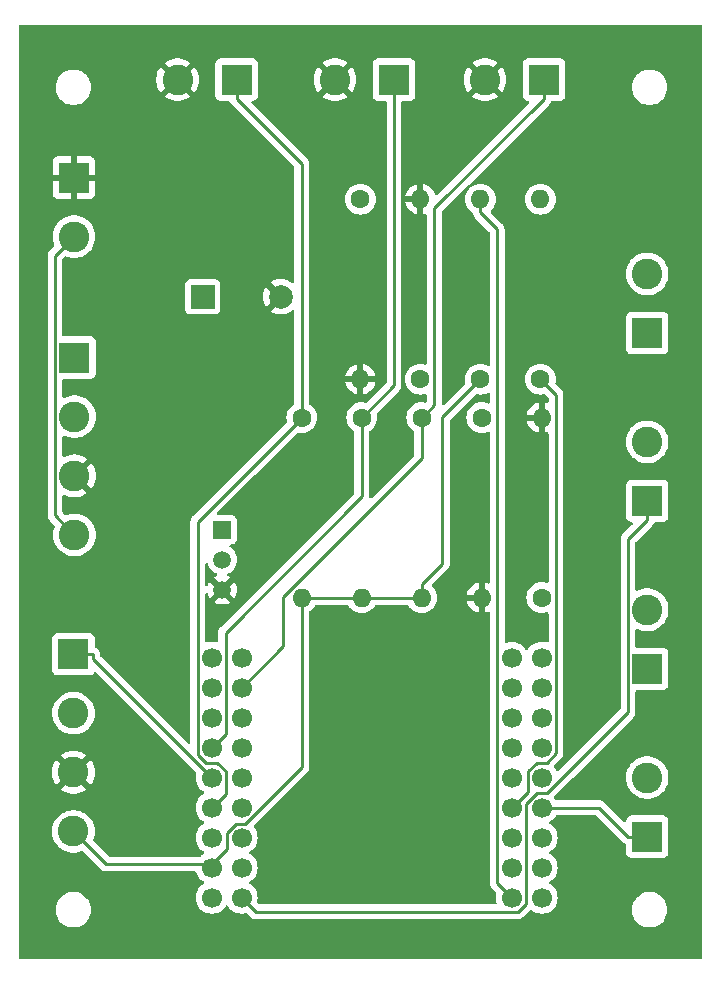
<source format=gbr>
%TF.GenerationSoftware,KiCad,Pcbnew,(7.0.0)*%
%TF.CreationDate,2023-04-02T16:15:30+02:00*%
%TF.ProjectId,QuinLED-ESP32-Breakout,5175696e-4c45-4442-9d45-535033322d42,rev?*%
%TF.SameCoordinates,Original*%
%TF.FileFunction,Copper,L1,Top*%
%TF.FilePolarity,Positive*%
%FSLAX46Y46*%
G04 Gerber Fmt 4.6, Leading zero omitted, Abs format (unit mm)*
G04 Created by KiCad (PCBNEW (7.0.0)) date 2023-04-02 16:15:30*
%MOMM*%
%LPD*%
G01*
G04 APERTURE LIST*
%TA.AperFunction,ComponentPad*%
%ADD10C,1.600000*%
%TD*%
%TA.AperFunction,ComponentPad*%
%ADD11O,1.600000X1.600000*%
%TD*%
%TA.AperFunction,ComponentPad*%
%ADD12R,2.600000X2.600000*%
%TD*%
%TA.AperFunction,ComponentPad*%
%ADD13C,2.600000*%
%TD*%
%TA.AperFunction,ComponentPad*%
%ADD14R,1.500000X1.500000*%
%TD*%
%TA.AperFunction,ComponentPad*%
%ADD15C,1.500000*%
%TD*%
%TA.AperFunction,ComponentPad*%
%ADD16C,1.700000*%
%TD*%
%TA.AperFunction,ComponentPad*%
%ADD17R,2.000000X2.000000*%
%TD*%
%TA.AperFunction,ComponentPad*%
%ADD18C,2.000000*%
%TD*%
%TA.AperFunction,Conductor*%
%ADD19C,0.250000*%
%TD*%
G04 APERTURE END LIST*
D10*
%TO.P,R8,1*%
%TO.N,+3.3V*%
X154610400Y-72786800D03*
D11*
%TO.P,R8,2*%
%TO.N,GPIO15*%
X154610399Y-57546799D03*
%TD*%
D12*
%TO.P,Reedswitch3,1,Pin_1*%
%TO.N,GPIO36*%
X159995399Y-47423799D03*
D13*
%TO.P,Reedswitch3,2,Pin_2*%
%TO.N,GND*%
X154995400Y-47423800D03*
%TD*%
D12*
%TO.P,Led3,1,Pin_1*%
%TO.N,GPIO13*%
X168728299Y-83089299D03*
D13*
%TO.P,Led3,2,Pin_2*%
%TO.N,Net-(Led3-Pin_2)*%
X168728300Y-78089300D03*
%TD*%
D12*
%TO.P,Led2,1,Pin_1*%
%TO.N,GPIO12*%
X168728299Y-97306299D03*
D13*
%TO.P,Led2,2,Pin_2*%
%TO.N,Net-(Led2-Pin_2)*%
X168728300Y-92306300D03*
%TD*%
D12*
%TO.P,PIR1,1,Pin_1*%
%TO.N,Net-(PIR1-Pin_1)*%
X120237299Y-70963199D03*
D13*
%TO.P,PIR1,2,Pin_2*%
%TO.N,GPIO15*%
X120237300Y-75963200D03*
%TO.P,PIR1,3,Pin_3*%
%TO.N,GND*%
X120237300Y-80963200D03*
%TO.P,PIR1,4,Pin_4*%
%TO.N,+12V*%
X120237300Y-85963200D03*
%TD*%
D10*
%TO.P,R2,1*%
%TO.N,GPIO35*%
X144561700Y-76043200D03*
D11*
%TO.P,R2,2*%
%TO.N,+3.3V*%
X144561699Y-91283199D03*
%TD*%
D14*
%TO.P,Q1,1,C*%
%TO.N,Net-(PIR1-Pin_1)*%
X132744699Y-85527699D03*
D15*
%TO.P,Q1,2,B*%
%TO.N,Net-(Q1-B)*%
X132744700Y-88067700D03*
%TO.P,Q1,3,E*%
%TO.N,GND*%
X132744700Y-90607700D03*
%TD*%
D10*
%TO.P,R4,1*%
%TO.N,Net-(Led1-Pin_2)*%
X154721700Y-76043200D03*
D11*
%TO.P,R4,2*%
%TO.N,GND*%
X154721699Y-91283199D03*
%TD*%
D12*
%TO.P,Temperatuur_BME280,1,Pin_1*%
%TO.N,GPIO33*%
X120152499Y-96068899D03*
D13*
%TO.P,Temperatuur_BME280,2,Pin_2*%
%TO.N,GPIO32*%
X120152500Y-101068900D03*
%TO.P,Temperatuur_BME280,3,Pin_3*%
%TO.N,GND*%
X120152500Y-106068900D03*
%TO.P,Temperatuur_BME280,4,Pin_4*%
%TO.N,+3.3V*%
X120152500Y-111068900D03*
%TD*%
D10*
%TO.P,R7,1*%
%TO.N,Net-(Led4-Pin_2)*%
X149530400Y-72786800D03*
D11*
%TO.P,R7,2*%
%TO.N,GND*%
X149530399Y-57546799D03*
%TD*%
D10*
%TO.P,R1,1*%
%TO.N,GPIO34*%
X139481700Y-76043200D03*
D11*
%TO.P,R1,2*%
%TO.N,+3.3V*%
X139481699Y-91283199D03*
%TD*%
D12*
%TO.P,Led1,1,Pin_1*%
%TO.N,GPIO4*%
X168728299Y-111523199D03*
D13*
%TO.P,Led1,2,Pin_2*%
%TO.N,Net-(Led1-Pin_2)*%
X168728300Y-106523200D03*
%TD*%
D12*
%TO.P,Reedswitch1,1,Pin_1*%
%TO.N,GPIO34*%
X133969599Y-47424799D03*
D13*
%TO.P,Reedswitch1,2,Pin_2*%
%TO.N,GND*%
X128969600Y-47424800D03*
%TD*%
D12*
%TO.P,Led4,1,Pin_1*%
%TO.N,GPIO14*%
X168728299Y-68872399D03*
D13*
%TO.P,Led4,2,Pin_2*%
%TO.N,Net-(Led4-Pin_2)*%
X168728300Y-63872400D03*
%TD*%
D16*
%TO.P,U1,1,GND*%
%TO.N,GND*%
X131861700Y-96363200D03*
%TO.P,U1,2,GND\u002A*%
%TO.N,unconnected-(U1-GND\u002A-Pad2)*%
X131861700Y-98903200D03*
%TO.P,U1,3,S_VN*%
%TO.N,unconnected-(U1-S_VN-Pad3)*%
X131861700Y-101443200D03*
%TO.P,U1,4,IO35*%
%TO.N,GPIO35*%
X131861700Y-103983200D03*
%TO.P,U1,5,IO33*%
%TO.N,GPIO33*%
X131861700Y-106523200D03*
%TO.P,U1,6,IO34*%
%TO.N,GPIO34*%
X131861700Y-109063200D03*
%TO.P,U1,7,IO14*%
%TO.N,GPIO14*%
X131861700Y-111603200D03*
%TO.P,U1,8,3v3\u002A*%
%TO.N,+3.3V*%
X131861700Y-114143200D03*
%TO.P,U1,9,5vF\u002A*%
%TO.N,unconnected-(U1-5vF\u002A-Pad9)*%
X131861700Y-116683200D03*
%TO.P,U1,10,EN*%
%TO.N,unconnected-(U1-EN-Pad10)*%
X134401700Y-96363200D03*
%TO.P,U1,11,S_VP*%
%TO.N,GPIO36*%
X134401700Y-98903200D03*
%TO.P,U1,12,IO26*%
%TO.N,unconnected-(U1-IO26-Pad12)*%
X134401700Y-101443200D03*
%TO.P,U1,13,IO18*%
%TO.N,unconnected-(U1-IO18-Pad13)*%
X134401700Y-103983200D03*
%TO.P,U1,14,IO19*%
%TO.N,unconnected-(U1-IO19-Pad14)*%
X134401700Y-106523200D03*
%TO.P,U1,15,IO23*%
%TO.N,unconnected-(U1-IO23-Pad15)*%
X134401700Y-109063200D03*
%TO.P,U1,16,IO5*%
%TO.N,unconnected-(U1-IO5-Pad16)*%
X134401700Y-111603200D03*
%TO.P,U1,17,3v3*%
%TO.N,unconnected-(U1-3v3-Pad17)*%
X134401700Y-114143200D03*
%TO.P,U1,18,IO13*%
%TO.N,GPIO13*%
X134401700Y-116683200D03*
%TO.P,U1,19,TXD*%
%TO.N,unconnected-(U1-TXD-Pad19)*%
X157261700Y-96363200D03*
%TO.P,U1,20,RXD*%
%TO.N,unconnected-(U1-RXD-Pad20)*%
X157261700Y-98903200D03*
%TO.P,U1,21,IO22*%
%TO.N,unconnected-(U1-IO22-Pad21)*%
X157261700Y-101443200D03*
%TO.P,U1,22,IO21*%
%TO.N,unconnected-(U1-IO21-Pad22)*%
X157261700Y-103983200D03*
%TO.P,U1,23,IO17*%
%TO.N,unconnected-(U1-IO17-Pad23)*%
X157261700Y-106523200D03*
%TO.P,U1,24,IO16*%
%TO.N,GPIO16*%
X157261700Y-109063200D03*
%TO.P,U1,25,GND*%
%TO.N,unconnected-(U1-GND-Pad25)*%
X157261700Y-111603200D03*
%TO.P,U1,26,5v0*%
%TO.N,unconnected-(U1-5v0-Pad26)*%
X157261700Y-114143200D03*
%TO.P,U1,27,IO15*%
%TO.N,GPIO15*%
X157261700Y-116683200D03*
%TO.P,U1,28,GND*%
%TO.N,unconnected-(U1-GND-Pad28)*%
X159801700Y-96363200D03*
%TO.P,U1,29,IO27*%
%TO.N,unconnected-(U1-IO27-Pad29)*%
X159801700Y-98903200D03*
%TO.P,U1,30,IO25*%
%TO.N,unconnected-(U1-IO25-Pad30)*%
X159801700Y-101443200D03*
%TO.P,U1,31,IO32*%
%TO.N,GPIO32*%
X159801700Y-103983200D03*
%TO.P,U1,32,IO12*%
%TO.N,GPIO12*%
X159801700Y-106523200D03*
%TO.P,U1,33,IO_4*%
%TO.N,GPIO4*%
X159801700Y-109063200D03*
%TO.P,U1,34,IO_0*%
%TO.N,unconnected-(U1-IO_0-Pad34)*%
X159801700Y-111603200D03*
%TO.P,U1,35,IO_2*%
%TO.N,GPIO2*%
X159801700Y-114143200D03*
%TO.P,U1,36,NC*%
%TO.N,unconnected-(U1-NC-Pad36)*%
X159801700Y-116683200D03*
%TD*%
D10*
%TO.P,R9,1*%
%TO.N,GPIO16*%
X159690400Y-72786800D03*
D11*
%TO.P,R9,2*%
%TO.N,Net-(Q1-B)*%
X159690399Y-57546799D03*
%TD*%
D12*
%TO.P,12V_voeding_in1,1,Pin_1*%
%TO.N,GND*%
X120194899Y-55723199D03*
D13*
%TO.P,12V_voeding_in1,2,Pin_2*%
%TO.N,+12V*%
X120194900Y-60723200D03*
%TD*%
D10*
%TO.P,R3,1*%
%TO.N,GPIO36*%
X149641700Y-76043200D03*
D11*
%TO.P,R3,2*%
%TO.N,+3.3V*%
X149641699Y-91283199D03*
%TD*%
D17*
%TO.P,Passieve_buzzer1,1,-*%
%TO.N,GPIO2*%
X131101699Y-65804589D03*
D18*
%TO.P,Passieve_buzzer1,2,+*%
%TO.N,GND*%
X137701700Y-65804590D03*
%TD*%
D10*
%TO.P,R6,1*%
%TO.N,Net-(Led3-Pin_2)*%
X144450400Y-57546800D03*
D11*
%TO.P,R6,2*%
%TO.N,GND*%
X144450399Y-72786799D03*
%TD*%
D12*
%TO.P,Reedswitch2,1,Pin_1*%
%TO.N,GPIO35*%
X147295399Y-47424299D03*
D13*
%TO.P,Reedswitch2,2,Pin_2*%
%TO.N,GND*%
X142295400Y-47424300D03*
%TD*%
D10*
%TO.P,R5,1*%
%TO.N,Net-(Led2-Pin_2)*%
X159801700Y-91283200D03*
D11*
%TO.P,R5,2*%
%TO.N,GND*%
X159801699Y-76043199D03*
%TD*%
D19*
%TO.N,+12V*%
X118598600Y-62319500D02*
X118598600Y-84324500D01*
X120194900Y-60723200D02*
X118598600Y-62319500D01*
X118598600Y-84324500D02*
X120237300Y-85963200D01*
%TO.N,GPIO4*%
X164643000Y-109063200D02*
X167103000Y-111523200D01*
X168728300Y-111523200D02*
X167103000Y-111523200D01*
X159801700Y-109063200D02*
X164643000Y-109063200D01*
%TO.N,GPIO13*%
X134401700Y-116683200D02*
X135582100Y-117863600D01*
X135582100Y-117863600D02*
X157771700Y-117863600D01*
X158437100Y-108758500D02*
X159402400Y-107793200D01*
X157771700Y-117863600D02*
X158437100Y-117198200D01*
X167103000Y-86339900D02*
X168728300Y-84714600D01*
X159402400Y-107793200D02*
X160270000Y-107793200D01*
X160270000Y-107793200D02*
X167103000Y-100960200D01*
X168728300Y-83089300D02*
X168728300Y-84714600D01*
X167103000Y-100960200D02*
X167103000Y-86339900D01*
X158437100Y-117198200D02*
X158437100Y-108758500D01*
%TO.N,GPIO15*%
X156024000Y-60085700D02*
X154610400Y-58672100D01*
X154610400Y-57546800D02*
X154610400Y-58672100D01*
X157261700Y-116683200D02*
X156024000Y-115445500D01*
X156024000Y-115445500D02*
X156024000Y-60085700D01*
%TO.N,GPIO34*%
X139481700Y-54562200D02*
X133969600Y-49050100D01*
X139481700Y-76043200D02*
X139481700Y-54562200D01*
X130680700Y-84844200D02*
X139481700Y-76043200D01*
X132292700Y-105253200D02*
X131361600Y-105253200D01*
X130680700Y-104572300D02*
X130680700Y-84844200D01*
X133037100Y-105997600D02*
X132292700Y-105253200D01*
X131861700Y-109063200D02*
X133037100Y-107887800D01*
X133037100Y-107887800D02*
X133037100Y-105997600D01*
X131361600Y-105253200D02*
X130680700Y-104572300D01*
X133969600Y-47424800D02*
X133969600Y-49050100D01*
%TO.N,+3.3V*%
X139481700Y-91283200D02*
X139481700Y-105663000D01*
X134716900Y-110427800D02*
X133876100Y-110427800D01*
X133131700Y-112574100D02*
X131861700Y-113844100D01*
X139481700Y-105663000D02*
X134716900Y-110427800D01*
X151386400Y-76010800D02*
X154610400Y-72786800D01*
X131861700Y-113844100D02*
X122927700Y-113844100D01*
X149641700Y-90157900D02*
X151386400Y-88413200D01*
X131861700Y-113844100D02*
X131861700Y-114143200D01*
X149641700Y-91283200D02*
X148516400Y-91283200D01*
X133876100Y-110427800D02*
X133131700Y-111172200D01*
X144561700Y-91283200D02*
X143436400Y-91283200D01*
X144561700Y-91283200D02*
X148516400Y-91283200D01*
X122927700Y-113844100D02*
X120152500Y-111068900D01*
X149641700Y-91283200D02*
X149641700Y-90157900D01*
X139481700Y-91283200D02*
X143436400Y-91283200D01*
X133131700Y-111172200D02*
X133131700Y-112574100D01*
X151386400Y-88413200D02*
X151386400Y-76010800D01*
%TO.N,GPIO35*%
X144561700Y-82717900D02*
X144561700Y-76043200D01*
X131861700Y-103983200D02*
X133037100Y-102807800D01*
X133037100Y-102807800D02*
X133037100Y-94242500D01*
X147295400Y-73309500D02*
X147295400Y-47424300D01*
X144561700Y-76043200D02*
X147295400Y-73309500D01*
X133037100Y-94242500D02*
X144561700Y-82717900D01*
%TO.N,GPIO36*%
X150717100Y-74967800D02*
X150717100Y-58327400D01*
X159995400Y-47423800D02*
X159995400Y-49049100D01*
X149641700Y-79478300D02*
X149641700Y-76043200D01*
X149641700Y-76043200D02*
X150717100Y-74967800D01*
X137898200Y-91221800D02*
X149641700Y-79478300D01*
X134401700Y-98903200D02*
X137898200Y-95406700D01*
X150717100Y-58327400D02*
X159995400Y-49049100D01*
X137898200Y-95406700D02*
X137898200Y-91221800D01*
%TO.N,GPIO16*%
X160207600Y-105253200D02*
X161001300Y-104459500D01*
X159370700Y-105253200D02*
X160207600Y-105253200D01*
X157261700Y-109063200D02*
X158626300Y-107698600D01*
X161001300Y-104459500D02*
X161001300Y-74097700D01*
X161001300Y-74097700D02*
X159690400Y-72786800D01*
X158626300Y-105997600D02*
X159370700Y-105253200D01*
X158626300Y-107698600D02*
X158626300Y-105997600D01*
%TO.N,GPIO33*%
X120152500Y-96068900D02*
X121777800Y-96068900D01*
X131861700Y-106523200D02*
X121777800Y-96439300D01*
X121777800Y-96439300D02*
X121777800Y-96068900D01*
%TD*%
%TA.AperFunction,Conductor*%
%TO.N,GND*%
G36*
X155341125Y-73944306D02*
G01*
X155383214Y-73989244D01*
X155398500Y-74048887D01*
X155398500Y-74729213D01*
X155383214Y-74788856D01*
X155341125Y-74833794D01*
X155282609Y-74852948D01*
X155222096Y-74841595D01*
X155168196Y-74816461D01*
X155162971Y-74815061D01*
X155162963Y-74815058D01*
X154953616Y-74758964D01*
X154953607Y-74758962D01*
X154948392Y-74757565D01*
X154943004Y-74757093D01*
X154943001Y-74757093D01*
X154727095Y-74738204D01*
X154721700Y-74737732D01*
X154716305Y-74738204D01*
X154500398Y-74757093D01*
X154500393Y-74757093D01*
X154495008Y-74757565D01*
X154489794Y-74758962D01*
X154489783Y-74758964D01*
X154280436Y-74815058D01*
X154280424Y-74815062D01*
X154275204Y-74816461D01*
X154270299Y-74818747D01*
X154270294Y-74818750D01*
X154073876Y-74910342D01*
X154073872Y-74910344D01*
X154068966Y-74912632D01*
X154064533Y-74915735D01*
X154064526Y-74915740D01*
X153886996Y-75040047D01*
X153886991Y-75040050D01*
X153882561Y-75043153D01*
X153878737Y-75046976D01*
X153878731Y-75046982D01*
X153725482Y-75200231D01*
X153725476Y-75200237D01*
X153721653Y-75204061D01*
X153718550Y-75208491D01*
X153718547Y-75208496D01*
X153594240Y-75386026D01*
X153594235Y-75386033D01*
X153591132Y-75390466D01*
X153588844Y-75395372D01*
X153588842Y-75395376D01*
X153497250Y-75591794D01*
X153497247Y-75591799D01*
X153494961Y-75596704D01*
X153493562Y-75601924D01*
X153493558Y-75601936D01*
X153437464Y-75811283D01*
X153437462Y-75811294D01*
X153436065Y-75816508D01*
X153416232Y-76043200D01*
X153416704Y-76048595D01*
X153433171Y-76236822D01*
X153436065Y-76269892D01*
X153437462Y-76275107D01*
X153437464Y-76275116D01*
X153493558Y-76484463D01*
X153493561Y-76484471D01*
X153494961Y-76489696D01*
X153497249Y-76494603D01*
X153497250Y-76494605D01*
X153499635Y-76499719D01*
X153591132Y-76695934D01*
X153721653Y-76882339D01*
X153882561Y-77043247D01*
X154068966Y-77173768D01*
X154275204Y-77269939D01*
X154280434Y-77271340D01*
X154280436Y-77271341D01*
X154455985Y-77318379D01*
X154495008Y-77328835D01*
X154721700Y-77348668D01*
X154948392Y-77328835D01*
X155168196Y-77269939D01*
X155222096Y-77244804D01*
X155282609Y-77233452D01*
X155341125Y-77252606D01*
X155383214Y-77297544D01*
X155398500Y-77357187D01*
X155398500Y-89969764D01*
X155383214Y-90029407D01*
X155341125Y-90074344D01*
X155282610Y-90093498D01*
X155222096Y-90082146D01*
X155172939Y-90059224D01*
X155162792Y-90055530D01*
X154985480Y-90008020D01*
X154974251Y-90007652D01*
X154971700Y-90018595D01*
X154971700Y-92547805D01*
X154974251Y-92558747D01*
X154985480Y-92558379D01*
X155162792Y-92510869D01*
X155172939Y-92507175D01*
X155222096Y-92484254D01*
X155282610Y-92472902D01*
X155341125Y-92492056D01*
X155383214Y-92536993D01*
X155398500Y-92596636D01*
X155398500Y-115367725D01*
X155397978Y-115378780D01*
X155396327Y-115386167D01*
X155396571Y-115393953D01*
X155396571Y-115393961D01*
X155398439Y-115453373D01*
X155398500Y-115457268D01*
X155398500Y-115484850D01*
X155398988Y-115488719D01*
X155398989Y-115488725D01*
X155399004Y-115488843D01*
X155399918Y-115500466D01*
X155401045Y-115536330D01*
X155401046Y-115536337D01*
X155401291Y-115544127D01*
X155403467Y-115551619D01*
X155403468Y-115551621D01*
X155406879Y-115563362D01*
X155410825Y-115582415D01*
X155413336Y-115602292D01*
X155416206Y-115609542D01*
X155416208Y-115609548D01*
X155429414Y-115642904D01*
X155433197Y-115653951D01*
X155445382Y-115695890D01*
X155449353Y-115702605D01*
X155449354Y-115702607D01*
X155455581Y-115713137D01*
X155464136Y-115730599D01*
X155468642Y-115741980D01*
X155468643Y-115741983D01*
X155471514Y-115749232D01*
X155493440Y-115779412D01*
X155497181Y-115784560D01*
X155503593Y-115794322D01*
X155521856Y-115825202D01*
X155521859Y-115825207D01*
X155525830Y-115831920D01*
X155531345Y-115837435D01*
X155539990Y-115846080D01*
X155552626Y-115860874D01*
X155559819Y-115870775D01*
X155559823Y-115870779D01*
X155564406Y-115877087D01*
X155570415Y-115882058D01*
X155570416Y-115882059D01*
X155598058Y-115904926D01*
X155606699Y-115912789D01*
X155921462Y-116227552D01*
X155953556Y-116283139D01*
X155953556Y-116347326D01*
X155928037Y-116442565D01*
X155928035Y-116442570D01*
X155926637Y-116447792D01*
X155926165Y-116453177D01*
X155926165Y-116453182D01*
X155913568Y-116597169D01*
X155906041Y-116683200D01*
X155906513Y-116688595D01*
X155926165Y-116913217D01*
X155926165Y-116913220D01*
X155926637Y-116918608D01*
X155928036Y-116923830D01*
X155928037Y-116923834D01*
X155970419Y-117082007D01*
X155972261Y-117138292D01*
X155949020Y-117189587D01*
X155905488Y-117225312D01*
X155850644Y-117238100D01*
X135892552Y-117238100D01*
X135845099Y-117228661D01*
X135804871Y-117201781D01*
X135741937Y-117138847D01*
X135709843Y-117083259D01*
X135709843Y-117019072D01*
X135736763Y-116918608D01*
X135757359Y-116683200D01*
X135736763Y-116447792D01*
X135675603Y-116219537D01*
X135575735Y-116005371D01*
X135440195Y-115811799D01*
X135273101Y-115644705D01*
X135268668Y-115641601D01*
X135268661Y-115641595D01*
X135087542Y-115514775D01*
X135048676Y-115470457D01*
X135034665Y-115413200D01*
X135048676Y-115355943D01*
X135087542Y-115311625D01*
X135268661Y-115184804D01*
X135268661Y-115184803D01*
X135273101Y-115181695D01*
X135440195Y-115014601D01*
X135575735Y-114821030D01*
X135675603Y-114606863D01*
X135736763Y-114378608D01*
X135757359Y-114143200D01*
X135736763Y-113907792D01*
X135675603Y-113679537D01*
X135575735Y-113465371D01*
X135440195Y-113271799D01*
X135273101Y-113104705D01*
X135268668Y-113101601D01*
X135268661Y-113101595D01*
X135087542Y-112974775D01*
X135048676Y-112930457D01*
X135034665Y-112873200D01*
X135048676Y-112815943D01*
X135087542Y-112771625D01*
X135268661Y-112644804D01*
X135268661Y-112644803D01*
X135273101Y-112641695D01*
X135440195Y-112474601D01*
X135575735Y-112281030D01*
X135675603Y-112066863D01*
X135736763Y-111838608D01*
X135757359Y-111603200D01*
X135736763Y-111367792D01*
X135675603Y-111139537D01*
X135575735Y-110925371D01*
X135441102Y-110733095D01*
X135419987Y-110679944D01*
X135424972Y-110622969D01*
X135454995Y-110574294D01*
X139869006Y-106160282D01*
X139877182Y-106152843D01*
X139883577Y-106148786D01*
X139929633Y-106099740D01*
X139932250Y-106097038D01*
X139951820Y-106077470D01*
X139954265Y-106074316D01*
X139961855Y-106065428D01*
X139991762Y-106033582D01*
X140001413Y-106016023D01*
X140012090Y-105999770D01*
X140024373Y-105983936D01*
X140041722Y-105943841D01*
X140046857Y-105933362D01*
X140049429Y-105928683D01*
X140067897Y-105895092D01*
X140072878Y-105875687D01*
X140079183Y-105857277D01*
X140084039Y-105846056D01*
X140084039Y-105846055D01*
X140087138Y-105838895D01*
X140093969Y-105795756D01*
X140096339Y-105784315D01*
X140105260Y-105749574D01*
X140105259Y-105749574D01*
X140107200Y-105742019D01*
X140107200Y-105721983D01*
X140108725Y-105702597D01*
X140111860Y-105682804D01*
X140107750Y-105639324D01*
X140107200Y-105627655D01*
X140107200Y-92497388D01*
X140121211Y-92440131D01*
X140160077Y-92395813D01*
X140191382Y-92373893D01*
X140320839Y-92283247D01*
X140481747Y-92122339D01*
X140594312Y-91961577D01*
X140638631Y-91922711D01*
X140695888Y-91908700D01*
X143347512Y-91908700D01*
X143404769Y-91922711D01*
X143449087Y-91961577D01*
X143502036Y-92037197D01*
X143561653Y-92122339D01*
X143722561Y-92283247D01*
X143908966Y-92413768D01*
X144115204Y-92509939D01*
X144120434Y-92511340D01*
X144120436Y-92511341D01*
X144295985Y-92558379D01*
X144335008Y-92568835D01*
X144561700Y-92588668D01*
X144788392Y-92568835D01*
X145008196Y-92509939D01*
X145214434Y-92413768D01*
X145400839Y-92283247D01*
X145561747Y-92122339D01*
X145674312Y-91961577D01*
X145718631Y-91922711D01*
X145775888Y-91908700D01*
X148427512Y-91908700D01*
X148484769Y-91922711D01*
X148529087Y-91961577D01*
X148582036Y-92037197D01*
X148641653Y-92122339D01*
X148802561Y-92283247D01*
X148988966Y-92413768D01*
X149195204Y-92509939D01*
X149200434Y-92511340D01*
X149200436Y-92511341D01*
X149375985Y-92558379D01*
X149415008Y-92568835D01*
X149641700Y-92588668D01*
X149868392Y-92568835D01*
X150088196Y-92509939D01*
X150294434Y-92413768D01*
X150480839Y-92283247D01*
X150641747Y-92122339D01*
X150772268Y-91935934D01*
X150868439Y-91729696D01*
X150920406Y-91535751D01*
X153446152Y-91535751D01*
X153446520Y-91546980D01*
X153494030Y-91724292D01*
X153497722Y-91734434D01*
X153589279Y-91930780D01*
X153594667Y-91940112D01*
X153718932Y-92117581D01*
X153725869Y-92125847D01*
X153879052Y-92279030D01*
X153887318Y-92285967D01*
X154064787Y-92410232D01*
X154074119Y-92415620D01*
X154270465Y-92507177D01*
X154280607Y-92510869D01*
X154457919Y-92558379D01*
X154469148Y-92558747D01*
X154471700Y-92547805D01*
X154471700Y-91549526D01*
X154468249Y-91536650D01*
X154455374Y-91533200D01*
X153457095Y-91533200D01*
X153446152Y-91535751D01*
X150920406Y-91535751D01*
X150927335Y-91509892D01*
X150947168Y-91283200D01*
X150927335Y-91056508D01*
X150920406Y-91030648D01*
X153446152Y-91030648D01*
X153457095Y-91033200D01*
X154455374Y-91033200D01*
X154468249Y-91029749D01*
X154471700Y-91016874D01*
X154471700Y-90018595D01*
X154469148Y-90007652D01*
X154457919Y-90008020D01*
X154280607Y-90055530D01*
X154270465Y-90059222D01*
X154074119Y-90150779D01*
X154064787Y-90156167D01*
X153887318Y-90280432D01*
X153879052Y-90287369D01*
X153725869Y-90440552D01*
X153718932Y-90448818D01*
X153594667Y-90626287D01*
X153589279Y-90635619D01*
X153497722Y-90831965D01*
X153494030Y-90842107D01*
X153446520Y-91019419D01*
X153446152Y-91030648D01*
X150920406Y-91030648D01*
X150868439Y-90836704D01*
X150772268Y-90630466D01*
X150641747Y-90444061D01*
X150528618Y-90330932D01*
X150496524Y-90275345D01*
X150496524Y-90211157D01*
X150528616Y-90155572D01*
X151773711Y-88910478D01*
X151781881Y-88903044D01*
X151788277Y-88898986D01*
X151834318Y-88849956D01*
X151836935Y-88847254D01*
X151856520Y-88827671D01*
X151858985Y-88824492D01*
X151866567Y-88815616D01*
X151896462Y-88783782D01*
X151906113Y-88766223D01*
X151916790Y-88749970D01*
X151929073Y-88734136D01*
X151946418Y-88694052D01*
X151951551Y-88683571D01*
X151972597Y-88645292D01*
X151977579Y-88625884D01*
X151983882Y-88607476D01*
X151991837Y-88589096D01*
X151998671Y-88545944D01*
X152001033Y-88534538D01*
X152011900Y-88492219D01*
X152011900Y-88472183D01*
X152013427Y-88452785D01*
X152015339Y-88440713D01*
X152015338Y-88440713D01*
X152016560Y-88433004D01*
X152012450Y-88389524D01*
X152011900Y-88377855D01*
X152011900Y-76321252D01*
X152021339Y-76273799D01*
X152048219Y-76233571D01*
X152583068Y-75698722D01*
X154195578Y-74086210D01*
X154251164Y-74054118D01*
X154315347Y-74054118D01*
X154383708Y-74072435D01*
X154610400Y-74092268D01*
X154837092Y-74072435D01*
X155056896Y-74013539D01*
X155222094Y-73936505D01*
X155282610Y-73925152D01*
X155341125Y-73944306D01*
G37*
%TD.AperFunction*%
%TA.AperFunction,Conductor*%
G36*
X173348428Y-42829259D02*
G01*
X173393815Y-42874646D01*
X173410428Y-42936646D01*
X173410428Y-121761915D01*
X173393815Y-121823915D01*
X173348428Y-121869302D01*
X173286428Y-121885915D01*
X115638394Y-121885915D01*
X115576394Y-121869302D01*
X115531007Y-121823915D01*
X115514394Y-121761915D01*
X115514394Y-117704907D01*
X118641121Y-117704907D01*
X118641545Y-117710024D01*
X118661231Y-117947608D01*
X118661232Y-117947616D01*
X118661656Y-117952728D01*
X118662913Y-117957695D01*
X118662915Y-117957702D01*
X118683467Y-118038859D01*
X118722701Y-118193788D01*
X118724761Y-118198484D01*
X118820530Y-118416817D01*
X118820533Y-118416823D01*
X118822591Y-118421514D01*
X118825391Y-118425800D01*
X118825395Y-118425807D01*
X118953439Y-118621792D01*
X118958600Y-118629692D01*
X118962074Y-118633466D01*
X118962075Y-118633467D01*
X119123548Y-118808874D01*
X119123551Y-118808877D01*
X119127020Y-118812645D01*
X119323255Y-118965381D01*
X119541954Y-119083735D01*
X119777150Y-119164478D01*
X120022429Y-119205407D01*
X120265965Y-119205407D01*
X120271099Y-119205407D01*
X120516378Y-119164478D01*
X120751574Y-119083735D01*
X120970273Y-118965381D01*
X121166508Y-118812645D01*
X121334928Y-118629692D01*
X121470937Y-118421514D01*
X121570827Y-118193788D01*
X121631872Y-117952728D01*
X121652407Y-117704907D01*
X121631872Y-117457086D01*
X121570827Y-117216026D01*
X121470937Y-116988300D01*
X121428819Y-116923834D01*
X121337735Y-116784419D01*
X121334928Y-116780122D01*
X121166508Y-116597169D01*
X120970273Y-116444433D01*
X120965761Y-116441991D01*
X120756080Y-116328517D01*
X120756074Y-116328514D01*
X120751574Y-116326079D01*
X120746733Y-116324417D01*
X120746726Y-116324414D01*
X120521229Y-116247001D01*
X120521225Y-116247000D01*
X120516378Y-116245336D01*
X120507532Y-116243859D01*
X120276162Y-116205251D01*
X120276151Y-116205250D01*
X120271099Y-116204407D01*
X120022429Y-116204407D01*
X120017377Y-116205250D01*
X120017365Y-116205251D01*
X119782207Y-116244492D01*
X119782205Y-116244492D01*
X119777150Y-116245336D01*
X119772305Y-116246999D01*
X119772298Y-116247001D01*
X119546801Y-116324414D01*
X119546790Y-116324418D01*
X119541954Y-116326079D01*
X119537457Y-116328512D01*
X119537447Y-116328517D01*
X119327766Y-116441991D01*
X119327759Y-116441995D01*
X119323255Y-116444433D01*
X119319212Y-116447579D01*
X119319204Y-116447585D01*
X119131068Y-116594018D01*
X119127020Y-116597169D01*
X119123557Y-116600930D01*
X119123548Y-116600939D01*
X118962075Y-116776346D01*
X118962069Y-116776353D01*
X118958600Y-116780122D01*
X118955795Y-116784413D01*
X118955792Y-116784419D01*
X118825395Y-116984006D01*
X118825388Y-116984018D01*
X118822591Y-116988300D01*
X118820536Y-116992984D01*
X118820530Y-116992996D01*
X118734298Y-117189587D01*
X118722701Y-117216026D01*
X118721443Y-117220991D01*
X118721442Y-117220996D01*
X118662915Y-117452111D01*
X118662913Y-117452120D01*
X118661656Y-117457086D01*
X118661232Y-117462195D01*
X118661231Y-117462205D01*
X118642412Y-117689323D01*
X118641121Y-117704907D01*
X115514394Y-117704907D01*
X115514394Y-111068900D01*
X118346951Y-111068900D01*
X118367117Y-111338003D01*
X118427166Y-111601095D01*
X118525757Y-111852298D01*
X118660685Y-112086002D01*
X118828939Y-112296985D01*
X118832343Y-112300143D01*
X119020363Y-112474601D01*
X119026759Y-112480535D01*
X119249726Y-112632551D01*
X119492859Y-112749638D01*
X119497287Y-112751003D01*
X119497290Y-112751005D01*
X119550701Y-112767480D01*
X119750728Y-112829180D01*
X120017571Y-112869400D01*
X120282792Y-112869400D01*
X120287429Y-112869400D01*
X120554272Y-112829180D01*
X120812141Y-112749638D01*
X120825005Y-112743442D01*
X120874167Y-112731248D01*
X120924109Y-112739732D01*
X120966490Y-112767480D01*
X122430407Y-114231398D01*
X122437859Y-114239587D01*
X122441914Y-114245977D01*
X122490923Y-114292000D01*
X122493719Y-114294710D01*
X122513229Y-114314220D01*
X122516409Y-114316687D01*
X122525271Y-114324255D01*
X122538720Y-114336885D01*
X122551432Y-114348823D01*
X122551434Y-114348824D01*
X122557118Y-114354162D01*
X122563951Y-114357918D01*
X122563952Y-114357919D01*
X122574673Y-114363813D01*
X122590934Y-114374494D01*
X122606764Y-114386773D01*
X122646855Y-114404121D01*
X122657335Y-114409255D01*
X122695608Y-114430297D01*
X122715016Y-114435280D01*
X122733419Y-114441581D01*
X122744644Y-114446439D01*
X122744646Y-114446439D01*
X122751804Y-114449537D01*
X122794958Y-114456371D01*
X122806344Y-114458729D01*
X122848681Y-114469600D01*
X122868717Y-114469600D01*
X122888115Y-114471127D01*
X122900186Y-114473039D01*
X122900187Y-114473039D01*
X122907896Y-114474260D01*
X122945976Y-114470660D01*
X122951376Y-114470150D01*
X122963045Y-114469600D01*
X130455869Y-114469600D01*
X130508274Y-114481218D01*
X130550859Y-114513894D01*
X130575644Y-114561507D01*
X130586394Y-114601630D01*
X130586397Y-114601638D01*
X130587797Y-114606863D01*
X130590085Y-114611770D01*
X130590086Y-114611772D01*
X130685378Y-114816127D01*
X130685381Y-114816133D01*
X130687665Y-114821030D01*
X130690764Y-114825457D01*
X130690766Y-114825459D01*
X130820099Y-115010166D01*
X130820102Y-115010170D01*
X130823205Y-115014601D01*
X130990299Y-115181695D01*
X130994732Y-115184799D01*
X130994738Y-115184804D01*
X131175858Y-115311625D01*
X131214724Y-115355943D01*
X131228735Y-115413200D01*
X131214724Y-115470457D01*
X131175859Y-115514775D01*
X130994741Y-115641595D01*
X130990299Y-115644705D01*
X130986475Y-115648528D01*
X130986469Y-115648534D01*
X130827034Y-115807969D01*
X130827028Y-115807975D01*
X130823205Y-115811799D01*
X130820102Y-115816229D01*
X130820099Y-115816234D01*
X130690773Y-116000931D01*
X130690768Y-116000938D01*
X130687665Y-116005371D01*
X130685377Y-116010277D01*
X130685375Y-116010281D01*
X130590086Y-116214627D01*
X130590083Y-116214632D01*
X130587797Y-116219537D01*
X130586398Y-116224757D01*
X130586394Y-116224769D01*
X130528037Y-116442565D01*
X130528035Y-116442571D01*
X130526637Y-116447792D01*
X130526165Y-116453177D01*
X130526165Y-116453182D01*
X130513568Y-116597169D01*
X130506041Y-116683200D01*
X130506513Y-116688595D01*
X130526165Y-116913217D01*
X130526165Y-116913220D01*
X130526637Y-116918608D01*
X130528036Y-116923830D01*
X130528037Y-116923834D01*
X130586394Y-117141630D01*
X130586397Y-117141638D01*
X130587797Y-117146863D01*
X130590085Y-117151770D01*
X130590086Y-117151772D01*
X130685378Y-117356127D01*
X130685381Y-117356133D01*
X130687665Y-117361030D01*
X130690764Y-117365457D01*
X130690766Y-117365459D01*
X130820099Y-117550166D01*
X130820102Y-117550170D01*
X130823205Y-117554601D01*
X130990299Y-117721695D01*
X130994731Y-117724798D01*
X130994733Y-117724800D01*
X131017672Y-117740862D01*
X131183870Y-117857235D01*
X131398037Y-117957103D01*
X131626292Y-118018263D01*
X131861700Y-118038859D01*
X132097108Y-118018263D01*
X132325363Y-117957103D01*
X132539530Y-117857235D01*
X132733101Y-117721695D01*
X132900195Y-117554601D01*
X133030126Y-117369039D01*
X133074442Y-117330176D01*
X133131699Y-117316165D01*
X133188956Y-117330176D01*
X133233274Y-117369041D01*
X133360099Y-117550166D01*
X133360102Y-117550170D01*
X133363205Y-117554601D01*
X133530299Y-117721695D01*
X133534731Y-117724798D01*
X133534733Y-117724800D01*
X133557672Y-117740862D01*
X133723870Y-117857235D01*
X133938037Y-117957103D01*
X134166292Y-118018263D01*
X134401700Y-118038859D01*
X134637108Y-118018263D01*
X134737574Y-117991343D01*
X134801759Y-117991343D01*
X134857347Y-118023437D01*
X135084807Y-118250897D01*
X135092256Y-118259083D01*
X135096314Y-118265477D01*
X135101999Y-118270815D01*
X135102001Y-118270818D01*
X135145339Y-118311515D01*
X135148135Y-118314225D01*
X135167630Y-118333720D01*
X135170715Y-118336113D01*
X135170801Y-118336180D01*
X135179673Y-118343758D01*
X135192980Y-118356254D01*
X135211518Y-118373662D01*
X135218348Y-118377417D01*
X135218351Y-118377419D01*
X135229071Y-118383312D01*
X135245322Y-118393986D01*
X135261164Y-118406274D01*
X135268321Y-118409371D01*
X135268323Y-118409372D01*
X135301255Y-118423622D01*
X135311750Y-118428764D01*
X135350008Y-118449797D01*
X135369412Y-118454779D01*
X135387814Y-118461080D01*
X135399041Y-118465938D01*
X135406205Y-118469038D01*
X135443797Y-118474991D01*
X135449339Y-118475869D01*
X135460782Y-118478239D01*
X135495525Y-118487160D01*
X135495526Y-118487160D01*
X135503081Y-118489100D01*
X135523117Y-118489100D01*
X135542502Y-118490625D01*
X135562296Y-118493760D01*
X135600376Y-118490160D01*
X135605776Y-118489650D01*
X135617445Y-118489100D01*
X157693925Y-118489100D01*
X157704980Y-118489621D01*
X157712367Y-118491273D01*
X157779572Y-118489161D01*
X157783468Y-118489100D01*
X157807148Y-118489100D01*
X157811050Y-118489100D01*
X157815013Y-118488599D01*
X157826663Y-118487680D01*
X157870327Y-118486309D01*
X157889561Y-118480719D01*
X157908617Y-118476774D01*
X157928492Y-118474264D01*
X157969095Y-118458187D01*
X157980150Y-118454402D01*
X158022090Y-118442218D01*
X158039329Y-118432022D01*
X158056803Y-118423462D01*
X158068174Y-118418960D01*
X158068176Y-118418958D01*
X158075432Y-118416086D01*
X158110769Y-118390411D01*
X158120524Y-118384003D01*
X158158120Y-118361770D01*
X158172284Y-118347605D01*
X158187079Y-118334968D01*
X158203287Y-118323194D01*
X158231128Y-118289538D01*
X158238979Y-118280909D01*
X158779028Y-117740860D01*
X158827704Y-117710837D01*
X158884679Y-117705852D01*
X158937827Y-117726966D01*
X159123870Y-117857235D01*
X159338037Y-117957103D01*
X159566292Y-118018263D01*
X159801700Y-118038859D01*
X160037108Y-118018263D01*
X160265363Y-117957103D01*
X160479530Y-117857235D01*
X160673101Y-117721695D01*
X160689889Y-117704907D01*
X167426217Y-117704907D01*
X167426641Y-117710024D01*
X167446327Y-117947608D01*
X167446328Y-117947616D01*
X167446752Y-117952728D01*
X167448009Y-117957695D01*
X167448011Y-117957702D01*
X167468563Y-118038859D01*
X167507797Y-118193788D01*
X167509857Y-118198484D01*
X167605626Y-118416817D01*
X167605629Y-118416823D01*
X167607687Y-118421514D01*
X167610487Y-118425800D01*
X167610491Y-118425807D01*
X167738535Y-118621792D01*
X167743696Y-118629692D01*
X167747170Y-118633466D01*
X167747171Y-118633467D01*
X167908644Y-118808874D01*
X167908647Y-118808877D01*
X167912116Y-118812645D01*
X168108351Y-118965381D01*
X168327050Y-119083735D01*
X168562246Y-119164478D01*
X168807525Y-119205407D01*
X169051061Y-119205407D01*
X169056195Y-119205407D01*
X169301474Y-119164478D01*
X169536670Y-119083735D01*
X169755369Y-118965381D01*
X169951604Y-118812645D01*
X170120024Y-118629692D01*
X170256033Y-118421514D01*
X170355923Y-118193788D01*
X170416968Y-117952728D01*
X170437503Y-117704907D01*
X170416968Y-117457086D01*
X170355923Y-117216026D01*
X170256033Y-116988300D01*
X170213915Y-116923834D01*
X170122831Y-116784419D01*
X170120024Y-116780122D01*
X169951604Y-116597169D01*
X169755369Y-116444433D01*
X169750857Y-116441991D01*
X169541176Y-116328517D01*
X169541170Y-116328514D01*
X169536670Y-116326079D01*
X169531829Y-116324417D01*
X169531822Y-116324414D01*
X169306325Y-116247001D01*
X169306321Y-116247000D01*
X169301474Y-116245336D01*
X169292628Y-116243859D01*
X169061258Y-116205251D01*
X169061247Y-116205250D01*
X169056195Y-116204407D01*
X168807525Y-116204407D01*
X168802473Y-116205250D01*
X168802461Y-116205251D01*
X168567303Y-116244492D01*
X168567301Y-116244492D01*
X168562246Y-116245336D01*
X168557401Y-116246999D01*
X168557394Y-116247001D01*
X168331897Y-116324414D01*
X168331886Y-116324418D01*
X168327050Y-116326079D01*
X168322553Y-116328512D01*
X168322543Y-116328517D01*
X168112862Y-116441991D01*
X168112855Y-116441995D01*
X168108351Y-116444433D01*
X168104308Y-116447579D01*
X168104300Y-116447585D01*
X167916164Y-116594018D01*
X167912116Y-116597169D01*
X167908653Y-116600930D01*
X167908644Y-116600939D01*
X167747171Y-116776346D01*
X167747165Y-116776353D01*
X167743696Y-116780122D01*
X167740891Y-116784413D01*
X167740888Y-116784419D01*
X167610491Y-116984006D01*
X167610484Y-116984018D01*
X167607687Y-116988300D01*
X167605632Y-116992984D01*
X167605626Y-116992996D01*
X167519394Y-117189587D01*
X167507797Y-117216026D01*
X167506539Y-117220991D01*
X167506538Y-117220996D01*
X167448011Y-117452111D01*
X167448009Y-117452120D01*
X167446752Y-117457086D01*
X167446328Y-117462195D01*
X167446327Y-117462205D01*
X167427508Y-117689323D01*
X167426217Y-117704907D01*
X160689889Y-117704907D01*
X160840195Y-117554601D01*
X160975735Y-117361030D01*
X161075603Y-117146863D01*
X161136763Y-116918608D01*
X161157359Y-116683200D01*
X161136763Y-116447792D01*
X161075603Y-116219537D01*
X160975735Y-116005371D01*
X160840195Y-115811799D01*
X160673101Y-115644705D01*
X160668668Y-115641601D01*
X160668661Y-115641595D01*
X160487542Y-115514775D01*
X160448676Y-115470457D01*
X160434665Y-115413200D01*
X160448676Y-115355943D01*
X160487542Y-115311625D01*
X160668661Y-115184804D01*
X160668661Y-115184803D01*
X160673101Y-115181695D01*
X160840195Y-115014601D01*
X160975735Y-114821030D01*
X161075603Y-114606863D01*
X161136763Y-114378608D01*
X161157359Y-114143200D01*
X161136763Y-113907792D01*
X161075603Y-113679537D01*
X160975735Y-113465371D01*
X160840195Y-113271799D01*
X160673101Y-113104705D01*
X160668668Y-113101601D01*
X160668661Y-113101595D01*
X160487542Y-112974775D01*
X160448676Y-112930457D01*
X160434665Y-112873200D01*
X160448676Y-112815943D01*
X160487542Y-112771625D01*
X160668661Y-112644804D01*
X160668661Y-112644803D01*
X160673101Y-112641695D01*
X160840195Y-112474601D01*
X160975735Y-112281030D01*
X161075603Y-112066863D01*
X161136763Y-111838608D01*
X161157359Y-111603200D01*
X161136763Y-111367792D01*
X161075603Y-111139537D01*
X160975735Y-110925371D01*
X160840195Y-110731799D01*
X160673101Y-110564705D01*
X160668668Y-110561601D01*
X160668661Y-110561595D01*
X160487542Y-110434775D01*
X160448676Y-110390457D01*
X160434665Y-110333200D01*
X160448676Y-110275943D01*
X160487542Y-110231625D01*
X160668661Y-110104804D01*
X160668661Y-110104803D01*
X160673101Y-110101695D01*
X160840195Y-109934601D01*
X160975352Y-109741576D01*
X161019671Y-109702711D01*
X161076928Y-109688700D01*
X164332548Y-109688700D01*
X164380001Y-109698139D01*
X164420228Y-109725018D01*
X165616140Y-110920931D01*
X166605707Y-111910498D01*
X166613159Y-111918687D01*
X166617214Y-111925077D01*
X166666223Y-111971100D01*
X166669020Y-111973810D01*
X166688529Y-111993320D01*
X166691709Y-111995787D01*
X166700571Y-112003355D01*
X166714020Y-112015985D01*
X166726732Y-112027923D01*
X166726734Y-112027924D01*
X166732418Y-112033262D01*
X166739251Y-112037018D01*
X166739252Y-112037019D01*
X166749973Y-112042913D01*
X166766234Y-112053594D01*
X166782064Y-112065873D01*
X166822155Y-112083221D01*
X166832626Y-112088351D01*
X166834949Y-112089628D01*
X166863538Y-112105345D01*
X166910532Y-112150886D01*
X166927800Y-112214007D01*
X166927800Y-112867760D01*
X166927800Y-112867778D01*
X166927801Y-112871072D01*
X166928153Y-112874350D01*
X166928154Y-112874361D01*
X166933379Y-112922968D01*
X166933380Y-112922973D01*
X166934209Y-112930683D01*
X166936919Y-112937949D01*
X166936920Y-112937953D01*
X166950654Y-112974775D01*
X166984504Y-113065531D01*
X166989818Y-113072630D01*
X166989819Y-113072631D01*
X167016697Y-113108536D01*
X167070754Y-113180746D01*
X167185969Y-113266996D01*
X167320817Y-113317291D01*
X167380427Y-113323700D01*
X170076172Y-113323699D01*
X170135783Y-113317291D01*
X170270631Y-113266996D01*
X170385846Y-113180746D01*
X170472096Y-113065531D01*
X170522391Y-112930683D01*
X170528800Y-112871073D01*
X170528799Y-110175328D01*
X170522391Y-110115717D01*
X170472096Y-109980869D01*
X170385846Y-109865654D01*
X170357510Y-109844442D01*
X170277731Y-109784719D01*
X170277730Y-109784718D01*
X170270631Y-109779404D01*
X170167745Y-109741030D01*
X170143052Y-109731820D01*
X170143050Y-109731819D01*
X170135783Y-109729109D01*
X170128070Y-109728279D01*
X170128067Y-109728279D01*
X170079480Y-109723055D01*
X170079469Y-109723054D01*
X170076173Y-109722700D01*
X170072850Y-109722700D01*
X167383739Y-109722700D01*
X167383720Y-109722700D01*
X167380428Y-109722701D01*
X167377150Y-109723053D01*
X167377138Y-109723054D01*
X167328531Y-109728279D01*
X167328525Y-109728280D01*
X167320817Y-109729109D01*
X167313552Y-109731818D01*
X167313546Y-109731820D01*
X167194280Y-109776304D01*
X167194278Y-109776304D01*
X167185969Y-109779404D01*
X167178872Y-109784716D01*
X167178868Y-109784719D01*
X167077850Y-109860341D01*
X167077846Y-109860344D01*
X167070754Y-109865654D01*
X167065444Y-109872746D01*
X167065441Y-109872750D01*
X166989819Y-109973768D01*
X166989816Y-109973772D01*
X166984504Y-109980869D01*
X166981404Y-109989178D01*
X166981404Y-109989180D01*
X166936920Y-110108447D01*
X166936919Y-110108450D01*
X166934209Y-110115717D01*
X166933379Y-110123427D01*
X166933379Y-110123432D01*
X166927800Y-110175327D01*
X166927035Y-110175244D01*
X166912340Y-110225607D01*
X166873991Y-110267234D01*
X166821138Y-110287483D01*
X166764792Y-110282134D01*
X166716693Y-110252302D01*
X165140286Y-108675895D01*
X165132842Y-108667714D01*
X165128786Y-108661323D01*
X165079775Y-108615298D01*
X165076978Y-108612587D01*
X165060227Y-108595836D01*
X165057471Y-108593080D01*
X165054290Y-108590612D01*
X165045414Y-108583030D01*
X165019269Y-108558478D01*
X165019267Y-108558476D01*
X165013582Y-108553138D01*
X165006749Y-108549382D01*
X165006743Y-108549377D01*
X164996025Y-108543485D01*
X164979766Y-108532806D01*
X164970095Y-108525304D01*
X164970092Y-108525302D01*
X164963936Y-108520527D01*
X164956779Y-108517429D01*
X164956776Y-108517428D01*
X164923849Y-108503178D01*
X164913363Y-108498041D01*
X164881932Y-108480762D01*
X164881923Y-108480758D01*
X164875092Y-108477003D01*
X164867535Y-108475062D01*
X164867531Y-108475061D01*
X164855688Y-108472020D01*
X164837284Y-108465719D01*
X164826057Y-108460860D01*
X164826050Y-108460858D01*
X164818896Y-108457762D01*
X164811192Y-108456541D01*
X164811190Y-108456541D01*
X164775759Y-108450929D01*
X164764324Y-108448561D01*
X164729571Y-108439638D01*
X164729563Y-108439637D01*
X164722019Y-108437700D01*
X164714223Y-108437700D01*
X164701983Y-108437700D01*
X164682597Y-108436174D01*
X164662804Y-108433040D01*
X164655038Y-108433774D01*
X164655035Y-108433774D01*
X164619324Y-108437150D01*
X164607655Y-108437700D01*
X161076926Y-108437700D01*
X161019669Y-108423689D01*
X160975351Y-108384823D01*
X160972626Y-108380931D01*
X160865193Y-108227501D01*
X160844079Y-108174353D01*
X160849064Y-108117377D01*
X160879087Y-108068702D01*
X162424589Y-106523200D01*
X166922751Y-106523200D01*
X166923098Y-106527831D01*
X166940783Y-106763834D01*
X166942917Y-106792303D01*
X166943947Y-106796816D01*
X166943948Y-106796822D01*
X166987324Y-106986863D01*
X167002966Y-107055395D01*
X167004662Y-107059718D01*
X167004663Y-107059719D01*
X167039050Y-107147336D01*
X167101557Y-107306598D01*
X167236485Y-107540302D01*
X167404739Y-107751285D01*
X167408143Y-107754443D01*
X167598908Y-107931448D01*
X167602559Y-107934835D01*
X167825526Y-108086851D01*
X168068659Y-108203938D01*
X168073087Y-108205303D01*
X168073090Y-108205305D01*
X168145058Y-108227504D01*
X168326528Y-108283480D01*
X168593371Y-108323700D01*
X168858592Y-108323700D01*
X168863229Y-108323700D01*
X169130072Y-108283480D01*
X169387941Y-108203938D01*
X169631075Y-108086851D01*
X169854041Y-107934835D01*
X170051861Y-107751285D01*
X170220115Y-107540302D01*
X170355043Y-107306598D01*
X170453634Y-107055395D01*
X170513683Y-106792303D01*
X170533849Y-106523200D01*
X170513683Y-106254097D01*
X170453634Y-105991005D01*
X170355043Y-105739802D01*
X170220115Y-105506098D01*
X170051861Y-105295115D01*
X169903262Y-105157235D01*
X169857446Y-105114724D01*
X169857443Y-105114721D01*
X169854041Y-105111565D01*
X169850212Y-105108954D01*
X169850209Y-105108952D01*
X169716606Y-105017863D01*
X169631075Y-104959549D01*
X169539299Y-104915352D01*
X169392120Y-104844474D01*
X169392114Y-104844471D01*
X169387941Y-104842462D01*
X169383519Y-104841098D01*
X169383509Y-104841094D01*
X169134502Y-104764286D01*
X169134496Y-104764284D01*
X169130072Y-104762920D01*
X169125495Y-104762230D01*
X169125486Y-104762228D01*
X168867814Y-104723391D01*
X168867813Y-104723390D01*
X168863229Y-104722700D01*
X168593371Y-104722700D01*
X168588787Y-104723390D01*
X168588785Y-104723391D01*
X168331113Y-104762228D01*
X168331101Y-104762230D01*
X168326528Y-104762920D01*
X168322106Y-104764283D01*
X168322097Y-104764286D01*
X168073090Y-104841094D01*
X168073075Y-104841099D01*
X168068659Y-104842462D01*
X168064485Y-104844471D01*
X168064480Y-104844474D01*
X167829711Y-104957533D01*
X167829704Y-104957536D01*
X167825526Y-104959549D01*
X167821693Y-104962162D01*
X167821690Y-104962164D01*
X167606390Y-105108952D01*
X167606380Y-105108959D01*
X167602559Y-105111565D01*
X167599163Y-105114716D01*
X167599153Y-105114724D01*
X167408143Y-105291956D01*
X167408139Y-105291959D01*
X167404739Y-105295115D01*
X167401849Y-105298737D01*
X167401846Y-105298742D01*
X167239377Y-105502471D01*
X167236485Y-105506098D01*
X167234166Y-105510113D01*
X167234165Y-105510116D01*
X167103878Y-105735781D01*
X167103875Y-105735786D01*
X167101557Y-105739802D01*
X167099863Y-105744116D01*
X167099861Y-105744122D01*
X167013580Y-105963960D01*
X167002966Y-105991005D01*
X167001933Y-105995526D01*
X167001932Y-105995533D01*
X166943948Y-106249577D01*
X166943946Y-106249585D01*
X166942917Y-106254097D01*
X166942570Y-106258716D01*
X166942570Y-106258722D01*
X166936296Y-106342452D01*
X166922751Y-106523200D01*
X162424589Y-106523200D01*
X167490311Y-101457478D01*
X167498481Y-101450044D01*
X167504877Y-101445986D01*
X167550918Y-101396956D01*
X167553535Y-101394254D01*
X167573120Y-101374671D01*
X167575585Y-101371492D01*
X167583167Y-101362616D01*
X167613062Y-101330782D01*
X167622713Y-101313223D01*
X167633390Y-101296970D01*
X167645673Y-101281136D01*
X167663018Y-101241052D01*
X167668151Y-101230571D01*
X167689197Y-101192292D01*
X167694179Y-101172884D01*
X167700482Y-101154476D01*
X167708437Y-101136096D01*
X167715271Y-101092944D01*
X167717633Y-101081538D01*
X167728500Y-101039219D01*
X167728500Y-101019183D01*
X167730027Y-100999785D01*
X167731939Y-100987713D01*
X167731938Y-100987713D01*
X167733160Y-100980004D01*
X167729050Y-100936524D01*
X167728500Y-100924855D01*
X167728500Y-99230800D01*
X167745113Y-99168800D01*
X167790500Y-99123413D01*
X167852500Y-99106800D01*
X170015097Y-99106799D01*
X170076172Y-99106799D01*
X170135783Y-99100391D01*
X170270631Y-99050096D01*
X170385846Y-98963846D01*
X170472096Y-98848631D01*
X170522391Y-98713783D01*
X170528800Y-98654173D01*
X170528799Y-95958428D01*
X170522391Y-95898817D01*
X170472096Y-95763969D01*
X170385846Y-95648754D01*
X170363918Y-95632339D01*
X170277731Y-95567819D01*
X170277730Y-95567818D01*
X170270631Y-95562504D01*
X170135783Y-95512209D01*
X170128070Y-95511379D01*
X170128067Y-95511379D01*
X170079480Y-95506155D01*
X170079469Y-95506154D01*
X170076173Y-95505800D01*
X170072850Y-95505800D01*
X170014901Y-95505800D01*
X167852499Y-95505800D01*
X167790500Y-95489188D01*
X167745113Y-95443801D01*
X167728500Y-95381801D01*
X167728500Y-94020571D01*
X167743972Y-93960590D01*
X167786528Y-93915577D01*
X167845547Y-93896766D01*
X167906302Y-93908851D01*
X168013739Y-93960590D01*
X168068659Y-93987038D01*
X168073087Y-93988403D01*
X168073090Y-93988405D01*
X168168909Y-94017961D01*
X168326528Y-94066580D01*
X168593371Y-94106800D01*
X168858592Y-94106800D01*
X168863229Y-94106800D01*
X169130072Y-94066580D01*
X169387941Y-93987038D01*
X169631075Y-93869951D01*
X169854041Y-93717935D01*
X170051861Y-93534385D01*
X170220115Y-93323402D01*
X170355043Y-93089698D01*
X170453634Y-92838495D01*
X170513683Y-92575403D01*
X170533849Y-92306300D01*
X170513683Y-92037197D01*
X170453634Y-91774105D01*
X170355043Y-91522902D01*
X170220115Y-91289198D01*
X170051861Y-91078215D01*
X169917334Y-90953392D01*
X169857446Y-90897824D01*
X169857443Y-90897821D01*
X169854041Y-90894665D01*
X169850212Y-90892054D01*
X169850209Y-90892052D01*
X169634910Y-90745264D01*
X169631075Y-90742649D01*
X169626889Y-90740633D01*
X169392120Y-90627574D01*
X169392114Y-90627571D01*
X169387941Y-90625562D01*
X169383519Y-90624198D01*
X169383509Y-90624194D01*
X169134502Y-90547386D01*
X169134496Y-90547384D01*
X169130072Y-90546020D01*
X169125495Y-90545330D01*
X169125486Y-90545328D01*
X168867814Y-90506491D01*
X168867813Y-90506490D01*
X168863229Y-90505800D01*
X168593371Y-90505800D01*
X168588787Y-90506490D01*
X168588785Y-90506491D01*
X168331113Y-90545328D01*
X168331101Y-90545330D01*
X168326528Y-90546020D01*
X168322106Y-90547383D01*
X168322097Y-90547386D01*
X168073090Y-90624194D01*
X168073075Y-90624199D01*
X168068659Y-90625562D01*
X168064490Y-90627569D01*
X168064479Y-90627574D01*
X167906302Y-90703749D01*
X167845547Y-90715834D01*
X167786528Y-90697023D01*
X167743972Y-90652010D01*
X167728500Y-90592029D01*
X167728500Y-86650352D01*
X167737939Y-86602899D01*
X167764819Y-86562671D01*
X168424365Y-85903125D01*
X169115611Y-85211878D01*
X169123781Y-85204444D01*
X169130177Y-85200386D01*
X169176218Y-85151356D01*
X169178835Y-85148654D01*
X169198420Y-85129071D01*
X169200885Y-85125892D01*
X169208467Y-85117016D01*
X169238362Y-85085182D01*
X169248013Y-85067623D01*
X169258690Y-85051370D01*
X169270973Y-85035536D01*
X169288318Y-84995452D01*
X169293451Y-84984971D01*
X169310447Y-84954057D01*
X169355987Y-84907066D01*
X169419107Y-84889799D01*
X170072861Y-84889799D01*
X170076172Y-84889799D01*
X170135783Y-84883391D01*
X170270631Y-84833096D01*
X170385846Y-84746846D01*
X170472096Y-84631631D01*
X170522391Y-84496783D01*
X170528800Y-84437173D01*
X170528799Y-81741428D01*
X170522391Y-81681817D01*
X170472096Y-81546969D01*
X170385846Y-81431754D01*
X170270631Y-81345504D01*
X170135783Y-81295209D01*
X170128070Y-81294379D01*
X170128067Y-81294379D01*
X170079480Y-81289155D01*
X170079469Y-81289154D01*
X170076173Y-81288800D01*
X170072850Y-81288800D01*
X167383739Y-81288800D01*
X167383720Y-81288800D01*
X167380428Y-81288801D01*
X167377150Y-81289153D01*
X167377138Y-81289154D01*
X167328531Y-81294379D01*
X167328525Y-81294380D01*
X167320817Y-81295209D01*
X167313552Y-81297918D01*
X167313546Y-81297920D01*
X167194280Y-81342404D01*
X167194278Y-81342404D01*
X167185969Y-81345504D01*
X167178872Y-81350816D01*
X167178868Y-81350819D01*
X167077850Y-81426441D01*
X167077846Y-81426444D01*
X167070754Y-81431754D01*
X167065444Y-81438846D01*
X167065441Y-81438850D01*
X166989819Y-81539868D01*
X166989816Y-81539872D01*
X166984504Y-81546969D01*
X166981404Y-81555278D01*
X166981404Y-81555280D01*
X166936920Y-81674547D01*
X166936919Y-81674550D01*
X166934209Y-81681817D01*
X166933379Y-81689527D01*
X166933379Y-81689532D01*
X166928155Y-81738119D01*
X166928154Y-81738131D01*
X166927800Y-81741427D01*
X166927800Y-81744748D01*
X166927800Y-81744749D01*
X166927800Y-84433860D01*
X166927800Y-84433878D01*
X166927801Y-84437172D01*
X166928153Y-84440450D01*
X166928154Y-84440461D01*
X166933379Y-84489068D01*
X166933380Y-84489073D01*
X166934209Y-84496783D01*
X166936919Y-84504049D01*
X166936920Y-84504053D01*
X166962950Y-84573843D01*
X166984504Y-84631631D01*
X167070754Y-84746846D01*
X167185969Y-84833096D01*
X167320817Y-84883391D01*
X167380427Y-84889800D01*
X167380344Y-84890571D01*
X167430674Y-84905240D01*
X167472317Y-84943585D01*
X167492579Y-84996443D01*
X167487236Y-85052798D01*
X167457401Y-85100906D01*
X166715696Y-85842611D01*
X166707511Y-85850059D01*
X166701123Y-85854114D01*
X166695788Y-85859794D01*
X166695783Y-85859799D01*
X166655096Y-85903125D01*
X166652392Y-85905916D01*
X166635628Y-85922680D01*
X166635621Y-85922687D01*
X166632880Y-85925429D01*
X166630500Y-85928496D01*
X166630489Y-85928509D01*
X166630400Y-85928625D01*
X166622842Y-85937470D01*
X166598280Y-85963627D01*
X166598273Y-85963636D01*
X166592938Y-85969318D01*
X166589182Y-85976149D01*
X166589179Y-85976154D01*
X166583285Y-85986875D01*
X166572609Y-86003127D01*
X166565109Y-86012796D01*
X166565101Y-86012807D01*
X166560327Y-86018964D01*
X166557234Y-86026108D01*
X166557229Y-86026119D01*
X166542974Y-86059060D01*
X166537838Y-86069543D01*
X166516803Y-86107808D01*
X166514864Y-86115356D01*
X166514863Y-86115361D01*
X166511822Y-86127207D01*
X166505521Y-86145611D01*
X166500658Y-86156848D01*
X166500656Y-86156852D01*
X166497562Y-86164004D01*
X166496342Y-86171703D01*
X166496342Y-86171705D01*
X166490729Y-86207141D01*
X166488361Y-86218576D01*
X166479438Y-86253328D01*
X166479436Y-86253336D01*
X166477500Y-86260881D01*
X166477500Y-86268677D01*
X166477500Y-86280917D01*
X166475974Y-86300302D01*
X166472840Y-86320096D01*
X166473574Y-86327861D01*
X166473574Y-86327864D01*
X166476950Y-86363576D01*
X166477500Y-86375245D01*
X166477500Y-100649747D01*
X166468061Y-100697200D01*
X166441181Y-100737428D01*
X161214647Y-105963960D01*
X161164253Y-105994540D01*
X161105433Y-105998395D01*
X161051479Y-105974655D01*
X161014584Y-105928683D01*
X160978027Y-105850285D01*
X160978024Y-105850280D01*
X160975735Y-105845371D01*
X160840195Y-105651799D01*
X160841758Y-105650703D01*
X160819552Y-105604795D01*
X160822211Y-105544174D01*
X160853314Y-105492075D01*
X161388611Y-104956778D01*
X161396781Y-104949344D01*
X161403177Y-104945286D01*
X161449218Y-104896256D01*
X161451835Y-104893554D01*
X161471420Y-104873971D01*
X161473885Y-104870792D01*
X161481467Y-104861916D01*
X161484739Y-104858432D01*
X161511362Y-104830082D01*
X161521013Y-104812523D01*
X161531690Y-104796270D01*
X161543973Y-104780436D01*
X161561318Y-104740352D01*
X161566451Y-104729871D01*
X161587497Y-104691592D01*
X161592479Y-104672184D01*
X161598782Y-104653776D01*
X161606737Y-104635396D01*
X161613571Y-104592244D01*
X161615933Y-104580838D01*
X161626800Y-104538519D01*
X161626800Y-104518483D01*
X161628327Y-104499085D01*
X161630239Y-104487013D01*
X161630238Y-104487013D01*
X161631460Y-104479304D01*
X161627350Y-104435824D01*
X161626800Y-104424155D01*
X161626800Y-78089300D01*
X166922751Y-78089300D01*
X166942917Y-78358403D01*
X167002966Y-78621495D01*
X167101557Y-78872698D01*
X167236485Y-79106402D01*
X167404739Y-79317385D01*
X167471944Y-79379742D01*
X167552647Y-79454624D01*
X167602559Y-79500935D01*
X167825526Y-79652951D01*
X168068659Y-79770038D01*
X168073087Y-79771403D01*
X168073090Y-79771405D01*
X168183274Y-79805392D01*
X168326528Y-79849580D01*
X168593371Y-79889800D01*
X168858592Y-79889800D01*
X168863229Y-79889800D01*
X169130072Y-79849580D01*
X169387941Y-79770038D01*
X169631075Y-79652951D01*
X169854041Y-79500935D01*
X170051861Y-79317385D01*
X170220115Y-79106402D01*
X170355043Y-78872698D01*
X170453634Y-78621495D01*
X170513683Y-78358403D01*
X170533849Y-78089300D01*
X170513683Y-77820197D01*
X170453634Y-77557105D01*
X170355043Y-77305902D01*
X170220115Y-77072198D01*
X170051861Y-76861215D01*
X169923676Y-76742277D01*
X169857446Y-76680824D01*
X169857443Y-76680821D01*
X169854041Y-76677665D01*
X169850212Y-76675054D01*
X169850209Y-76675052D01*
X169634910Y-76528264D01*
X169631075Y-76525649D01*
X169568252Y-76495395D01*
X169392120Y-76410574D01*
X169392114Y-76410571D01*
X169387941Y-76408562D01*
X169383519Y-76407198D01*
X169383509Y-76407194D01*
X169134502Y-76330386D01*
X169134496Y-76330384D01*
X169130072Y-76329020D01*
X169125495Y-76328330D01*
X169125486Y-76328328D01*
X168867814Y-76289491D01*
X168867813Y-76289490D01*
X168863229Y-76288800D01*
X168593371Y-76288800D01*
X168588787Y-76289490D01*
X168588785Y-76289491D01*
X168331113Y-76328328D01*
X168331101Y-76328330D01*
X168326528Y-76329020D01*
X168322106Y-76330383D01*
X168322097Y-76330386D01*
X168073090Y-76407194D01*
X168073075Y-76407199D01*
X168068659Y-76408562D01*
X168064485Y-76410571D01*
X168064480Y-76410574D01*
X167829711Y-76523633D01*
X167829704Y-76523636D01*
X167825526Y-76525649D01*
X167821693Y-76528262D01*
X167821690Y-76528264D01*
X167606390Y-76675052D01*
X167606380Y-76675059D01*
X167602559Y-76677665D01*
X167599163Y-76680816D01*
X167599153Y-76680824D01*
X167408143Y-76858056D01*
X167408139Y-76858059D01*
X167404739Y-76861215D01*
X167401849Y-76864837D01*
X167401846Y-76864842D01*
X167239377Y-77068571D01*
X167236485Y-77072198D01*
X167234166Y-77076213D01*
X167234165Y-77076216D01*
X167103878Y-77301881D01*
X167103875Y-77301886D01*
X167101557Y-77305902D01*
X167099863Y-77310216D01*
X167099861Y-77310222D01*
X167014049Y-77528866D01*
X167002966Y-77557105D01*
X167001933Y-77561626D01*
X167001932Y-77561633D01*
X166943948Y-77815677D01*
X166943946Y-77815685D01*
X166942917Y-77820197D01*
X166922751Y-78089300D01*
X161626800Y-78089300D01*
X161626800Y-74175475D01*
X161627321Y-74164419D01*
X161628973Y-74157033D01*
X161626861Y-74089813D01*
X161626800Y-74085919D01*
X161626800Y-74062242D01*
X161626800Y-74058350D01*
X161626298Y-74054383D01*
X161625381Y-74042726D01*
X161625157Y-74035590D01*
X161624010Y-73999073D01*
X161618418Y-73979828D01*
X161614474Y-73960783D01*
X161611964Y-73940908D01*
X161595879Y-73900283D01*
X161592106Y-73889262D01*
X161579918Y-73847310D01*
X161569717Y-73830060D01*
X161561163Y-73812601D01*
X161553786Y-73793968D01*
X161528108Y-73758625D01*
X161521701Y-73748871D01*
X161503442Y-73717996D01*
X161503441Y-73717994D01*
X161499470Y-73711280D01*
X161485305Y-73697115D01*
X161472670Y-73682322D01*
X161460894Y-73666113D01*
X161454883Y-73661140D01*
X161454881Y-73661138D01*
X161427241Y-73638273D01*
X161418600Y-73630410D01*
X160989813Y-73201622D01*
X160957719Y-73146034D01*
X160957719Y-73081847D01*
X160969790Y-73036800D01*
X160976035Y-73013492D01*
X160995868Y-72786800D01*
X160976035Y-72560108D01*
X160917139Y-72340304D01*
X160820968Y-72134066D01*
X160690447Y-71947661D01*
X160529539Y-71786753D01*
X160343134Y-71656232D01*
X160251601Y-71613549D01*
X160141805Y-71562350D01*
X160141803Y-71562349D01*
X160136896Y-71560061D01*
X160131671Y-71558661D01*
X160131663Y-71558658D01*
X159922316Y-71502564D01*
X159922307Y-71502562D01*
X159917092Y-71501165D01*
X159911704Y-71500693D01*
X159911701Y-71500693D01*
X159695795Y-71481804D01*
X159690400Y-71481332D01*
X159685005Y-71481804D01*
X159469098Y-71500693D01*
X159469093Y-71500693D01*
X159463708Y-71501165D01*
X159458494Y-71502562D01*
X159458483Y-71502564D01*
X159249136Y-71558658D01*
X159249124Y-71558662D01*
X159243904Y-71560061D01*
X159238999Y-71562347D01*
X159238994Y-71562350D01*
X159042576Y-71653942D01*
X159042572Y-71653944D01*
X159037666Y-71656232D01*
X159033233Y-71659335D01*
X159033226Y-71659340D01*
X158855696Y-71783647D01*
X158855691Y-71783650D01*
X158851261Y-71786753D01*
X158847437Y-71790576D01*
X158847431Y-71790582D01*
X158694182Y-71943831D01*
X158694176Y-71943837D01*
X158690353Y-71947661D01*
X158687250Y-71952091D01*
X158687247Y-71952096D01*
X158562940Y-72129626D01*
X158562935Y-72129633D01*
X158559832Y-72134066D01*
X158557544Y-72138972D01*
X158557542Y-72138976D01*
X158465950Y-72335394D01*
X158465947Y-72335399D01*
X158463661Y-72340304D01*
X158462262Y-72345524D01*
X158462258Y-72345536D01*
X158406164Y-72554883D01*
X158406162Y-72554894D01*
X158404765Y-72560108D01*
X158404293Y-72565493D01*
X158404293Y-72565498D01*
X158399460Y-72620746D01*
X158384932Y-72786800D01*
X158385404Y-72792195D01*
X158404292Y-73008093D01*
X158404765Y-73013492D01*
X158406162Y-73018707D01*
X158406164Y-73018716D01*
X158462258Y-73228063D01*
X158462261Y-73228071D01*
X158463661Y-73233296D01*
X158559832Y-73439534D01*
X158690353Y-73625939D01*
X158851261Y-73786847D01*
X159037666Y-73917368D01*
X159243904Y-74013539D01*
X159249134Y-74014940D01*
X159249136Y-74014941D01*
X159395351Y-74054119D01*
X159463708Y-74072435D01*
X159690400Y-74092268D01*
X159917092Y-74072435D01*
X159985448Y-74054118D01*
X160049634Y-74054118D01*
X160105222Y-74086212D01*
X160339481Y-74320471D01*
X160366361Y-74360699D01*
X160375800Y-74408152D01*
X160375800Y-74689570D01*
X160363012Y-74744414D01*
X160327287Y-74787946D01*
X160275991Y-74811187D01*
X160219707Y-74809345D01*
X160065480Y-74768020D01*
X160054251Y-74767652D01*
X160051700Y-74778595D01*
X160051700Y-77307805D01*
X160054251Y-77318747D01*
X160065480Y-77318379D01*
X160219707Y-77277055D01*
X160275991Y-77275213D01*
X160327287Y-77298454D01*
X160363012Y-77341986D01*
X160375800Y-77396830D01*
X160375800Y-89929052D01*
X160363012Y-89983896D01*
X160327287Y-90027428D01*
X160275992Y-90050669D01*
X160219707Y-90048827D01*
X160033617Y-89998965D01*
X160033616Y-89998964D01*
X160028392Y-89997565D01*
X160023004Y-89997093D01*
X160023001Y-89997093D01*
X159807095Y-89978204D01*
X159801700Y-89977732D01*
X159796305Y-89978204D01*
X159580398Y-89997093D01*
X159580393Y-89997093D01*
X159575008Y-89997565D01*
X159569794Y-89998962D01*
X159569783Y-89998964D01*
X159360436Y-90055058D01*
X159360424Y-90055062D01*
X159355204Y-90056461D01*
X159350299Y-90058747D01*
X159350294Y-90058750D01*
X159153876Y-90150342D01*
X159153872Y-90150344D01*
X159148966Y-90152632D01*
X159144533Y-90155735D01*
X159144526Y-90155740D01*
X158966996Y-90280047D01*
X158966991Y-90280050D01*
X158962561Y-90283153D01*
X158958737Y-90286976D01*
X158958731Y-90286982D01*
X158805482Y-90440231D01*
X158805476Y-90440237D01*
X158801653Y-90444061D01*
X158798550Y-90448491D01*
X158798547Y-90448496D01*
X158674240Y-90626026D01*
X158674235Y-90626033D01*
X158671132Y-90630466D01*
X158668844Y-90635372D01*
X158668842Y-90635376D01*
X158577250Y-90831794D01*
X158577247Y-90831799D01*
X158574961Y-90836704D01*
X158573562Y-90841924D01*
X158573558Y-90841936D01*
X158517464Y-91051283D01*
X158517462Y-91051294D01*
X158516065Y-91056508D01*
X158515593Y-91061893D01*
X158515593Y-91061898D01*
X158496704Y-91277805D01*
X158496232Y-91283200D01*
X158516065Y-91509892D01*
X158517462Y-91515107D01*
X158517464Y-91515116D01*
X158573558Y-91724463D01*
X158573561Y-91724471D01*
X158574961Y-91729696D01*
X158671132Y-91935934D01*
X158801653Y-92122339D01*
X158962561Y-92283247D01*
X159148966Y-92413768D01*
X159355204Y-92509939D01*
X159360434Y-92511340D01*
X159360436Y-92511341D01*
X159535985Y-92558379D01*
X159575008Y-92568835D01*
X159801700Y-92588668D01*
X160028392Y-92568835D01*
X160162212Y-92532978D01*
X160219707Y-92517573D01*
X160275992Y-92515731D01*
X160327287Y-92538972D01*
X160363012Y-92582504D01*
X160375800Y-92637348D01*
X160375800Y-94957289D01*
X160363012Y-95012133D01*
X160327286Y-95055665D01*
X160275991Y-95078906D01*
X160219708Y-95077064D01*
X160117576Y-95049698D01*
X160042334Y-95029537D01*
X160042330Y-95029536D01*
X160037108Y-95028137D01*
X160031720Y-95027665D01*
X160031717Y-95027665D01*
X159807095Y-95008013D01*
X159801700Y-95007541D01*
X159796305Y-95008013D01*
X159571682Y-95027665D01*
X159571677Y-95027665D01*
X159566292Y-95028137D01*
X159561071Y-95029535D01*
X159561065Y-95029537D01*
X159343269Y-95087894D01*
X159343257Y-95087898D01*
X159338037Y-95089297D01*
X159333132Y-95091583D01*
X159333127Y-95091586D01*
X159128781Y-95186875D01*
X159128777Y-95186877D01*
X159123871Y-95189165D01*
X159119438Y-95192268D01*
X159119431Y-95192273D01*
X158934734Y-95321599D01*
X158934729Y-95321602D01*
X158930299Y-95324705D01*
X158926475Y-95328528D01*
X158926469Y-95328534D01*
X158767034Y-95487969D01*
X158767028Y-95487975D01*
X158763205Y-95491799D01*
X158760102Y-95496229D01*
X158760099Y-95496234D01*
X158633275Y-95677359D01*
X158588957Y-95716225D01*
X158531700Y-95730236D01*
X158474443Y-95716225D01*
X158430125Y-95677359D01*
X158407907Y-95645628D01*
X158300195Y-95491799D01*
X158133101Y-95324705D01*
X158128670Y-95321602D01*
X158128666Y-95321599D01*
X157943959Y-95192266D01*
X157943957Y-95192264D01*
X157939530Y-95189165D01*
X157934633Y-95186881D01*
X157934627Y-95186878D01*
X157730272Y-95091586D01*
X157730270Y-95091585D01*
X157725363Y-95089297D01*
X157720138Y-95087897D01*
X157720130Y-95087894D01*
X157502334Y-95029537D01*
X157502330Y-95029536D01*
X157497108Y-95028137D01*
X157491720Y-95027665D01*
X157491717Y-95027665D01*
X157267095Y-95008013D01*
X157261700Y-95007541D01*
X157256305Y-95008013D01*
X157031682Y-95027665D01*
X157031677Y-95027665D01*
X157026292Y-95028137D01*
X157021071Y-95029535D01*
X157021065Y-95029537D01*
X156805593Y-95087272D01*
X156749308Y-95089114D01*
X156698013Y-95065873D01*
X156662288Y-95022341D01*
X156649500Y-94967497D01*
X156649500Y-76295751D01*
X158526152Y-76295751D01*
X158526520Y-76306980D01*
X158574030Y-76484292D01*
X158577722Y-76494434D01*
X158669279Y-76690780D01*
X158674667Y-76700112D01*
X158798932Y-76877581D01*
X158805869Y-76885847D01*
X158959052Y-77039030D01*
X158967318Y-77045967D01*
X159144787Y-77170232D01*
X159154119Y-77175620D01*
X159350465Y-77267177D01*
X159360607Y-77270869D01*
X159537919Y-77318379D01*
X159549148Y-77318747D01*
X159551700Y-77307805D01*
X159551700Y-76309526D01*
X159548249Y-76296650D01*
X159535374Y-76293200D01*
X158537095Y-76293200D01*
X158526152Y-76295751D01*
X156649500Y-76295751D01*
X156649500Y-75790648D01*
X158526152Y-75790648D01*
X158537095Y-75793200D01*
X159535374Y-75793200D01*
X159548249Y-75789749D01*
X159551700Y-75776874D01*
X159551700Y-74778595D01*
X159549148Y-74767652D01*
X159537919Y-74768020D01*
X159360607Y-74815530D01*
X159350465Y-74819222D01*
X159154119Y-74910779D01*
X159144787Y-74916167D01*
X158967318Y-75040432D01*
X158959052Y-75047369D01*
X158805869Y-75200552D01*
X158798932Y-75208818D01*
X158674667Y-75386287D01*
X158669279Y-75395619D01*
X158577722Y-75591965D01*
X158574030Y-75602107D01*
X158526520Y-75779419D01*
X158526152Y-75790648D01*
X156649500Y-75790648D01*
X156649500Y-70216978D01*
X166927800Y-70216978D01*
X166927801Y-70220272D01*
X166928153Y-70223550D01*
X166928154Y-70223561D01*
X166933379Y-70272168D01*
X166933380Y-70272173D01*
X166934209Y-70279883D01*
X166936919Y-70287149D01*
X166936920Y-70287153D01*
X166970517Y-70377231D01*
X166984504Y-70414731D01*
X167070754Y-70529946D01*
X167185969Y-70616196D01*
X167320817Y-70666491D01*
X167380427Y-70672900D01*
X170076172Y-70672899D01*
X170135783Y-70666491D01*
X170270631Y-70616196D01*
X170385846Y-70529946D01*
X170472096Y-70414731D01*
X170522391Y-70279883D01*
X170528800Y-70220273D01*
X170528799Y-67524528D01*
X170522391Y-67464917D01*
X170472096Y-67330069D01*
X170385846Y-67214854D01*
X170339980Y-67180519D01*
X170277731Y-67133919D01*
X170277730Y-67133918D01*
X170270631Y-67128604D01*
X170135783Y-67078309D01*
X170128070Y-67077479D01*
X170128067Y-67077479D01*
X170079480Y-67072255D01*
X170079469Y-67072254D01*
X170076173Y-67071900D01*
X170072850Y-67071900D01*
X167383739Y-67071900D01*
X167383720Y-67071900D01*
X167380428Y-67071901D01*
X167377150Y-67072253D01*
X167377138Y-67072254D01*
X167328531Y-67077479D01*
X167328525Y-67077480D01*
X167320817Y-67078309D01*
X167313552Y-67081018D01*
X167313546Y-67081020D01*
X167194280Y-67125504D01*
X167194278Y-67125504D01*
X167185969Y-67128604D01*
X167178872Y-67133916D01*
X167178868Y-67133919D01*
X167077850Y-67209541D01*
X167077846Y-67209544D01*
X167070754Y-67214854D01*
X167065444Y-67221946D01*
X167065441Y-67221950D01*
X166989819Y-67322968D01*
X166989816Y-67322972D01*
X166984504Y-67330069D01*
X166981404Y-67338378D01*
X166981404Y-67338380D01*
X166936920Y-67457647D01*
X166936919Y-67457650D01*
X166934209Y-67464917D01*
X166933379Y-67472627D01*
X166933379Y-67472632D01*
X166928155Y-67521219D01*
X166928154Y-67521231D01*
X166927800Y-67524527D01*
X166927800Y-67527848D01*
X166927800Y-67527849D01*
X166927800Y-70216960D01*
X166927800Y-70216978D01*
X156649500Y-70216978D01*
X156649500Y-63872400D01*
X166922751Y-63872400D01*
X166942917Y-64141503D01*
X166943947Y-64146016D01*
X166943948Y-64146022D01*
X166994182Y-64366109D01*
X167002966Y-64404595D01*
X167101557Y-64655798D01*
X167236485Y-64889502D01*
X167404739Y-65100485D01*
X167602559Y-65284035D01*
X167825526Y-65436051D01*
X168068659Y-65553138D01*
X168073087Y-65554503D01*
X168073090Y-65554505D01*
X168197593Y-65592909D01*
X168326528Y-65632680D01*
X168593371Y-65672900D01*
X168858592Y-65672900D01*
X168863229Y-65672900D01*
X169130072Y-65632680D01*
X169387941Y-65553138D01*
X169631075Y-65436051D01*
X169854041Y-65284035D01*
X170051861Y-65100485D01*
X170220115Y-64889502D01*
X170355043Y-64655798D01*
X170453634Y-64404595D01*
X170513683Y-64141503D01*
X170533849Y-63872400D01*
X170513683Y-63603297D01*
X170453634Y-63340205D01*
X170355043Y-63089002D01*
X170220115Y-62855298D01*
X170051861Y-62644315D01*
X169854041Y-62460765D01*
X169850212Y-62458154D01*
X169850209Y-62458152D01*
X169634910Y-62311364D01*
X169631075Y-62308749D01*
X169626889Y-62306733D01*
X169392120Y-62193674D01*
X169392114Y-62193671D01*
X169387941Y-62191662D01*
X169383519Y-62190298D01*
X169383509Y-62190294D01*
X169134502Y-62113486D01*
X169134496Y-62113484D01*
X169130072Y-62112120D01*
X169125495Y-62111430D01*
X169125486Y-62111428D01*
X168867814Y-62072591D01*
X168867813Y-62072590D01*
X168863229Y-62071900D01*
X168593371Y-62071900D01*
X168588787Y-62072590D01*
X168588785Y-62072591D01*
X168331113Y-62111428D01*
X168331101Y-62111430D01*
X168326528Y-62112120D01*
X168322106Y-62113483D01*
X168322097Y-62113486D01*
X168073090Y-62190294D01*
X168073075Y-62190299D01*
X168068659Y-62191662D01*
X168064485Y-62193671D01*
X168064480Y-62193674D01*
X167829711Y-62306733D01*
X167829704Y-62306736D01*
X167825526Y-62308749D01*
X167821693Y-62311362D01*
X167821690Y-62311364D01*
X167606390Y-62458152D01*
X167606380Y-62458159D01*
X167602559Y-62460765D01*
X167599163Y-62463916D01*
X167599153Y-62463924D01*
X167408143Y-62641156D01*
X167408139Y-62641159D01*
X167404739Y-62644315D01*
X167401849Y-62647937D01*
X167401846Y-62647942D01*
X167239377Y-62851671D01*
X167236485Y-62855298D01*
X167234166Y-62859313D01*
X167234165Y-62859316D01*
X167103878Y-63084981D01*
X167103875Y-63084986D01*
X167101557Y-63089002D01*
X167099863Y-63093316D01*
X167099861Y-63093322D01*
X167004663Y-63335880D01*
X167002966Y-63340205D01*
X167001933Y-63344726D01*
X167001932Y-63344733D01*
X166943948Y-63598777D01*
X166943946Y-63598785D01*
X166942917Y-63603297D01*
X166922751Y-63872400D01*
X156649500Y-63872400D01*
X156649500Y-60163471D01*
X156650020Y-60152418D01*
X156651672Y-60145032D01*
X156649561Y-60077844D01*
X156649500Y-60073950D01*
X156649500Y-60050245D01*
X156649500Y-60046350D01*
X156648998Y-60042381D01*
X156648080Y-60030724D01*
X156646709Y-59987073D01*
X156641119Y-59967835D01*
X156637175Y-59948791D01*
X156634664Y-59928908D01*
X156618582Y-59888291D01*
X156614798Y-59877239D01*
X156604793Y-59842801D01*
X156602617Y-59835310D01*
X156598645Y-59828594D01*
X156598643Y-59828589D01*
X156592422Y-59818070D01*
X156583860Y-59800592D01*
X156579360Y-59789227D01*
X156579359Y-59789226D01*
X156576486Y-59781968D01*
X156550812Y-59746631D01*
X156544409Y-59736884D01*
X156522170Y-59699279D01*
X156508005Y-59685114D01*
X156495368Y-59670318D01*
X156488184Y-59660429D01*
X156488178Y-59660423D01*
X156483594Y-59654113D01*
X156449946Y-59626277D01*
X156441305Y-59618414D01*
X155497319Y-58674428D01*
X155465225Y-58618840D01*
X155465225Y-58554653D01*
X155497316Y-58499069D01*
X155610447Y-58385939D01*
X155740968Y-58199534D01*
X155837139Y-57993296D01*
X155896035Y-57773492D01*
X155915868Y-57546800D01*
X158384932Y-57546800D01*
X158404765Y-57773492D01*
X158406162Y-57778707D01*
X158406164Y-57778716D01*
X158462258Y-57988063D01*
X158462261Y-57988071D01*
X158463661Y-57993296D01*
X158559832Y-58199534D01*
X158690353Y-58385939D01*
X158851261Y-58546847D01*
X159037666Y-58677368D01*
X159243904Y-58773539D01*
X159249134Y-58774940D01*
X159249136Y-58774941D01*
X159421595Y-58821151D01*
X159463708Y-58832435D01*
X159690400Y-58852268D01*
X159917092Y-58832435D01*
X160136896Y-58773539D01*
X160343134Y-58677368D01*
X160529539Y-58546847D01*
X160690447Y-58385939D01*
X160820968Y-58199534D01*
X160917139Y-57993296D01*
X160976035Y-57773492D01*
X160995868Y-57546800D01*
X160976035Y-57320108D01*
X160917139Y-57100304D01*
X160820968Y-56894066D01*
X160690447Y-56707661D01*
X160529539Y-56546753D01*
X160343134Y-56416232D01*
X160136896Y-56320061D01*
X160131671Y-56318661D01*
X160131663Y-56318658D01*
X159922316Y-56262564D01*
X159922307Y-56262562D01*
X159917092Y-56261165D01*
X159911704Y-56260693D01*
X159911701Y-56260693D01*
X159695795Y-56241804D01*
X159690400Y-56241332D01*
X159685005Y-56241804D01*
X159469098Y-56260693D01*
X159469093Y-56260693D01*
X159463708Y-56261165D01*
X159458494Y-56262562D01*
X159458483Y-56262564D01*
X159249136Y-56318658D01*
X159249124Y-56318662D01*
X159243904Y-56320061D01*
X159238999Y-56322347D01*
X159238994Y-56322350D01*
X159042576Y-56413942D01*
X159042572Y-56413944D01*
X159037666Y-56416232D01*
X159033233Y-56419335D01*
X159033226Y-56419340D01*
X158855696Y-56543647D01*
X158855691Y-56543650D01*
X158851261Y-56546753D01*
X158847437Y-56550576D01*
X158847431Y-56550582D01*
X158694182Y-56703831D01*
X158694176Y-56703837D01*
X158690353Y-56707661D01*
X158687250Y-56712091D01*
X158687247Y-56712096D01*
X158562940Y-56889626D01*
X158562935Y-56889633D01*
X158559832Y-56894066D01*
X158557544Y-56898972D01*
X158557542Y-56898976D01*
X158465950Y-57095394D01*
X158465947Y-57095399D01*
X158463661Y-57100304D01*
X158462262Y-57105524D01*
X158462258Y-57105536D01*
X158406164Y-57314883D01*
X158406162Y-57314894D01*
X158404765Y-57320108D01*
X158404293Y-57325493D01*
X158404293Y-57325498D01*
X158388425Y-57506874D01*
X158384932Y-57546800D01*
X155915868Y-57546800D01*
X155896035Y-57320108D01*
X155837139Y-57100304D01*
X155740968Y-56894066D01*
X155610447Y-56707661D01*
X155449539Y-56546753D01*
X155263134Y-56416232D01*
X155056896Y-56320061D01*
X155051671Y-56318661D01*
X155051663Y-56318658D01*
X154842316Y-56262564D01*
X154842307Y-56262562D01*
X154837092Y-56261165D01*
X154831704Y-56260693D01*
X154831701Y-56260693D01*
X154615795Y-56241804D01*
X154610400Y-56241332D01*
X154605005Y-56241804D01*
X154389098Y-56260693D01*
X154389093Y-56260693D01*
X154383708Y-56261165D01*
X154378494Y-56262562D01*
X154378483Y-56262564D01*
X154169136Y-56318658D01*
X154169124Y-56318662D01*
X154163904Y-56320061D01*
X154158999Y-56322347D01*
X154158994Y-56322350D01*
X153962576Y-56413942D01*
X153962572Y-56413944D01*
X153957666Y-56416232D01*
X153953233Y-56419335D01*
X153953226Y-56419340D01*
X153775696Y-56543647D01*
X153775691Y-56543650D01*
X153771261Y-56546753D01*
X153767437Y-56550576D01*
X153767431Y-56550582D01*
X153614182Y-56703831D01*
X153614176Y-56703837D01*
X153610353Y-56707661D01*
X153607250Y-56712091D01*
X153607247Y-56712096D01*
X153482940Y-56889626D01*
X153482935Y-56889633D01*
X153479832Y-56894066D01*
X153477544Y-56898972D01*
X153477542Y-56898976D01*
X153385950Y-57095394D01*
X153385947Y-57095399D01*
X153383661Y-57100304D01*
X153382262Y-57105524D01*
X153382258Y-57105536D01*
X153326164Y-57314883D01*
X153326162Y-57314894D01*
X153324765Y-57320108D01*
X153324293Y-57325493D01*
X153324293Y-57325498D01*
X153308425Y-57506874D01*
X153304932Y-57546800D01*
X153324765Y-57773492D01*
X153326162Y-57778707D01*
X153326164Y-57778716D01*
X153382258Y-57988063D01*
X153382261Y-57988071D01*
X153383661Y-57993296D01*
X153479832Y-58199534D01*
X153610353Y-58385939D01*
X153771261Y-58546847D01*
X153874079Y-58618840D01*
X153934500Y-58661147D01*
X153972451Y-58703740D01*
X153987315Y-58758817D01*
X153987444Y-58762920D01*
X153987445Y-58762932D01*
X153987691Y-58770727D01*
X153989867Y-58778219D01*
X153989868Y-58778221D01*
X153993279Y-58789962D01*
X153997225Y-58809015D01*
X153999736Y-58828892D01*
X154002606Y-58836142D01*
X154002608Y-58836148D01*
X154015814Y-58869504D01*
X154019597Y-58880551D01*
X154031782Y-58922490D01*
X154035753Y-58929205D01*
X154035754Y-58929207D01*
X154041981Y-58939737D01*
X154050536Y-58957199D01*
X154055042Y-58968580D01*
X154055043Y-58968583D01*
X154057914Y-58975832D01*
X154079840Y-59006012D01*
X154083581Y-59011160D01*
X154089993Y-59020922D01*
X154108256Y-59051802D01*
X154108259Y-59051807D01*
X154112230Y-59058520D01*
X154117744Y-59064034D01*
X154117745Y-59064035D01*
X154126390Y-59072680D01*
X154139026Y-59087474D01*
X154146219Y-59097375D01*
X154146223Y-59097379D01*
X154150806Y-59103687D01*
X154156815Y-59108658D01*
X154156816Y-59108659D01*
X154184458Y-59131526D01*
X154193099Y-59139389D01*
X155362181Y-60308472D01*
X155389061Y-60348700D01*
X155398500Y-60396153D01*
X155398500Y-71524713D01*
X155383214Y-71584356D01*
X155341125Y-71629294D01*
X155282610Y-71648448D01*
X155222095Y-71637095D01*
X155061805Y-71562350D01*
X155061803Y-71562349D01*
X155056896Y-71560061D01*
X155051671Y-71558661D01*
X155051663Y-71558658D01*
X154842316Y-71502564D01*
X154842307Y-71502562D01*
X154837092Y-71501165D01*
X154831704Y-71500693D01*
X154831701Y-71500693D01*
X154615795Y-71481804D01*
X154610400Y-71481332D01*
X154605005Y-71481804D01*
X154389098Y-71500693D01*
X154389093Y-71500693D01*
X154383708Y-71501165D01*
X154378494Y-71502562D01*
X154378483Y-71502564D01*
X154169136Y-71558658D01*
X154169124Y-71558662D01*
X154163904Y-71560061D01*
X154158999Y-71562347D01*
X154158994Y-71562350D01*
X153962576Y-71653942D01*
X153962572Y-71653944D01*
X153957666Y-71656232D01*
X153953233Y-71659335D01*
X153953226Y-71659340D01*
X153775696Y-71783647D01*
X153775691Y-71783650D01*
X153771261Y-71786753D01*
X153767437Y-71790576D01*
X153767431Y-71790582D01*
X153614182Y-71943831D01*
X153614176Y-71943837D01*
X153610353Y-71947661D01*
X153607250Y-71952091D01*
X153607247Y-71952096D01*
X153482940Y-72129626D01*
X153482935Y-72129633D01*
X153479832Y-72134066D01*
X153477544Y-72138972D01*
X153477542Y-72138976D01*
X153385950Y-72335394D01*
X153385947Y-72335399D01*
X153383661Y-72340304D01*
X153382262Y-72345524D01*
X153382258Y-72345536D01*
X153326164Y-72554883D01*
X153326162Y-72554894D01*
X153324765Y-72560108D01*
X153324293Y-72565493D01*
X153324293Y-72565498D01*
X153319460Y-72620746D01*
X153304932Y-72786800D01*
X153305404Y-72792195D01*
X153324292Y-73008093D01*
X153324765Y-73013492D01*
X153326163Y-73018711D01*
X153326165Y-73018720D01*
X153343080Y-73081848D01*
X153343080Y-73146034D01*
X153310986Y-73201621D01*
X151554281Y-74958328D01*
X151504918Y-74988578D01*
X151447202Y-74993120D01*
X151393715Y-74970965D01*
X151356115Y-74926942D01*
X151342600Y-74870647D01*
X151342600Y-58637852D01*
X151352039Y-58590399D01*
X151378919Y-58550171D01*
X153610432Y-56318658D01*
X160382706Y-49546382D01*
X160390882Y-49538943D01*
X160397277Y-49534886D01*
X160443333Y-49485840D01*
X160445950Y-49483138D01*
X160465520Y-49463570D01*
X160467965Y-49460416D01*
X160475555Y-49451528D01*
X160505462Y-49419682D01*
X160515109Y-49402132D01*
X160525793Y-49385866D01*
X160538074Y-49370036D01*
X160555418Y-49329951D01*
X160560561Y-49319455D01*
X160577548Y-49288558D01*
X160623088Y-49241566D01*
X160686208Y-49224299D01*
X161339961Y-49224299D01*
X161343272Y-49224299D01*
X161402883Y-49217891D01*
X161537731Y-49167596D01*
X161652946Y-49081346D01*
X161739196Y-48966131D01*
X161789491Y-48831283D01*
X161795900Y-48771673D01*
X161795900Y-48070646D01*
X167426217Y-48070646D01*
X167426641Y-48075763D01*
X167446327Y-48313347D01*
X167446328Y-48313355D01*
X167446752Y-48318467D01*
X167448009Y-48323434D01*
X167448011Y-48323441D01*
X167493289Y-48502236D01*
X167507797Y-48559527D01*
X167509857Y-48564223D01*
X167605626Y-48782556D01*
X167605629Y-48782562D01*
X167607687Y-48787253D01*
X167610487Y-48791539D01*
X167610491Y-48791546D01*
X167719776Y-48958819D01*
X167743696Y-48995431D01*
X167747170Y-48999205D01*
X167747171Y-48999206D01*
X167908644Y-49174613D01*
X167908647Y-49174616D01*
X167912116Y-49178384D01*
X168108351Y-49331120D01*
X168327050Y-49449474D01*
X168562246Y-49530217D01*
X168807525Y-49571146D01*
X169051061Y-49571146D01*
X169056195Y-49571146D01*
X169301474Y-49530217D01*
X169536670Y-49449474D01*
X169755369Y-49331120D01*
X169951604Y-49178384D01*
X170120024Y-48995431D01*
X170256033Y-48787253D01*
X170355923Y-48559527D01*
X170416968Y-48318467D01*
X170437503Y-48070646D01*
X170416968Y-47822825D01*
X170355923Y-47581765D01*
X170256033Y-47354039D01*
X170120024Y-47145861D01*
X170046846Y-47066368D01*
X169955075Y-46966678D01*
X169955071Y-46966675D01*
X169951604Y-46962908D01*
X169755369Y-46810172D01*
X169750857Y-46807730D01*
X169541176Y-46694256D01*
X169541170Y-46694253D01*
X169536670Y-46691818D01*
X169531829Y-46690156D01*
X169531822Y-46690153D01*
X169306325Y-46612740D01*
X169306321Y-46612739D01*
X169301474Y-46611075D01*
X169292628Y-46609598D01*
X169061258Y-46570990D01*
X169061247Y-46570989D01*
X169056195Y-46570146D01*
X168807525Y-46570146D01*
X168802473Y-46570989D01*
X168802461Y-46570990D01*
X168567303Y-46610231D01*
X168567301Y-46610231D01*
X168562246Y-46611075D01*
X168557401Y-46612738D01*
X168557394Y-46612740D01*
X168331897Y-46690153D01*
X168331886Y-46690157D01*
X168327050Y-46691818D01*
X168322553Y-46694251D01*
X168322543Y-46694256D01*
X168112862Y-46807730D01*
X168112855Y-46807734D01*
X168108351Y-46810172D01*
X168104308Y-46813318D01*
X168104300Y-46813324D01*
X167916164Y-46959757D01*
X167912116Y-46962908D01*
X167908653Y-46966669D01*
X167908644Y-46966678D01*
X167747171Y-47142085D01*
X167747165Y-47142092D01*
X167743696Y-47145861D01*
X167740891Y-47150152D01*
X167740888Y-47150158D01*
X167610491Y-47349745D01*
X167610484Y-47349757D01*
X167607687Y-47354039D01*
X167605632Y-47358723D01*
X167605626Y-47358735D01*
X167509857Y-47577068D01*
X167507797Y-47581765D01*
X167506539Y-47586730D01*
X167506538Y-47586735D01*
X167448011Y-47817850D01*
X167448009Y-47817859D01*
X167446752Y-47822825D01*
X167446328Y-47827934D01*
X167446327Y-47827944D01*
X167436022Y-47952315D01*
X167426217Y-48070646D01*
X161795900Y-48070646D01*
X161795899Y-46075928D01*
X161789491Y-46016317D01*
X161739196Y-45881469D01*
X161652946Y-45766254D01*
X161537731Y-45680004D01*
X161412833Y-45633420D01*
X161410152Y-45632420D01*
X161410150Y-45632419D01*
X161402883Y-45629709D01*
X161395170Y-45628879D01*
X161395167Y-45628879D01*
X161346580Y-45623655D01*
X161346569Y-45623654D01*
X161343273Y-45623300D01*
X161339950Y-45623300D01*
X158650839Y-45623300D01*
X158650820Y-45623300D01*
X158647528Y-45623301D01*
X158644250Y-45623653D01*
X158644238Y-45623654D01*
X158595631Y-45628879D01*
X158595625Y-45628880D01*
X158587917Y-45629709D01*
X158580652Y-45632418D01*
X158580646Y-45632420D01*
X158461380Y-45676904D01*
X158461378Y-45676904D01*
X158453069Y-45680004D01*
X158445972Y-45685316D01*
X158445968Y-45685319D01*
X158344950Y-45760941D01*
X158344946Y-45760944D01*
X158337854Y-45766254D01*
X158332544Y-45773346D01*
X158332541Y-45773350D01*
X158256919Y-45874368D01*
X158256916Y-45874372D01*
X158251604Y-45881469D01*
X158248504Y-45889778D01*
X158248504Y-45889780D01*
X158204020Y-46009047D01*
X158204019Y-46009050D01*
X158201309Y-46016317D01*
X158200479Y-46024027D01*
X158200479Y-46024032D01*
X158195255Y-46072619D01*
X158195254Y-46072631D01*
X158194900Y-46075927D01*
X158194900Y-46079248D01*
X158194900Y-46079249D01*
X158194900Y-48768360D01*
X158194900Y-48768378D01*
X158194901Y-48771672D01*
X158195253Y-48774950D01*
X158195254Y-48774961D01*
X158200479Y-48823568D01*
X158200480Y-48823573D01*
X158201309Y-48831283D01*
X158204019Y-48838549D01*
X158204020Y-48838553D01*
X158216014Y-48870709D01*
X158251604Y-48966131D01*
X158256918Y-48973230D01*
X158256919Y-48973231D01*
X158270713Y-48991658D01*
X158337854Y-49081346D01*
X158453069Y-49167596D01*
X158587917Y-49217891D01*
X158647527Y-49224300D01*
X158647443Y-49225072D01*
X158697773Y-49239739D01*
X158739418Y-49278083D01*
X158759680Y-49330942D01*
X158754337Y-49387298D01*
X158724502Y-49435406D01*
X150972517Y-57187389D01*
X150916930Y-57219483D01*
X150852742Y-57219483D01*
X150797155Y-57187389D01*
X150765061Y-57131801D01*
X150758068Y-57105704D01*
X150754379Y-57095568D01*
X150662820Y-56899219D01*
X150657432Y-56889887D01*
X150533167Y-56712418D01*
X150526230Y-56704152D01*
X150373047Y-56550969D01*
X150364781Y-56544032D01*
X150187312Y-56419767D01*
X150177980Y-56414379D01*
X149981634Y-56322822D01*
X149971492Y-56319130D01*
X149794180Y-56271620D01*
X149782951Y-56271252D01*
X149780400Y-56282195D01*
X149780400Y-58811405D01*
X149782951Y-58822347D01*
X149794179Y-58821979D01*
X149935506Y-58784111D01*
X149991791Y-58782269D01*
X150043086Y-58805510D01*
X150078812Y-58849042D01*
X150091600Y-58903886D01*
X150091600Y-71429196D01*
X150078812Y-71484040D01*
X150043086Y-71527572D01*
X149991791Y-71550813D01*
X149935507Y-71548971D01*
X149762316Y-71502564D01*
X149762307Y-71502562D01*
X149757092Y-71501165D01*
X149751704Y-71500693D01*
X149751701Y-71500693D01*
X149535795Y-71481804D01*
X149530400Y-71481332D01*
X149525005Y-71481804D01*
X149309098Y-71500693D01*
X149309093Y-71500693D01*
X149303708Y-71501165D01*
X149298494Y-71502562D01*
X149298483Y-71502564D01*
X149089136Y-71558658D01*
X149089124Y-71558662D01*
X149083904Y-71560061D01*
X149078999Y-71562347D01*
X149078994Y-71562350D01*
X148882576Y-71653942D01*
X148882572Y-71653944D01*
X148877666Y-71656232D01*
X148873233Y-71659335D01*
X148873226Y-71659340D01*
X148695696Y-71783647D01*
X148695691Y-71783650D01*
X148691261Y-71786753D01*
X148687437Y-71790576D01*
X148687431Y-71790582D01*
X148534182Y-71943831D01*
X148534176Y-71943837D01*
X148530353Y-71947661D01*
X148527250Y-71952091D01*
X148527247Y-71952096D01*
X148402940Y-72129626D01*
X148402935Y-72129633D01*
X148399832Y-72134066D01*
X148397544Y-72138972D01*
X148397542Y-72138976D01*
X148305950Y-72335394D01*
X148305947Y-72335399D01*
X148303661Y-72340304D01*
X148302262Y-72345524D01*
X148302258Y-72345536D01*
X148246164Y-72554883D01*
X148246162Y-72554894D01*
X148244765Y-72560108D01*
X148244293Y-72565493D01*
X148244293Y-72565498D01*
X148239460Y-72620746D01*
X148224932Y-72786800D01*
X148225404Y-72792195D01*
X148244292Y-73008093D01*
X148244765Y-73013492D01*
X148246162Y-73018707D01*
X148246164Y-73018716D01*
X148302258Y-73228063D01*
X148302261Y-73228071D01*
X148303661Y-73233296D01*
X148399832Y-73439534D01*
X148530353Y-73625939D01*
X148691261Y-73786847D01*
X148877666Y-73917368D01*
X149083904Y-74013539D01*
X149089134Y-74014940D01*
X149089136Y-74014941D01*
X149235351Y-74054119D01*
X149303708Y-74072435D01*
X149530400Y-74092268D01*
X149757092Y-74072435D01*
X149935507Y-74024628D01*
X149991791Y-74022787D01*
X150043086Y-74046028D01*
X150078812Y-74089560D01*
X150091600Y-74144404D01*
X150091600Y-74655773D01*
X150078812Y-74710617D01*
X150043087Y-74754149D01*
X149991792Y-74777390D01*
X149935507Y-74775548D01*
X149907411Y-74768020D01*
X149868392Y-74757565D01*
X149863004Y-74757093D01*
X149863001Y-74757093D01*
X149647095Y-74738204D01*
X149641700Y-74737732D01*
X149636305Y-74738204D01*
X149420398Y-74757093D01*
X149420393Y-74757093D01*
X149415008Y-74757565D01*
X149409794Y-74758962D01*
X149409783Y-74758964D01*
X149200436Y-74815058D01*
X149200424Y-74815062D01*
X149195204Y-74816461D01*
X149190299Y-74818747D01*
X149190294Y-74818750D01*
X148993876Y-74910342D01*
X148993872Y-74910344D01*
X148988966Y-74912632D01*
X148984533Y-74915735D01*
X148984526Y-74915740D01*
X148806996Y-75040047D01*
X148806991Y-75040050D01*
X148802561Y-75043153D01*
X148798737Y-75046976D01*
X148798731Y-75046982D01*
X148645482Y-75200231D01*
X148645476Y-75200237D01*
X148641653Y-75204061D01*
X148638550Y-75208491D01*
X148638547Y-75208496D01*
X148514240Y-75386026D01*
X148514235Y-75386033D01*
X148511132Y-75390466D01*
X148508844Y-75395372D01*
X148508842Y-75395376D01*
X148417250Y-75591794D01*
X148417247Y-75591799D01*
X148414961Y-75596704D01*
X148413562Y-75601924D01*
X148413558Y-75601936D01*
X148357464Y-75811283D01*
X148357462Y-75811294D01*
X148356065Y-75816508D01*
X148336232Y-76043200D01*
X148336704Y-76048595D01*
X148353171Y-76236822D01*
X148356065Y-76269892D01*
X148357462Y-76275107D01*
X148357464Y-76275116D01*
X148413558Y-76484463D01*
X148413561Y-76484471D01*
X148414961Y-76489696D01*
X148417249Y-76494603D01*
X148417250Y-76494605D01*
X148419635Y-76499719D01*
X148511132Y-76695934D01*
X148641653Y-76882339D01*
X148802561Y-77043247D01*
X148830126Y-77062548D01*
X148963323Y-77155813D01*
X149002189Y-77200131D01*
X149016200Y-77257388D01*
X149016200Y-79167848D01*
X149006761Y-79215301D01*
X148979881Y-79255529D01*
X145402383Y-82833025D01*
X145352277Y-82863514D01*
X145293764Y-82867563D01*
X145239935Y-82844268D01*
X145202835Y-82798839D01*
X145191051Y-82742811D01*
X145191860Y-82737704D01*
X145187750Y-82694224D01*
X145187200Y-82682555D01*
X145187200Y-77257388D01*
X145201211Y-77200131D01*
X145240077Y-77155813D01*
X145270011Y-77134852D01*
X145400839Y-77043247D01*
X145561747Y-76882339D01*
X145692268Y-76695934D01*
X145788439Y-76489696D01*
X145847335Y-76269892D01*
X145867168Y-76043200D01*
X145847335Y-75816508D01*
X145829018Y-75748147D01*
X145829018Y-75683964D01*
X145861110Y-75628378D01*
X147682706Y-73806782D01*
X147690882Y-73799343D01*
X147697277Y-73795286D01*
X147743333Y-73746240D01*
X147745950Y-73743538D01*
X147765520Y-73723970D01*
X147767965Y-73720816D01*
X147775555Y-73711928D01*
X147805462Y-73680082D01*
X147815109Y-73662532D01*
X147825793Y-73646266D01*
X147838074Y-73630436D01*
X147855418Y-73590351D01*
X147860560Y-73579856D01*
X147881597Y-73541592D01*
X147886579Y-73522189D01*
X147892880Y-73503783D01*
X147900838Y-73485395D01*
X147907669Y-73442256D01*
X147910039Y-73430815D01*
X147918960Y-73396074D01*
X147918959Y-73396074D01*
X147920900Y-73388519D01*
X147920900Y-73368483D01*
X147922425Y-73349097D01*
X147925560Y-73329304D01*
X147921450Y-73285824D01*
X147920900Y-73274155D01*
X147920900Y-57799351D01*
X148254852Y-57799351D01*
X148255220Y-57810580D01*
X148302730Y-57987892D01*
X148306422Y-57998034D01*
X148397979Y-58194380D01*
X148403367Y-58203712D01*
X148527632Y-58381181D01*
X148534569Y-58389447D01*
X148687752Y-58542630D01*
X148696018Y-58549567D01*
X148873487Y-58673832D01*
X148882819Y-58679220D01*
X149079165Y-58770777D01*
X149089307Y-58774469D01*
X149266619Y-58821979D01*
X149277848Y-58822347D01*
X149280400Y-58811405D01*
X149280400Y-57813126D01*
X149276949Y-57800250D01*
X149264074Y-57796800D01*
X148265795Y-57796800D01*
X148254852Y-57799351D01*
X147920900Y-57799351D01*
X147920900Y-57294248D01*
X148254852Y-57294248D01*
X148265795Y-57296800D01*
X149264074Y-57296800D01*
X149276949Y-57293349D01*
X149280400Y-57280474D01*
X149280400Y-56282195D01*
X149277848Y-56271252D01*
X149266619Y-56271620D01*
X149089307Y-56319130D01*
X149079165Y-56322822D01*
X148882819Y-56414379D01*
X148873487Y-56419767D01*
X148696018Y-56544032D01*
X148687752Y-56550969D01*
X148534569Y-56704152D01*
X148527632Y-56712418D01*
X148403367Y-56889887D01*
X148397979Y-56899219D01*
X148306422Y-57095565D01*
X148302730Y-57105707D01*
X148255220Y-57283019D01*
X148254852Y-57294248D01*
X147920900Y-57294248D01*
X147920900Y-49348799D01*
X147937513Y-49286799D01*
X147982900Y-49241412D01*
X148044900Y-49224799D01*
X148639961Y-49224799D01*
X148643272Y-49224799D01*
X148702883Y-49218391D01*
X148837731Y-49168096D01*
X148952946Y-49081846D01*
X149039196Y-48966631D01*
X149078165Y-48862150D01*
X153914004Y-48862150D01*
X153921550Y-48870208D01*
X154089041Y-48984401D01*
X154097062Y-48989032D01*
X154331762Y-49102058D01*
X154340373Y-49105438D01*
X154589308Y-49182224D01*
X154598324Y-49184282D01*
X154855923Y-49223108D01*
X154865146Y-49223800D01*
X155125654Y-49223800D01*
X155134876Y-49223108D01*
X155392475Y-49184282D01*
X155401491Y-49182224D01*
X155650427Y-49105437D01*
X155659037Y-49102058D01*
X155893740Y-48989031D01*
X155901759Y-48984401D01*
X156069246Y-48870209D01*
X156076794Y-48862150D01*
X156070877Y-48852830D01*
X155006942Y-47788895D01*
X154995400Y-47782231D01*
X154983857Y-47788895D01*
X153919921Y-48852830D01*
X153914004Y-48862150D01*
X149078165Y-48862150D01*
X149089491Y-48831783D01*
X149095900Y-48772173D01*
X149095900Y-47428430D01*
X153190700Y-47428430D01*
X153210167Y-47688199D01*
X153211546Y-47697352D01*
X153269511Y-47951315D01*
X153272244Y-47960175D01*
X153367411Y-48202656D01*
X153371430Y-48211002D01*
X153501678Y-48436598D01*
X153506896Y-48444250D01*
X153546779Y-48494262D01*
X153558015Y-48502235D01*
X153570074Y-48495571D01*
X154630304Y-47435342D01*
X154636967Y-47423800D01*
X155353831Y-47423800D01*
X155360495Y-47435342D01*
X156420725Y-48495572D01*
X156432782Y-48502236D01*
X156444019Y-48494263D01*
X156483907Y-48444245D01*
X156489119Y-48436600D01*
X156619369Y-48211002D01*
X156623388Y-48202656D01*
X156718555Y-47960175D01*
X156721288Y-47951315D01*
X156779253Y-47697352D01*
X156780632Y-47688199D01*
X156800100Y-47428430D01*
X156800100Y-47419170D01*
X156780632Y-47159400D01*
X156779253Y-47150247D01*
X156721288Y-46896284D01*
X156718555Y-46887424D01*
X156623388Y-46644943D01*
X156619369Y-46636597D01*
X156489121Y-46411001D01*
X156483903Y-46403349D01*
X156444019Y-46353336D01*
X156432782Y-46345362D01*
X156420725Y-46352026D01*
X155360495Y-47412257D01*
X155353831Y-47423800D01*
X154636967Y-47423800D01*
X154636968Y-47423799D01*
X154630304Y-47412257D01*
X153570074Y-46352027D01*
X153558015Y-46345362D01*
X153546780Y-46353334D01*
X153506888Y-46403358D01*
X153501682Y-46410995D01*
X153371430Y-46636597D01*
X153367411Y-46644943D01*
X153272244Y-46887424D01*
X153269511Y-46896284D01*
X153211546Y-47150247D01*
X153210167Y-47159400D01*
X153190700Y-47419170D01*
X153190700Y-47428430D01*
X149095900Y-47428430D01*
X149095899Y-46076428D01*
X149089491Y-46016817D01*
X149077791Y-45985448D01*
X153914003Y-45985448D01*
X153919919Y-45994766D01*
X154983857Y-47058704D01*
X154995400Y-47065368D01*
X155006942Y-47058704D01*
X156070877Y-45994768D01*
X156076794Y-45985448D01*
X156069246Y-45977389D01*
X155901760Y-45863198D01*
X155893740Y-45858568D01*
X155659037Y-45745541D01*
X155650427Y-45742162D01*
X155401491Y-45665375D01*
X155392475Y-45663317D01*
X155134876Y-45624491D01*
X155125654Y-45623800D01*
X154865146Y-45623800D01*
X154855923Y-45624491D01*
X154598324Y-45663317D01*
X154589308Y-45665375D01*
X154340373Y-45742161D01*
X154331762Y-45745541D01*
X154097060Y-45858568D01*
X154089039Y-45863199D01*
X153921551Y-45977390D01*
X153914003Y-45985448D01*
X149077791Y-45985448D01*
X149039196Y-45881969D01*
X148952946Y-45766754D01*
X148920095Y-45742162D01*
X148844831Y-45685819D01*
X148844830Y-45685818D01*
X148837731Y-45680504D01*
X148767365Y-45654259D01*
X148710152Y-45632920D01*
X148710150Y-45632919D01*
X148702883Y-45630209D01*
X148695170Y-45629379D01*
X148695167Y-45629379D01*
X148646580Y-45624155D01*
X148646569Y-45624154D01*
X148643273Y-45623800D01*
X148639950Y-45623800D01*
X145950839Y-45623800D01*
X145950820Y-45623800D01*
X145947528Y-45623801D01*
X145944250Y-45624153D01*
X145944238Y-45624154D01*
X145895631Y-45629379D01*
X145895625Y-45629380D01*
X145887917Y-45630209D01*
X145880652Y-45632918D01*
X145880646Y-45632920D01*
X145761380Y-45677404D01*
X145761378Y-45677404D01*
X145753069Y-45680504D01*
X145745972Y-45685816D01*
X145745968Y-45685819D01*
X145644950Y-45761441D01*
X145644946Y-45761444D01*
X145637854Y-45766754D01*
X145632544Y-45773846D01*
X145632541Y-45773850D01*
X145556919Y-45874868D01*
X145556916Y-45874872D01*
X145551604Y-45881969D01*
X145548504Y-45890278D01*
X145548504Y-45890280D01*
X145504020Y-46009547D01*
X145504019Y-46009550D01*
X145501309Y-46016817D01*
X145500479Y-46024527D01*
X145500479Y-46024532D01*
X145495255Y-46073119D01*
X145495254Y-46073131D01*
X145494900Y-46076427D01*
X145494900Y-46079748D01*
X145494900Y-46079749D01*
X145494900Y-48768860D01*
X145494900Y-48768878D01*
X145494901Y-48772172D01*
X145495253Y-48775450D01*
X145495254Y-48775461D01*
X145500479Y-48824068D01*
X145500480Y-48824073D01*
X145501309Y-48831783D01*
X145504019Y-48839049D01*
X145504020Y-48839053D01*
X145516014Y-48871209D01*
X145551604Y-48966631D01*
X145637854Y-49081846D01*
X145753069Y-49168096D01*
X145887917Y-49218391D01*
X145947527Y-49224800D01*
X146545900Y-49224800D01*
X146607900Y-49241413D01*
X146653287Y-49286800D01*
X146669900Y-49348800D01*
X146669900Y-72999048D01*
X146660461Y-73046501D01*
X146633581Y-73086729D01*
X144976521Y-74743786D01*
X144920934Y-74775880D01*
X144856748Y-74775880D01*
X144793620Y-74758965D01*
X144793611Y-74758963D01*
X144788392Y-74757565D01*
X144783004Y-74757093D01*
X144783001Y-74757093D01*
X144567095Y-74738204D01*
X144561700Y-74737732D01*
X144556305Y-74738204D01*
X144340398Y-74757093D01*
X144340393Y-74757093D01*
X144335008Y-74757565D01*
X144329794Y-74758962D01*
X144329783Y-74758964D01*
X144120436Y-74815058D01*
X144120424Y-74815062D01*
X144115204Y-74816461D01*
X144110299Y-74818747D01*
X144110294Y-74818750D01*
X143913876Y-74910342D01*
X143913872Y-74910344D01*
X143908966Y-74912632D01*
X143904533Y-74915735D01*
X143904526Y-74915740D01*
X143726996Y-75040047D01*
X143726991Y-75040050D01*
X143722561Y-75043153D01*
X143718737Y-75046976D01*
X143718731Y-75046982D01*
X143565482Y-75200231D01*
X143565476Y-75200237D01*
X143561653Y-75204061D01*
X143558550Y-75208491D01*
X143558547Y-75208496D01*
X143434240Y-75386026D01*
X143434235Y-75386033D01*
X143431132Y-75390466D01*
X143428844Y-75395372D01*
X143428842Y-75395376D01*
X143337250Y-75591794D01*
X143337247Y-75591799D01*
X143334961Y-75596704D01*
X143333562Y-75601924D01*
X143333558Y-75601936D01*
X143277464Y-75811283D01*
X143277462Y-75811294D01*
X143276065Y-75816508D01*
X143256232Y-76043200D01*
X143256704Y-76048595D01*
X143273171Y-76236822D01*
X143276065Y-76269892D01*
X143277462Y-76275107D01*
X143277464Y-76275116D01*
X143333558Y-76484463D01*
X143333561Y-76484471D01*
X143334961Y-76489696D01*
X143337249Y-76494603D01*
X143337250Y-76494605D01*
X143339635Y-76499719D01*
X143431132Y-76695934D01*
X143561653Y-76882339D01*
X143722561Y-77043247D01*
X143750126Y-77062548D01*
X143883323Y-77155813D01*
X143922189Y-77200131D01*
X143936200Y-77257388D01*
X143936200Y-82407448D01*
X143926761Y-82454901D01*
X143899881Y-82495129D01*
X132649796Y-93745211D01*
X132641611Y-93752659D01*
X132635223Y-93756714D01*
X132629888Y-93762394D01*
X132629883Y-93762399D01*
X132589196Y-93805725D01*
X132586492Y-93808516D01*
X132569728Y-93825280D01*
X132569721Y-93825287D01*
X132566980Y-93828029D01*
X132564600Y-93831096D01*
X132564589Y-93831109D01*
X132564500Y-93831225D01*
X132556942Y-93840070D01*
X132532380Y-93866227D01*
X132532373Y-93866236D01*
X132527038Y-93871918D01*
X132523282Y-93878749D01*
X132523279Y-93878754D01*
X132517385Y-93889475D01*
X132506709Y-93905727D01*
X132499209Y-93915396D01*
X132499201Y-93915407D01*
X132494427Y-93921564D01*
X132491334Y-93928708D01*
X132491329Y-93928719D01*
X132477074Y-93961660D01*
X132471938Y-93972143D01*
X132454660Y-94003573D01*
X132450903Y-94010408D01*
X132448964Y-94017956D01*
X132448963Y-94017961D01*
X132445922Y-94029807D01*
X132439621Y-94048211D01*
X132434758Y-94059448D01*
X132434756Y-94059452D01*
X132431662Y-94066604D01*
X132430442Y-94074303D01*
X132430442Y-94074305D01*
X132424829Y-94109741D01*
X132422461Y-94121176D01*
X132413538Y-94155928D01*
X132413536Y-94155936D01*
X132411600Y-94163481D01*
X132411600Y-94171277D01*
X132411600Y-94183517D01*
X132410074Y-94202902D01*
X132406940Y-94222696D01*
X132407674Y-94230461D01*
X132407674Y-94230464D01*
X132411050Y-94266176D01*
X132411600Y-94277845D01*
X132411600Y-94951322D01*
X132398812Y-95006166D01*
X132363086Y-95049698D01*
X132311791Y-95072939D01*
X132255506Y-95071097D01*
X132102253Y-95030033D01*
X132091622Y-95028158D01*
X131867095Y-95008515D01*
X131856305Y-95008515D01*
X131631777Y-95028158D01*
X131621143Y-95030033D01*
X131462293Y-95072597D01*
X131406009Y-95074439D01*
X131354713Y-95051198D01*
X131318988Y-95007666D01*
X131306200Y-94952822D01*
X131306200Y-91650502D01*
X132058817Y-91650502D01*
X132066250Y-91658613D01*
X132112872Y-91691258D01*
X132122222Y-91696656D01*
X132310632Y-91784513D01*
X132320774Y-91788205D01*
X132521586Y-91842011D01*
X132532201Y-91843883D01*
X132739305Y-91862003D01*
X132750095Y-91862003D01*
X132957198Y-91843883D01*
X132967813Y-91842011D01*
X133168625Y-91788205D01*
X133178767Y-91784513D01*
X133367185Y-91696653D01*
X133376517Y-91691265D01*
X133423150Y-91658612D01*
X133430581Y-91650503D01*
X133424667Y-91641220D01*
X132756242Y-90972795D01*
X132744700Y-90966131D01*
X132733157Y-90972795D01*
X132064728Y-91641223D01*
X132058817Y-91650502D01*
X131306200Y-91650502D01*
X131306200Y-91010649D01*
X131320211Y-90953392D01*
X131359077Y-90909074D01*
X131414015Y-90887710D01*
X131472610Y-90894127D01*
X131521622Y-90926876D01*
X131549975Y-90978555D01*
X131564195Y-91031628D01*
X131567886Y-91041767D01*
X131655743Y-91230177D01*
X131661141Y-91239527D01*
X131693784Y-91286147D01*
X131701897Y-91293581D01*
X131711175Y-91287670D01*
X132379604Y-90619242D01*
X132386268Y-90607700D01*
X133103131Y-90607700D01*
X133109795Y-90619242D01*
X133778220Y-91287667D01*
X133787503Y-91293581D01*
X133795612Y-91286150D01*
X133828265Y-91239517D01*
X133833653Y-91230185D01*
X133921513Y-91041767D01*
X133925205Y-91031625D01*
X133979011Y-90830813D01*
X133980883Y-90820198D01*
X133999003Y-90613095D01*
X133999003Y-90602305D01*
X133980883Y-90395201D01*
X133979011Y-90384586D01*
X133925205Y-90183774D01*
X133921513Y-90173632D01*
X133833655Y-89985220D01*
X133828259Y-89975875D01*
X133795613Y-89929252D01*
X133787501Y-89921819D01*
X133778219Y-89927732D01*
X133109795Y-90596157D01*
X133103131Y-90607700D01*
X132386268Y-90607700D01*
X132379604Y-90596157D01*
X131711176Y-89927729D01*
X131701897Y-89921818D01*
X131693786Y-89929251D01*
X131661141Y-89975873D01*
X131655743Y-89985223D01*
X131567886Y-90173632D01*
X131564195Y-90183771D01*
X131549975Y-90236845D01*
X131521622Y-90288524D01*
X131472610Y-90321273D01*
X131414015Y-90327690D01*
X131359077Y-90306326D01*
X131320211Y-90262008D01*
X131306200Y-90204751D01*
X131306200Y-88472584D01*
X131320211Y-88415327D01*
X131359076Y-88371009D01*
X131414015Y-88349645D01*
X131472610Y-88356062D01*
X131521622Y-88388811D01*
X131549975Y-88440490D01*
X131561745Y-88484418D01*
X131565125Y-88497030D01*
X131567409Y-88501929D01*
X131567412Y-88501936D01*
X131655311Y-88690436D01*
X131655314Y-88690442D01*
X131657598Y-88695339D01*
X131660697Y-88699766D01*
X131660699Y-88699768D01*
X131779996Y-88870142D01*
X131779999Y-88870146D01*
X131783102Y-88874577D01*
X131937823Y-89029298D01*
X132117061Y-89154802D01*
X132121961Y-89157087D01*
X132121963Y-89157088D01*
X132268875Y-89225594D01*
X132321050Y-89271351D01*
X132340470Y-89337976D01*
X132321051Y-89404601D01*
X132268875Y-89450358D01*
X132122223Y-89518743D01*
X132112873Y-89524141D01*
X132066251Y-89556786D01*
X132058818Y-89564897D01*
X132064729Y-89574176D01*
X132733157Y-90242604D01*
X132744699Y-90249268D01*
X132756242Y-90242604D01*
X133424670Y-89574175D01*
X133430581Y-89564897D01*
X133423147Y-89556784D01*
X133376527Y-89524141D01*
X133367173Y-89518740D01*
X133220525Y-89450358D01*
X133168349Y-89404601D01*
X133148929Y-89337976D01*
X133168349Y-89271351D01*
X133220525Y-89225594D01*
X133367432Y-89157090D01*
X133367430Y-89157090D01*
X133372339Y-89154802D01*
X133551577Y-89029298D01*
X133706298Y-88874577D01*
X133831802Y-88695339D01*
X133924275Y-88497030D01*
X133980907Y-88285677D01*
X133999977Y-88067700D01*
X133980907Y-87849723D01*
X133924275Y-87638370D01*
X133831802Y-87440062D01*
X133706298Y-87260823D01*
X133551577Y-87106102D01*
X133547144Y-87102998D01*
X133547137Y-87102992D01*
X133405438Y-87003774D01*
X133365111Y-86956557D01*
X133352731Y-86895709D01*
X133371403Y-86836489D01*
X133416445Y-86793746D01*
X133476560Y-86778199D01*
X133542572Y-86778199D01*
X133602183Y-86771791D01*
X133737031Y-86721496D01*
X133852246Y-86635246D01*
X133938496Y-86520031D01*
X133988791Y-86385183D01*
X133995200Y-86325573D01*
X133995199Y-84729828D01*
X133988791Y-84670217D01*
X133938496Y-84535369D01*
X133852246Y-84420154D01*
X133828214Y-84402164D01*
X133744131Y-84339219D01*
X133744130Y-84339218D01*
X133737031Y-84333904D01*
X133625662Y-84292366D01*
X133609452Y-84286320D01*
X133609450Y-84286319D01*
X133602183Y-84283609D01*
X133594470Y-84282779D01*
X133594467Y-84282779D01*
X133545880Y-84277555D01*
X133545869Y-84277554D01*
X133542573Y-84277200D01*
X133539251Y-84277200D01*
X132431651Y-84277200D01*
X132375356Y-84263685D01*
X132331333Y-84226085D01*
X132309178Y-84172598D01*
X132313720Y-84114882D01*
X132343970Y-84065519D01*
X135533970Y-80875519D01*
X139066878Y-77342610D01*
X139122464Y-77310518D01*
X139186647Y-77310518D01*
X139255008Y-77328835D01*
X139481700Y-77348668D01*
X139708392Y-77328835D01*
X139928196Y-77269939D01*
X140134434Y-77173768D01*
X140320839Y-77043247D01*
X140481747Y-76882339D01*
X140612268Y-76695934D01*
X140708439Y-76489696D01*
X140767335Y-76269892D01*
X140787168Y-76043200D01*
X140767335Y-75816508D01*
X140749019Y-75748151D01*
X140709841Y-75601936D01*
X140709840Y-75601934D01*
X140708439Y-75596704D01*
X140612268Y-75390466D01*
X140481747Y-75204061D01*
X140320839Y-75043153D01*
X140160077Y-74930587D01*
X140121211Y-74886269D01*
X140107200Y-74829012D01*
X140107200Y-73039351D01*
X143174852Y-73039351D01*
X143175220Y-73050580D01*
X143222730Y-73227892D01*
X143226422Y-73238034D01*
X143317979Y-73434380D01*
X143323367Y-73443712D01*
X143447632Y-73621181D01*
X143454569Y-73629447D01*
X143607752Y-73782630D01*
X143616018Y-73789567D01*
X143793487Y-73913832D01*
X143802819Y-73919220D01*
X143999165Y-74010777D01*
X144009307Y-74014469D01*
X144186619Y-74061979D01*
X144197848Y-74062347D01*
X144200400Y-74051405D01*
X144700400Y-74051405D01*
X144702951Y-74062347D01*
X144714180Y-74061979D01*
X144891492Y-74014469D01*
X144901634Y-74010777D01*
X145097980Y-73919220D01*
X145107312Y-73913832D01*
X145284781Y-73789567D01*
X145293047Y-73782630D01*
X145446230Y-73629447D01*
X145453167Y-73621181D01*
X145577432Y-73443712D01*
X145582820Y-73434380D01*
X145674377Y-73238034D01*
X145678069Y-73227892D01*
X145725579Y-73050580D01*
X145725947Y-73039351D01*
X145715005Y-73036800D01*
X144716726Y-73036800D01*
X144703850Y-73040250D01*
X144700400Y-73053126D01*
X144700400Y-74051405D01*
X144200400Y-74051405D01*
X144200400Y-73053126D01*
X144196949Y-73040250D01*
X144184074Y-73036800D01*
X143185795Y-73036800D01*
X143174852Y-73039351D01*
X140107200Y-73039351D01*
X140107200Y-72534248D01*
X143174852Y-72534248D01*
X143185795Y-72536800D01*
X144184074Y-72536800D01*
X144196949Y-72533349D01*
X144200400Y-72520474D01*
X144700400Y-72520474D01*
X144703850Y-72533349D01*
X144716726Y-72536800D01*
X145715005Y-72536800D01*
X145725947Y-72534248D01*
X145725579Y-72523019D01*
X145678069Y-72345707D01*
X145674377Y-72335565D01*
X145582820Y-72139219D01*
X145577432Y-72129887D01*
X145453167Y-71952418D01*
X145446230Y-71944152D01*
X145293047Y-71790969D01*
X145284781Y-71784032D01*
X145107312Y-71659767D01*
X145097980Y-71654379D01*
X144901634Y-71562822D01*
X144891492Y-71559130D01*
X144714180Y-71511620D01*
X144702951Y-71511252D01*
X144700400Y-71522195D01*
X144700400Y-72520474D01*
X144200400Y-72520474D01*
X144200400Y-71522195D01*
X144197848Y-71511252D01*
X144186619Y-71511620D01*
X144009307Y-71559130D01*
X143999165Y-71562822D01*
X143802819Y-71654379D01*
X143793487Y-71659767D01*
X143616018Y-71784032D01*
X143607752Y-71790969D01*
X143454569Y-71944152D01*
X143447632Y-71952418D01*
X143323367Y-72129887D01*
X143317979Y-72139219D01*
X143226422Y-72335565D01*
X143222730Y-72345707D01*
X143175220Y-72523019D01*
X143174852Y-72534248D01*
X140107200Y-72534248D01*
X140107200Y-57546800D01*
X143144932Y-57546800D01*
X143164765Y-57773492D01*
X143166162Y-57778707D01*
X143166164Y-57778716D01*
X143222258Y-57988063D01*
X143222261Y-57988071D01*
X143223661Y-57993296D01*
X143319832Y-58199534D01*
X143450353Y-58385939D01*
X143611261Y-58546847D01*
X143797666Y-58677368D01*
X144003904Y-58773539D01*
X144009134Y-58774940D01*
X144009136Y-58774941D01*
X144181595Y-58821151D01*
X144223708Y-58832435D01*
X144450400Y-58852268D01*
X144677092Y-58832435D01*
X144896896Y-58773539D01*
X145103134Y-58677368D01*
X145289539Y-58546847D01*
X145450447Y-58385939D01*
X145580968Y-58199534D01*
X145677139Y-57993296D01*
X145736035Y-57773492D01*
X145755868Y-57546800D01*
X145736035Y-57320108D01*
X145677139Y-57100304D01*
X145580968Y-56894066D01*
X145450447Y-56707661D01*
X145289539Y-56546753D01*
X145103134Y-56416232D01*
X144896896Y-56320061D01*
X144891671Y-56318661D01*
X144891663Y-56318658D01*
X144682316Y-56262564D01*
X144682307Y-56262562D01*
X144677092Y-56261165D01*
X144671704Y-56260693D01*
X144671701Y-56260693D01*
X144455795Y-56241804D01*
X144450400Y-56241332D01*
X144445005Y-56241804D01*
X144229098Y-56260693D01*
X144229093Y-56260693D01*
X144223708Y-56261165D01*
X144218494Y-56262562D01*
X144218483Y-56262564D01*
X144009136Y-56318658D01*
X144009124Y-56318662D01*
X144003904Y-56320061D01*
X143998999Y-56322347D01*
X143998994Y-56322350D01*
X143802576Y-56413942D01*
X143802572Y-56413944D01*
X143797666Y-56416232D01*
X143793233Y-56419335D01*
X143793226Y-56419340D01*
X143615696Y-56543647D01*
X143615691Y-56543650D01*
X143611261Y-56546753D01*
X143607437Y-56550576D01*
X143607431Y-56550582D01*
X143454182Y-56703831D01*
X143454176Y-56703837D01*
X143450353Y-56707661D01*
X143447250Y-56712091D01*
X143447247Y-56712096D01*
X143322940Y-56889626D01*
X143322935Y-56889633D01*
X143319832Y-56894066D01*
X143317544Y-56898972D01*
X143317542Y-56898976D01*
X143225950Y-57095394D01*
X143225947Y-57095399D01*
X143223661Y-57100304D01*
X143222262Y-57105524D01*
X143222258Y-57105536D01*
X143166164Y-57314883D01*
X143166162Y-57314894D01*
X143164765Y-57320108D01*
X143164293Y-57325493D01*
X143164293Y-57325498D01*
X143148425Y-57506874D01*
X143144932Y-57546800D01*
X140107200Y-57546800D01*
X140107200Y-54639975D01*
X140107721Y-54628919D01*
X140109373Y-54621533D01*
X140107261Y-54554313D01*
X140107200Y-54550419D01*
X140107200Y-54526742D01*
X140107200Y-54522850D01*
X140106698Y-54518883D01*
X140105781Y-54507226D01*
X140104410Y-54463573D01*
X140098818Y-54444328D01*
X140094874Y-54425283D01*
X140092364Y-54405408D01*
X140076279Y-54364783D01*
X140072506Y-54353762D01*
X140060318Y-54311810D01*
X140050117Y-54294560D01*
X140041563Y-54277101D01*
X140034186Y-54258468D01*
X140008508Y-54223125D01*
X140002101Y-54213371D01*
X139983842Y-54182496D01*
X139983841Y-54182494D01*
X139979870Y-54175780D01*
X139965705Y-54161615D01*
X139953070Y-54146822D01*
X139941294Y-54130613D01*
X139935283Y-54125640D01*
X139935281Y-54125638D01*
X139907641Y-54102773D01*
X139899000Y-54094910D01*
X135240496Y-49436406D01*
X135210661Y-49388299D01*
X135205318Y-49331944D01*
X135225579Y-49279086D01*
X135267222Y-49240741D01*
X135317554Y-49226070D01*
X135317472Y-49225299D01*
X135377083Y-49218891D01*
X135511931Y-49168596D01*
X135627146Y-49082346D01*
X135713396Y-48967131D01*
X135752365Y-48862650D01*
X141214004Y-48862650D01*
X141221550Y-48870708D01*
X141389041Y-48984901D01*
X141397062Y-48989532D01*
X141631762Y-49102558D01*
X141640373Y-49105938D01*
X141889308Y-49182724D01*
X141898324Y-49184782D01*
X142155923Y-49223608D01*
X142165146Y-49224300D01*
X142425654Y-49224300D01*
X142434876Y-49223608D01*
X142692475Y-49184782D01*
X142701491Y-49182724D01*
X142950427Y-49105937D01*
X142959037Y-49102558D01*
X143193740Y-48989531D01*
X143201759Y-48984901D01*
X143369246Y-48870709D01*
X143376794Y-48862650D01*
X143370877Y-48853330D01*
X142306942Y-47789395D01*
X142295400Y-47782731D01*
X142283857Y-47789395D01*
X141219921Y-48853330D01*
X141214004Y-48862650D01*
X135752365Y-48862650D01*
X135763691Y-48832283D01*
X135770100Y-48772673D01*
X135770100Y-47428930D01*
X140490700Y-47428930D01*
X140510167Y-47688699D01*
X140511546Y-47697852D01*
X140569511Y-47951815D01*
X140572244Y-47960675D01*
X140667411Y-48203156D01*
X140671430Y-48211502D01*
X140801678Y-48437098D01*
X140806896Y-48444750D01*
X140846779Y-48494762D01*
X140858015Y-48502735D01*
X140870074Y-48496071D01*
X141930304Y-47435842D01*
X141936968Y-47424300D01*
X141936967Y-47424299D01*
X142653831Y-47424299D01*
X142660495Y-47435842D01*
X143720725Y-48496072D01*
X143732782Y-48502736D01*
X143744019Y-48494763D01*
X143783907Y-48444745D01*
X143789119Y-48437100D01*
X143919369Y-48211502D01*
X143923388Y-48203156D01*
X144018555Y-47960675D01*
X144021288Y-47951815D01*
X144079253Y-47697852D01*
X144080632Y-47688699D01*
X144100100Y-47428930D01*
X144100100Y-47419670D01*
X144080632Y-47159900D01*
X144079253Y-47150747D01*
X144021288Y-46896784D01*
X144018555Y-46887924D01*
X143923388Y-46645443D01*
X143919369Y-46637097D01*
X143789121Y-46411501D01*
X143783903Y-46403849D01*
X143744019Y-46353836D01*
X143732782Y-46345862D01*
X143720725Y-46352526D01*
X142660495Y-47412757D01*
X142653831Y-47424299D01*
X141936967Y-47424299D01*
X141930304Y-47412757D01*
X140870074Y-46352527D01*
X140858015Y-46345862D01*
X140846780Y-46353834D01*
X140806888Y-46403858D01*
X140801682Y-46411495D01*
X140671430Y-46637097D01*
X140667411Y-46645443D01*
X140572244Y-46887924D01*
X140569511Y-46896784D01*
X140511546Y-47150747D01*
X140510167Y-47159900D01*
X140490700Y-47419670D01*
X140490700Y-47428930D01*
X135770100Y-47428930D01*
X135770099Y-46076928D01*
X135763691Y-46017317D01*
X135751991Y-45985948D01*
X141214003Y-45985948D01*
X141219919Y-45995266D01*
X142283857Y-47059204D01*
X142295400Y-47065868D01*
X142306942Y-47059204D01*
X143370877Y-45995268D01*
X143376794Y-45985948D01*
X143369246Y-45977889D01*
X143201760Y-45863698D01*
X143193740Y-45859068D01*
X142959037Y-45746041D01*
X142950427Y-45742662D01*
X142701491Y-45665875D01*
X142692475Y-45663817D01*
X142434876Y-45624991D01*
X142425654Y-45624300D01*
X142165146Y-45624300D01*
X142155923Y-45624991D01*
X141898324Y-45663817D01*
X141889308Y-45665875D01*
X141640373Y-45742661D01*
X141631762Y-45746041D01*
X141397060Y-45859068D01*
X141389039Y-45863699D01*
X141221551Y-45977890D01*
X141214003Y-45985948D01*
X135751991Y-45985948D01*
X135713396Y-45882469D01*
X135627146Y-45767254D01*
X135594295Y-45742662D01*
X135519031Y-45686319D01*
X135519030Y-45686318D01*
X135511931Y-45681004D01*
X135377083Y-45630709D01*
X135369370Y-45629879D01*
X135369367Y-45629879D01*
X135320780Y-45624655D01*
X135320769Y-45624654D01*
X135317473Y-45624300D01*
X135314150Y-45624300D01*
X132625039Y-45624300D01*
X132625020Y-45624300D01*
X132621728Y-45624301D01*
X132618450Y-45624653D01*
X132618438Y-45624654D01*
X132569831Y-45629879D01*
X132569825Y-45629880D01*
X132562117Y-45630709D01*
X132554852Y-45633418D01*
X132554846Y-45633420D01*
X132435580Y-45677904D01*
X132435578Y-45677904D01*
X132427269Y-45681004D01*
X132420172Y-45686316D01*
X132420168Y-45686319D01*
X132319150Y-45761941D01*
X132319146Y-45761944D01*
X132312054Y-45767254D01*
X132306744Y-45774346D01*
X132306741Y-45774350D01*
X132231119Y-45875368D01*
X132231116Y-45875372D01*
X132225804Y-45882469D01*
X132222704Y-45890778D01*
X132222704Y-45890780D01*
X132178220Y-46010047D01*
X132178219Y-46010050D01*
X132175509Y-46017317D01*
X132174679Y-46025027D01*
X132174679Y-46025032D01*
X132169455Y-46073619D01*
X132169454Y-46073631D01*
X132169100Y-46076927D01*
X132169100Y-46080248D01*
X132169100Y-46080249D01*
X132169100Y-48769360D01*
X132169100Y-48769378D01*
X132169101Y-48772672D01*
X132169453Y-48775950D01*
X132169454Y-48775961D01*
X132174679Y-48824568D01*
X132174680Y-48824573D01*
X132175509Y-48832283D01*
X132178219Y-48839549D01*
X132178220Y-48839553D01*
X132189841Y-48870709D01*
X132225804Y-48967131D01*
X132231118Y-48974230D01*
X132231119Y-48974231D01*
X132305992Y-49074249D01*
X132312054Y-49082346D01*
X132427269Y-49168596D01*
X132562117Y-49218891D01*
X132621727Y-49225300D01*
X133278056Y-49225299D01*
X133324907Y-49234491D01*
X133364812Y-49260703D01*
X133390120Y-49297523D01*
X133390982Y-49300490D01*
X133394950Y-49307200D01*
X133394952Y-49307204D01*
X133401181Y-49317737D01*
X133409736Y-49335199D01*
X133414242Y-49346580D01*
X133414243Y-49346583D01*
X133417114Y-49353832D01*
X133423687Y-49362879D01*
X133442781Y-49389160D01*
X133449193Y-49398922D01*
X133467456Y-49429802D01*
X133467459Y-49429807D01*
X133471430Y-49436520D01*
X133476944Y-49442034D01*
X133476945Y-49442035D01*
X133485590Y-49450680D01*
X133498226Y-49465474D01*
X133505419Y-49475375D01*
X133505423Y-49475379D01*
X133510006Y-49481687D01*
X133516015Y-49486658D01*
X133516016Y-49486659D01*
X133543658Y-49509526D01*
X133552299Y-49517389D01*
X138819881Y-54784971D01*
X138846761Y-54825199D01*
X138856200Y-54872652D01*
X138856200Y-64548725D01*
X138837388Y-64614387D01*
X138786660Y-64660126D01*
X138719408Y-64672063D01*
X138656037Y-64646578D01*
X138528981Y-64547686D01*
X138520423Y-64542094D01*
X138310814Y-64428660D01*
X138301460Y-64424557D01*
X138076043Y-64347172D01*
X138066131Y-64344661D01*
X137831056Y-64305434D01*
X137820861Y-64304590D01*
X137582539Y-64304590D01*
X137572343Y-64305434D01*
X137337268Y-64344661D01*
X137327356Y-64347172D01*
X137101939Y-64424557D01*
X137092585Y-64428660D01*
X136882976Y-64542094D01*
X136874417Y-64547686D01*
X136845554Y-64570150D01*
X136837448Y-64581339D01*
X136844108Y-64593445D01*
X137967571Y-65716908D01*
X137999665Y-65772495D01*
X137999665Y-65836683D01*
X137967571Y-65892270D01*
X136844108Y-67015733D01*
X136837449Y-67027838D01*
X136845555Y-67039029D01*
X136874417Y-67061493D01*
X136882979Y-67067086D01*
X137092585Y-67180519D01*
X137101939Y-67184622D01*
X137327356Y-67262007D01*
X137337268Y-67264518D01*
X137572343Y-67303745D01*
X137582539Y-67304590D01*
X137820861Y-67304590D01*
X137831056Y-67303745D01*
X138066131Y-67264518D01*
X138076043Y-67262007D01*
X138301460Y-67184622D01*
X138310814Y-67180519D01*
X138520423Y-67067085D01*
X138528981Y-67061493D01*
X138656037Y-66962602D01*
X138719408Y-66937117D01*
X138786660Y-66949054D01*
X138837388Y-66994793D01*
X138856200Y-67060455D01*
X138856200Y-74829012D01*
X138842189Y-74886269D01*
X138803323Y-74930587D01*
X138646996Y-75040047D01*
X138646991Y-75040050D01*
X138642561Y-75043153D01*
X138638737Y-75046976D01*
X138638731Y-75046982D01*
X138485482Y-75200231D01*
X138485476Y-75200237D01*
X138481653Y-75204061D01*
X138478550Y-75208491D01*
X138478547Y-75208496D01*
X138354240Y-75386026D01*
X138354235Y-75386033D01*
X138351132Y-75390466D01*
X138348844Y-75395372D01*
X138348842Y-75395376D01*
X138257250Y-75591794D01*
X138257247Y-75591799D01*
X138254961Y-75596704D01*
X138253562Y-75601924D01*
X138253558Y-75601936D01*
X138197464Y-75811283D01*
X138197462Y-75811294D01*
X138196065Y-75816508D01*
X138176232Y-76043200D01*
X138176704Y-76048595D01*
X138193171Y-76236822D01*
X138196065Y-76269892D01*
X138197463Y-76275111D01*
X138197465Y-76275120D01*
X138214380Y-76338248D01*
X138214380Y-76402434D01*
X138182286Y-76458021D01*
X130293396Y-84346911D01*
X130285211Y-84354359D01*
X130278823Y-84358414D01*
X130273488Y-84364094D01*
X130273483Y-84364099D01*
X130232796Y-84407425D01*
X130230092Y-84410216D01*
X130213328Y-84426980D01*
X130213321Y-84426987D01*
X130210580Y-84429729D01*
X130208200Y-84432796D01*
X130208189Y-84432809D01*
X130208100Y-84432925D01*
X130200542Y-84441770D01*
X130175980Y-84467927D01*
X130175973Y-84467936D01*
X130170638Y-84473618D01*
X130166882Y-84480449D01*
X130166879Y-84480454D01*
X130160985Y-84491175D01*
X130150309Y-84507427D01*
X130142809Y-84517096D01*
X130142801Y-84517107D01*
X130138027Y-84523264D01*
X130134934Y-84530408D01*
X130134929Y-84530419D01*
X130120674Y-84563360D01*
X130115538Y-84573843D01*
X130098260Y-84605273D01*
X130094503Y-84612108D01*
X130092564Y-84619656D01*
X130092563Y-84619661D01*
X130089522Y-84631507D01*
X130083221Y-84649911D01*
X130078358Y-84661148D01*
X130078356Y-84661152D01*
X130075262Y-84668304D01*
X130074042Y-84676003D01*
X130074042Y-84676005D01*
X130068429Y-84711441D01*
X130066061Y-84722876D01*
X130057138Y-84757628D01*
X130057136Y-84757636D01*
X130055200Y-84765181D01*
X130055200Y-84772977D01*
X130055200Y-84785217D01*
X130053674Y-84804602D01*
X130050540Y-84824396D01*
X130051274Y-84832161D01*
X130051274Y-84832164D01*
X130054650Y-84867876D01*
X130055200Y-84879545D01*
X130055200Y-103532747D01*
X130041685Y-103589042D01*
X130004085Y-103633065D01*
X129950598Y-103655220D01*
X129892882Y-103650678D01*
X129843519Y-103620428D01*
X122441229Y-96218138D01*
X122412915Y-96174288D01*
X122405155Y-96122671D01*
X122405565Y-96116151D01*
X122407027Y-96108488D01*
X122403545Y-96053141D01*
X122403300Y-96045355D01*
X122403300Y-96033443D01*
X122403300Y-96029550D01*
X122401317Y-96013857D01*
X122400587Y-96006131D01*
X122397104Y-95950762D01*
X122394580Y-95942994D01*
X122389487Y-95920210D01*
X122388464Y-95912108D01*
X122368033Y-95860506D01*
X122365403Y-95853199D01*
X122353975Y-95818027D01*
X122348267Y-95800459D01*
X122343891Y-95793563D01*
X122333297Y-95772773D01*
X122330286Y-95765168D01*
X122297681Y-95720291D01*
X122293302Y-95713848D01*
X122278346Y-95690281D01*
X122263586Y-95667023D01*
X122257899Y-95661683D01*
X122257896Y-95661679D01*
X122257635Y-95661434D01*
X122242195Y-95643921D01*
X122241980Y-95643626D01*
X122237394Y-95637313D01*
X122194660Y-95601960D01*
X122188818Y-95596810D01*
X122181302Y-95589752D01*
X122148382Y-95558838D01*
X122141550Y-95555082D01*
X122141546Y-95555079D01*
X122141211Y-95554895D01*
X122121917Y-95541782D01*
X122121638Y-95541551D01*
X122121632Y-95541547D01*
X122115623Y-95536576D01*
X122065433Y-95512957D01*
X122058503Y-95509427D01*
X122017261Y-95486754D01*
X121970268Y-95441215D01*
X121952999Y-95378093D01*
X121952999Y-94724339D01*
X121952999Y-94721028D01*
X121946591Y-94661417D01*
X121896296Y-94526569D01*
X121810046Y-94411354D01*
X121694831Y-94325104D01*
X121559983Y-94274809D01*
X121552270Y-94273979D01*
X121552267Y-94273979D01*
X121503680Y-94268755D01*
X121503669Y-94268754D01*
X121500373Y-94268400D01*
X121497050Y-94268400D01*
X118807939Y-94268400D01*
X118807920Y-94268400D01*
X118804628Y-94268401D01*
X118801350Y-94268753D01*
X118801338Y-94268754D01*
X118752731Y-94273979D01*
X118752725Y-94273980D01*
X118745017Y-94274809D01*
X118737752Y-94277518D01*
X118737746Y-94277520D01*
X118618480Y-94322004D01*
X118618478Y-94322004D01*
X118610169Y-94325104D01*
X118603072Y-94330416D01*
X118603068Y-94330419D01*
X118502050Y-94406041D01*
X118502046Y-94406044D01*
X118494954Y-94411354D01*
X118489644Y-94418446D01*
X118489641Y-94418450D01*
X118414019Y-94519468D01*
X118414016Y-94519472D01*
X118408704Y-94526569D01*
X118405604Y-94534878D01*
X118405604Y-94534880D01*
X118361120Y-94654147D01*
X118361119Y-94654150D01*
X118358409Y-94661417D01*
X118357579Y-94669127D01*
X118357579Y-94669132D01*
X118352355Y-94717719D01*
X118352354Y-94717731D01*
X118352000Y-94721027D01*
X118352000Y-94724348D01*
X118352000Y-94724349D01*
X118352000Y-97413460D01*
X118352000Y-97413478D01*
X118352001Y-97416772D01*
X118352353Y-97420050D01*
X118352354Y-97420061D01*
X118357579Y-97468668D01*
X118357580Y-97468673D01*
X118358409Y-97476383D01*
X118361119Y-97483649D01*
X118361120Y-97483653D01*
X118379013Y-97531625D01*
X118408704Y-97611231D01*
X118414018Y-97618330D01*
X118414019Y-97618331D01*
X118468012Y-97690457D01*
X118494954Y-97726446D01*
X118610169Y-97812696D01*
X118745017Y-97862991D01*
X118804627Y-97869400D01*
X121500372Y-97869399D01*
X121559983Y-97862991D01*
X121694831Y-97812696D01*
X121810046Y-97726446D01*
X121882823Y-97629227D01*
X121922661Y-97594708D01*
X121973242Y-97579856D01*
X122025421Y-97587358D01*
X122069769Y-97615859D01*
X130521461Y-106067552D01*
X130553554Y-106123138D01*
X130553555Y-106187324D01*
X130528038Y-106282558D01*
X130528035Y-106282573D01*
X130526637Y-106287792D01*
X130526165Y-106293183D01*
X130526165Y-106293185D01*
X130521855Y-106342452D01*
X130506041Y-106523200D01*
X130526637Y-106758608D01*
X130528036Y-106763830D01*
X130528037Y-106763834D01*
X130586394Y-106981630D01*
X130586397Y-106981638D01*
X130587797Y-106986863D01*
X130590085Y-106991770D01*
X130590086Y-106991772D01*
X130685378Y-107196127D01*
X130685381Y-107196133D01*
X130687665Y-107201030D01*
X130690764Y-107205457D01*
X130690766Y-107205459D01*
X130820099Y-107390166D01*
X130820102Y-107390170D01*
X130823205Y-107394601D01*
X130990299Y-107561695D01*
X130994732Y-107564799D01*
X130994738Y-107564804D01*
X131175858Y-107691625D01*
X131214724Y-107735943D01*
X131228735Y-107793200D01*
X131214724Y-107850457D01*
X131175859Y-107894775D01*
X130994741Y-108021595D01*
X130990299Y-108024705D01*
X130986475Y-108028528D01*
X130986469Y-108028534D01*
X130827034Y-108187969D01*
X130827028Y-108187975D01*
X130823205Y-108191799D01*
X130820102Y-108196229D01*
X130820099Y-108196234D01*
X130690773Y-108380931D01*
X130690768Y-108380938D01*
X130687665Y-108385371D01*
X130685377Y-108390277D01*
X130685375Y-108390281D01*
X130590086Y-108594627D01*
X130590083Y-108594632D01*
X130587797Y-108599537D01*
X130586398Y-108604757D01*
X130586394Y-108604769D01*
X130528037Y-108822565D01*
X130528035Y-108822571D01*
X130526637Y-108827792D01*
X130506041Y-109063200D01*
X130506513Y-109068595D01*
X130524054Y-109269091D01*
X130526637Y-109298608D01*
X130528036Y-109303830D01*
X130528037Y-109303834D01*
X130586394Y-109521630D01*
X130586397Y-109521638D01*
X130587797Y-109526863D01*
X130590085Y-109531770D01*
X130590086Y-109531772D01*
X130685378Y-109736127D01*
X130685381Y-109736133D01*
X130687665Y-109741030D01*
X130690764Y-109745457D01*
X130690766Y-109745459D01*
X130820099Y-109930166D01*
X130820102Y-109930170D01*
X130823205Y-109934601D01*
X130990299Y-110101695D01*
X130994732Y-110104799D01*
X130994738Y-110104804D01*
X131175858Y-110231625D01*
X131214724Y-110275943D01*
X131228735Y-110333200D01*
X131214724Y-110390457D01*
X131175859Y-110434775D01*
X130994741Y-110561595D01*
X130990299Y-110564705D01*
X130986475Y-110568528D01*
X130986469Y-110568534D01*
X130827034Y-110727969D01*
X130827028Y-110727975D01*
X130823205Y-110731799D01*
X130820102Y-110736229D01*
X130820099Y-110736234D01*
X130690773Y-110920931D01*
X130690768Y-110920938D01*
X130687665Y-110925371D01*
X130685377Y-110930277D01*
X130685375Y-110930281D01*
X130590086Y-111134627D01*
X130590083Y-111134632D01*
X130587797Y-111139537D01*
X130586398Y-111144757D01*
X130586394Y-111144769D01*
X130528037Y-111362565D01*
X130528035Y-111362571D01*
X130526637Y-111367792D01*
X130506041Y-111603200D01*
X130506513Y-111608595D01*
X130522729Y-111793949D01*
X130526637Y-111838608D01*
X130528036Y-111843830D01*
X130528037Y-111843834D01*
X130586394Y-112061630D01*
X130586397Y-112061638D01*
X130587797Y-112066863D01*
X130590085Y-112071770D01*
X130590086Y-112071772D01*
X130685378Y-112276127D01*
X130685381Y-112276133D01*
X130687665Y-112281030D01*
X130690764Y-112285457D01*
X130690766Y-112285459D01*
X130820099Y-112470166D01*
X130820102Y-112470170D01*
X130823205Y-112474601D01*
X130990299Y-112641695D01*
X130994732Y-112644799D01*
X130994738Y-112644804D01*
X131175858Y-112771625D01*
X131214724Y-112815943D01*
X131228735Y-112873200D01*
X131214724Y-112930457D01*
X131175859Y-112974775D01*
X130994741Y-113101595D01*
X130990299Y-113104705D01*
X130986475Y-113108528D01*
X130986469Y-113108534D01*
X130912723Y-113182281D01*
X130872495Y-113209161D01*
X130825042Y-113218600D01*
X123238153Y-113218600D01*
X123190700Y-113209161D01*
X123150472Y-113182281D01*
X121848276Y-111880085D01*
X121821694Y-111840569D01*
X121811967Y-111793949D01*
X121820527Y-111747106D01*
X121877834Y-111601095D01*
X121937883Y-111338003D01*
X121958049Y-111068900D01*
X121937883Y-110799797D01*
X121877834Y-110536705D01*
X121779243Y-110285502D01*
X121644315Y-110051798D01*
X121476061Y-109840815D01*
X121358592Y-109731820D01*
X121281646Y-109660424D01*
X121281643Y-109660421D01*
X121278241Y-109657265D01*
X121274412Y-109654654D01*
X121274409Y-109654652D01*
X121094177Y-109531772D01*
X121055275Y-109505249D01*
X121051089Y-109503233D01*
X120816320Y-109390174D01*
X120816314Y-109390171D01*
X120812141Y-109388162D01*
X120807719Y-109386798D01*
X120807709Y-109386794D01*
X120558702Y-109309986D01*
X120558696Y-109309984D01*
X120554272Y-109308620D01*
X120549695Y-109307930D01*
X120549686Y-109307928D01*
X120292014Y-109269091D01*
X120292013Y-109269090D01*
X120287429Y-109268400D01*
X120017571Y-109268400D01*
X120012987Y-109269090D01*
X120012985Y-109269091D01*
X119755313Y-109307928D01*
X119755301Y-109307930D01*
X119750728Y-109308620D01*
X119746306Y-109309983D01*
X119746297Y-109309986D01*
X119497290Y-109386794D01*
X119497275Y-109386799D01*
X119492859Y-109388162D01*
X119488685Y-109390171D01*
X119488680Y-109390174D01*
X119253911Y-109503233D01*
X119253904Y-109503236D01*
X119249726Y-109505249D01*
X119245893Y-109507862D01*
X119245890Y-109507864D01*
X119030590Y-109654652D01*
X119030580Y-109654659D01*
X119026759Y-109657265D01*
X119023363Y-109660416D01*
X119023353Y-109660424D01*
X118832343Y-109837656D01*
X118832339Y-109837659D01*
X118828939Y-109840815D01*
X118826049Y-109844437D01*
X118826046Y-109844442D01*
X118696919Y-110006362D01*
X118660685Y-110051798D01*
X118658366Y-110055813D01*
X118658365Y-110055816D01*
X118528078Y-110281481D01*
X118528075Y-110281486D01*
X118525757Y-110285502D01*
X118524063Y-110289816D01*
X118524061Y-110289822D01*
X118428863Y-110532380D01*
X118427166Y-110536705D01*
X118426133Y-110541226D01*
X118426132Y-110541233D01*
X118368148Y-110795277D01*
X118368146Y-110795285D01*
X118367117Y-110799797D01*
X118346951Y-111068900D01*
X115514394Y-111068900D01*
X115514394Y-107507250D01*
X119071104Y-107507250D01*
X119078650Y-107515308D01*
X119246141Y-107629501D01*
X119254162Y-107634132D01*
X119488862Y-107747158D01*
X119497473Y-107750538D01*
X119746408Y-107827324D01*
X119755424Y-107829382D01*
X120013023Y-107868208D01*
X120022246Y-107868900D01*
X120282754Y-107868900D01*
X120291976Y-107868208D01*
X120549575Y-107829382D01*
X120558591Y-107827324D01*
X120807527Y-107750537D01*
X120816137Y-107747158D01*
X121050840Y-107634131D01*
X121058859Y-107629501D01*
X121226346Y-107515309D01*
X121233894Y-107507250D01*
X121227977Y-107497930D01*
X120164042Y-106433995D01*
X120152499Y-106427331D01*
X120140957Y-106433995D01*
X119077021Y-107497930D01*
X119071104Y-107507250D01*
X115514394Y-107507250D01*
X115514394Y-106073530D01*
X118347800Y-106073530D01*
X118367267Y-106333299D01*
X118368646Y-106342452D01*
X118426611Y-106596415D01*
X118429344Y-106605275D01*
X118524511Y-106847756D01*
X118528530Y-106856102D01*
X118658778Y-107081698D01*
X118663996Y-107089350D01*
X118703879Y-107139362D01*
X118715115Y-107147335D01*
X118727174Y-107140671D01*
X119787404Y-106080442D01*
X119794068Y-106068900D01*
X120510931Y-106068900D01*
X120517595Y-106080442D01*
X121577825Y-107140672D01*
X121589882Y-107147336D01*
X121601119Y-107139363D01*
X121641007Y-107089345D01*
X121646219Y-107081700D01*
X121776469Y-106856102D01*
X121780488Y-106847756D01*
X121875655Y-106605275D01*
X121878388Y-106596415D01*
X121936353Y-106342452D01*
X121937732Y-106333299D01*
X121957200Y-106073530D01*
X121957200Y-106064270D01*
X121937732Y-105804500D01*
X121936353Y-105795347D01*
X121878388Y-105541384D01*
X121875655Y-105532524D01*
X121780488Y-105290043D01*
X121776469Y-105281697D01*
X121646221Y-105056101D01*
X121641003Y-105048449D01*
X121601119Y-104998436D01*
X121589882Y-104990462D01*
X121577825Y-104997126D01*
X120517595Y-106057357D01*
X120510931Y-106068900D01*
X119794068Y-106068900D01*
X119787404Y-106057357D01*
X118727174Y-104997127D01*
X118715115Y-104990462D01*
X118703880Y-104998434D01*
X118663988Y-105048458D01*
X118658782Y-105056095D01*
X118528530Y-105281697D01*
X118524511Y-105290043D01*
X118429344Y-105532524D01*
X118426611Y-105541384D01*
X118368646Y-105795347D01*
X118367267Y-105804500D01*
X118347800Y-106064270D01*
X118347800Y-106073530D01*
X115514394Y-106073530D01*
X115514394Y-104630548D01*
X119071103Y-104630548D01*
X119077019Y-104639866D01*
X120140957Y-105703804D01*
X120152500Y-105710468D01*
X120164042Y-105703804D01*
X121227977Y-104639868D01*
X121233894Y-104630548D01*
X121226346Y-104622489D01*
X121058860Y-104508298D01*
X121050840Y-104503668D01*
X120816137Y-104390641D01*
X120807527Y-104387262D01*
X120558591Y-104310475D01*
X120549575Y-104308417D01*
X120291976Y-104269591D01*
X120282754Y-104268900D01*
X120022246Y-104268900D01*
X120013023Y-104269591D01*
X119755424Y-104308417D01*
X119746408Y-104310475D01*
X119497473Y-104387261D01*
X119488862Y-104390641D01*
X119254160Y-104503668D01*
X119246139Y-104508299D01*
X119078651Y-104622490D01*
X119071103Y-104630548D01*
X115514394Y-104630548D01*
X115514394Y-101068900D01*
X118346951Y-101068900D01*
X118347298Y-101073531D01*
X118365260Y-101313233D01*
X118367117Y-101338003D01*
X118368147Y-101342516D01*
X118368148Y-101342522D01*
X118392981Y-101451321D01*
X118427166Y-101601095D01*
X118525757Y-101852298D01*
X118660685Y-102086002D01*
X118828939Y-102296985D01*
X119026759Y-102480535D01*
X119249726Y-102632551D01*
X119492859Y-102749638D01*
X119497287Y-102751003D01*
X119497290Y-102751005D01*
X119586625Y-102778561D01*
X119750728Y-102829180D01*
X120017571Y-102869400D01*
X120282792Y-102869400D01*
X120287429Y-102869400D01*
X120554272Y-102829180D01*
X120812141Y-102749638D01*
X121055275Y-102632551D01*
X121278241Y-102480535D01*
X121476061Y-102296985D01*
X121644315Y-102086002D01*
X121779243Y-101852298D01*
X121877834Y-101601095D01*
X121937883Y-101338003D01*
X121958049Y-101068900D01*
X121937883Y-100799797D01*
X121877834Y-100536705D01*
X121779243Y-100285502D01*
X121644315Y-100051798D01*
X121476061Y-99840815D01*
X121278241Y-99657265D01*
X121274412Y-99654654D01*
X121274409Y-99654652D01*
X121159234Y-99576127D01*
X121055275Y-99505249D01*
X121051089Y-99503233D01*
X120816320Y-99390174D01*
X120816314Y-99390171D01*
X120812141Y-99388162D01*
X120807719Y-99386798D01*
X120807709Y-99386794D01*
X120558702Y-99309986D01*
X120558696Y-99309984D01*
X120554272Y-99308620D01*
X120549695Y-99307930D01*
X120549686Y-99307928D01*
X120292014Y-99269091D01*
X120292013Y-99269090D01*
X120287429Y-99268400D01*
X120017571Y-99268400D01*
X120012987Y-99269090D01*
X120012985Y-99269091D01*
X119755313Y-99307928D01*
X119755301Y-99307930D01*
X119750728Y-99308620D01*
X119746306Y-99309983D01*
X119746297Y-99309986D01*
X119497290Y-99386794D01*
X119497275Y-99386799D01*
X119492859Y-99388162D01*
X119488685Y-99390171D01*
X119488680Y-99390174D01*
X119253911Y-99503233D01*
X119253904Y-99503236D01*
X119249726Y-99505249D01*
X119245893Y-99507862D01*
X119245890Y-99507864D01*
X119030590Y-99654652D01*
X119030580Y-99654659D01*
X119026759Y-99657265D01*
X119023363Y-99660416D01*
X119023353Y-99660424D01*
X118832343Y-99837656D01*
X118832339Y-99837659D01*
X118828939Y-99840815D01*
X118826049Y-99844437D01*
X118826046Y-99844442D01*
X118663577Y-100048171D01*
X118660685Y-100051798D01*
X118658366Y-100055813D01*
X118658365Y-100055816D01*
X118528078Y-100281481D01*
X118528075Y-100281486D01*
X118525757Y-100285502D01*
X118524063Y-100289816D01*
X118524061Y-100289822D01*
X118477469Y-100408536D01*
X118427166Y-100536705D01*
X118426133Y-100541226D01*
X118426132Y-100541233D01*
X118368148Y-100795277D01*
X118368146Y-100795285D01*
X118367117Y-100799797D01*
X118366770Y-100804416D01*
X118366770Y-100804422D01*
X118353035Y-100987713D01*
X118346951Y-101068900D01*
X115514394Y-101068900D01*
X115514394Y-62299696D01*
X117968440Y-62299696D01*
X117969174Y-62307461D01*
X117969174Y-62307464D01*
X117972550Y-62343176D01*
X117973100Y-62354845D01*
X117973100Y-84246725D01*
X117972578Y-84257780D01*
X117970927Y-84265167D01*
X117971171Y-84272953D01*
X117971171Y-84272961D01*
X117973039Y-84332373D01*
X117973100Y-84336268D01*
X117973100Y-84363850D01*
X117973588Y-84367719D01*
X117973589Y-84367725D01*
X117973604Y-84367843D01*
X117974518Y-84379466D01*
X117975645Y-84415330D01*
X117975646Y-84415337D01*
X117975891Y-84423127D01*
X117978067Y-84430619D01*
X117978068Y-84430621D01*
X117981479Y-84442362D01*
X117985425Y-84461415D01*
X117987936Y-84481292D01*
X117990806Y-84488542D01*
X117990808Y-84488548D01*
X118004014Y-84521904D01*
X118007797Y-84532951D01*
X118019982Y-84574890D01*
X118023953Y-84581605D01*
X118023954Y-84581607D01*
X118030181Y-84592137D01*
X118038736Y-84609599D01*
X118043242Y-84620980D01*
X118043243Y-84620983D01*
X118046114Y-84628232D01*
X118053742Y-84638731D01*
X118071781Y-84663560D01*
X118078193Y-84673322D01*
X118096456Y-84704202D01*
X118096459Y-84704207D01*
X118100430Y-84710920D01*
X118105945Y-84716435D01*
X118114590Y-84725080D01*
X118127226Y-84739874D01*
X118134419Y-84749775D01*
X118134423Y-84749779D01*
X118139006Y-84756087D01*
X118145015Y-84761058D01*
X118145016Y-84761059D01*
X118172658Y-84783926D01*
X118181299Y-84791789D01*
X118541523Y-85152013D01*
X118568105Y-85191528D01*
X118577832Y-85238148D01*
X118569270Y-85284996D01*
X118513662Y-85426682D01*
X118513659Y-85426689D01*
X118511966Y-85431005D01*
X118510934Y-85435523D01*
X118510933Y-85435529D01*
X118452948Y-85689577D01*
X118452946Y-85689585D01*
X118451917Y-85694097D01*
X118451570Y-85698716D01*
X118451570Y-85698722D01*
X118436253Y-85903125D01*
X118431751Y-85963200D01*
X118432098Y-85967831D01*
X118446262Y-86156848D01*
X118451917Y-86232303D01*
X118452947Y-86236816D01*
X118452948Y-86236822D01*
X118509752Y-86485697D01*
X118511966Y-86495395D01*
X118610557Y-86746598D01*
X118745485Y-86980302D01*
X118913739Y-87191285D01*
X119111559Y-87374835D01*
X119334526Y-87526851D01*
X119577659Y-87643938D01*
X119582087Y-87645303D01*
X119582090Y-87645305D01*
X119638860Y-87662816D01*
X119835528Y-87723480D01*
X120102371Y-87763700D01*
X120367592Y-87763700D01*
X120372229Y-87763700D01*
X120639072Y-87723480D01*
X120896941Y-87643938D01*
X121140075Y-87526851D01*
X121363041Y-87374835D01*
X121560861Y-87191285D01*
X121729115Y-86980302D01*
X121864043Y-86746598D01*
X121962634Y-86495395D01*
X122022683Y-86232303D01*
X122042849Y-85963200D01*
X122022683Y-85694097D01*
X121962634Y-85431005D01*
X121864043Y-85179802D01*
X121729115Y-84946098D01*
X121560861Y-84735115D01*
X121449198Y-84631507D01*
X121366446Y-84554724D01*
X121366443Y-84554721D01*
X121363041Y-84551565D01*
X121359212Y-84548954D01*
X121359209Y-84548952D01*
X121240367Y-84467927D01*
X121140075Y-84399549D01*
X121135889Y-84397533D01*
X120901120Y-84284474D01*
X120901114Y-84284471D01*
X120896941Y-84282462D01*
X120892519Y-84281098D01*
X120892509Y-84281094D01*
X120643502Y-84204286D01*
X120643496Y-84204284D01*
X120639072Y-84202920D01*
X120634495Y-84202230D01*
X120634486Y-84202228D01*
X120376814Y-84163391D01*
X120376813Y-84163390D01*
X120372229Y-84162700D01*
X120102371Y-84162700D01*
X120097787Y-84163390D01*
X120097785Y-84163391D01*
X119840113Y-84202228D01*
X119840101Y-84202230D01*
X119835528Y-84202920D01*
X119831106Y-84204283D01*
X119831097Y-84204286D01*
X119582089Y-84281095D01*
X119582082Y-84281097D01*
X119577659Y-84282462D01*
X119564787Y-84288660D01*
X119515625Y-84300851D01*
X119465688Y-84292366D01*
X119423310Y-84264619D01*
X119260419Y-84101728D01*
X119233539Y-84061500D01*
X119224100Y-84014047D01*
X119224100Y-82670463D01*
X119239572Y-82610482D01*
X119282128Y-82565469D01*
X119341147Y-82546658D01*
X119401901Y-82558743D01*
X119573657Y-82641456D01*
X119582273Y-82644838D01*
X119831208Y-82721624D01*
X119840224Y-82723682D01*
X120097823Y-82762508D01*
X120107046Y-82763200D01*
X120367554Y-82763200D01*
X120376776Y-82762508D01*
X120634375Y-82723682D01*
X120643391Y-82721624D01*
X120892327Y-82644837D01*
X120900937Y-82641458D01*
X121135640Y-82528431D01*
X121143659Y-82523801D01*
X121311146Y-82409609D01*
X121318694Y-82401550D01*
X121312777Y-82392230D01*
X119971428Y-81050881D01*
X119939334Y-80995294D01*
X119939334Y-80963199D01*
X120595731Y-80963199D01*
X120602395Y-80974742D01*
X121662625Y-82034972D01*
X121674682Y-82041636D01*
X121685919Y-82033663D01*
X121725807Y-81983645D01*
X121731019Y-81976000D01*
X121861269Y-81750402D01*
X121865288Y-81742056D01*
X121960455Y-81499575D01*
X121963188Y-81490715D01*
X122021153Y-81236752D01*
X122022532Y-81227599D01*
X122042000Y-80967830D01*
X122042000Y-80958570D01*
X122022532Y-80698800D01*
X122021153Y-80689647D01*
X121963188Y-80435684D01*
X121960455Y-80426824D01*
X121865288Y-80184343D01*
X121861269Y-80175997D01*
X121731021Y-79950401D01*
X121725803Y-79942749D01*
X121685919Y-79892736D01*
X121674682Y-79884762D01*
X121662625Y-79891426D01*
X120602395Y-80951657D01*
X120595731Y-80963199D01*
X119939334Y-80963199D01*
X119939334Y-80931106D01*
X119971428Y-80875519D01*
X120237300Y-80609647D01*
X121312777Y-79534168D01*
X121318694Y-79524848D01*
X121311146Y-79516789D01*
X121143660Y-79402598D01*
X121135640Y-79397968D01*
X120900937Y-79284941D01*
X120892327Y-79281562D01*
X120643391Y-79204775D01*
X120634375Y-79202717D01*
X120376776Y-79163891D01*
X120367554Y-79163200D01*
X120107046Y-79163200D01*
X120097823Y-79163891D01*
X119840224Y-79202717D01*
X119831208Y-79204775D01*
X119582273Y-79281561D01*
X119573657Y-79284943D01*
X119401901Y-79367657D01*
X119341147Y-79379742D01*
X119282128Y-79360931D01*
X119239572Y-79315918D01*
X119224100Y-79255937D01*
X119224100Y-77671018D01*
X119239572Y-77611037D01*
X119282128Y-77566024D01*
X119341147Y-77547213D01*
X119401902Y-77559298D01*
X119567342Y-77638969D01*
X119577659Y-77643938D01*
X119582087Y-77645303D01*
X119582090Y-77645305D01*
X119665450Y-77671018D01*
X119835528Y-77723480D01*
X120102371Y-77763700D01*
X120367592Y-77763700D01*
X120372229Y-77763700D01*
X120639072Y-77723480D01*
X120896941Y-77643938D01*
X121140075Y-77526851D01*
X121363041Y-77374835D01*
X121560861Y-77191285D01*
X121729115Y-76980302D01*
X121864043Y-76746598D01*
X121962634Y-76495395D01*
X122022683Y-76232303D01*
X122042849Y-75963200D01*
X122022683Y-75694097D01*
X121962634Y-75431005D01*
X121864043Y-75179802D01*
X121729115Y-74946098D01*
X121560861Y-74735115D01*
X121363041Y-74551565D01*
X121359212Y-74548954D01*
X121359209Y-74548952D01*
X121143910Y-74402164D01*
X121140075Y-74399549D01*
X121072698Y-74367102D01*
X120901120Y-74284474D01*
X120901114Y-74284471D01*
X120896941Y-74282462D01*
X120892519Y-74281098D01*
X120892509Y-74281094D01*
X120643502Y-74204286D01*
X120643496Y-74204284D01*
X120639072Y-74202920D01*
X120634495Y-74202230D01*
X120634486Y-74202228D01*
X120376814Y-74163391D01*
X120376813Y-74163390D01*
X120372229Y-74162700D01*
X120102371Y-74162700D01*
X120097787Y-74163390D01*
X120097785Y-74163391D01*
X119840113Y-74202228D01*
X119840101Y-74202230D01*
X119835528Y-74202920D01*
X119831106Y-74204283D01*
X119831097Y-74204286D01*
X119582090Y-74281094D01*
X119582075Y-74281099D01*
X119577659Y-74282462D01*
X119573490Y-74284469D01*
X119573479Y-74284474D01*
X119401902Y-74367102D01*
X119341147Y-74379187D01*
X119282128Y-74360376D01*
X119239572Y-74315363D01*
X119224100Y-74255382D01*
X119224100Y-72887700D01*
X119240713Y-72825700D01*
X119286100Y-72780313D01*
X119348100Y-72763700D01*
X121523749Y-72763699D01*
X121585172Y-72763699D01*
X121644783Y-72757291D01*
X121779631Y-72706996D01*
X121894846Y-72620746D01*
X121981096Y-72505531D01*
X122031391Y-72370683D01*
X122037800Y-72311073D01*
X122037799Y-69615328D01*
X122031391Y-69555717D01*
X121981096Y-69420869D01*
X121894846Y-69305654D01*
X121779631Y-69219404D01*
X121644783Y-69169109D01*
X121637070Y-69168279D01*
X121637067Y-69168279D01*
X121588480Y-69163055D01*
X121588469Y-69163054D01*
X121585173Y-69162700D01*
X121581850Y-69162700D01*
X121523551Y-69162700D01*
X119348099Y-69162700D01*
X119286100Y-69146088D01*
X119240713Y-69100701D01*
X119224100Y-69038701D01*
X119224100Y-66849168D01*
X129601200Y-66849168D01*
X129601201Y-66852462D01*
X129601553Y-66855740D01*
X129601554Y-66855751D01*
X129606779Y-66904358D01*
X129606780Y-66904363D01*
X129607609Y-66912073D01*
X129610319Y-66919339D01*
X129610320Y-66919343D01*
X129643917Y-67009421D01*
X129657904Y-67046921D01*
X129663218Y-67054020D01*
X129663219Y-67054021D01*
X129683430Y-67081020D01*
X129744154Y-67162136D01*
X129859369Y-67248386D01*
X129994217Y-67298681D01*
X130053827Y-67305090D01*
X132149572Y-67305089D01*
X132209183Y-67298681D01*
X132344031Y-67248386D01*
X132459246Y-67162136D01*
X132545496Y-67046921D01*
X132595791Y-66912073D01*
X132602200Y-66852463D01*
X132602200Y-65809707D01*
X136196983Y-65809707D01*
X136216662Y-66047208D01*
X136218346Y-66057302D01*
X136276853Y-66288337D01*
X136280172Y-66298004D01*
X136375908Y-66516263D01*
X136380770Y-66525246D01*
X136470699Y-66662894D01*
X136478663Y-66670614D01*
X136488045Y-66664690D01*
X137336604Y-65816132D01*
X137343268Y-65804589D01*
X137336604Y-65793047D01*
X136488045Y-64944488D01*
X136478664Y-64938564D01*
X136470697Y-64946289D01*
X136380772Y-65083928D01*
X136375907Y-65092918D01*
X136280172Y-65311175D01*
X136276853Y-65320842D01*
X136218346Y-65551877D01*
X136216662Y-65561971D01*
X136196983Y-65799473D01*
X136196983Y-65809707D01*
X132602200Y-65809707D01*
X132602199Y-64756718D01*
X132595791Y-64697107D01*
X132545496Y-64562259D01*
X132459246Y-64447044D01*
X132344031Y-64360794D01*
X132209183Y-64310499D01*
X132201470Y-64309669D01*
X132201467Y-64309669D01*
X132152880Y-64304445D01*
X132152869Y-64304444D01*
X132149573Y-64304090D01*
X132146250Y-64304090D01*
X130057139Y-64304090D01*
X130057120Y-64304090D01*
X130053828Y-64304091D01*
X130050550Y-64304443D01*
X130050538Y-64304444D01*
X130001931Y-64309669D01*
X130001925Y-64309670D01*
X129994217Y-64310499D01*
X129986952Y-64313208D01*
X129986946Y-64313210D01*
X129867680Y-64357694D01*
X129867678Y-64357694D01*
X129859369Y-64360794D01*
X129852272Y-64366106D01*
X129852268Y-64366109D01*
X129751250Y-64441731D01*
X129751246Y-64441734D01*
X129744154Y-64447044D01*
X129738844Y-64454136D01*
X129738841Y-64454140D01*
X129663219Y-64555158D01*
X129663216Y-64555162D01*
X129657904Y-64562259D01*
X129654804Y-64570568D01*
X129654804Y-64570570D01*
X129610320Y-64689837D01*
X129610319Y-64689840D01*
X129607609Y-64697107D01*
X129606779Y-64704817D01*
X129606779Y-64704822D01*
X129601555Y-64753409D01*
X129601554Y-64753421D01*
X129601200Y-64756717D01*
X129601200Y-64760038D01*
X129601200Y-64760039D01*
X129601200Y-66849150D01*
X129601200Y-66849168D01*
X119224100Y-66849168D01*
X119224100Y-62629952D01*
X119233539Y-62582500D01*
X119260416Y-62542273D01*
X119380913Y-62421775D01*
X119423286Y-62394033D01*
X119473226Y-62385548D01*
X119522390Y-62397740D01*
X119535259Y-62403938D01*
X119539687Y-62405303D01*
X119539690Y-62405305D01*
X119593101Y-62421780D01*
X119793128Y-62483480D01*
X120059971Y-62523700D01*
X120325192Y-62523700D01*
X120329829Y-62523700D01*
X120596672Y-62483480D01*
X120854541Y-62403938D01*
X121097675Y-62286851D01*
X121320641Y-62134835D01*
X121518461Y-61951285D01*
X121686715Y-61740302D01*
X121821643Y-61506598D01*
X121920234Y-61255395D01*
X121980283Y-60992303D01*
X122000449Y-60723200D01*
X121980283Y-60454097D01*
X121920234Y-60191005D01*
X121821643Y-59939802D01*
X121686715Y-59706098D01*
X121518461Y-59495115D01*
X121320641Y-59311565D01*
X121316812Y-59308954D01*
X121316809Y-59308952D01*
X121101510Y-59162164D01*
X121097675Y-59159549D01*
X121093489Y-59157533D01*
X120858720Y-59044474D01*
X120858714Y-59044471D01*
X120854541Y-59042462D01*
X120850119Y-59041098D01*
X120850109Y-59041094D01*
X120601102Y-58964286D01*
X120601096Y-58964284D01*
X120596672Y-58962920D01*
X120592095Y-58962230D01*
X120592086Y-58962228D01*
X120334414Y-58923391D01*
X120334413Y-58923390D01*
X120329829Y-58922700D01*
X120059971Y-58922700D01*
X120055387Y-58923390D01*
X120055385Y-58923391D01*
X119797713Y-58962228D01*
X119797701Y-58962230D01*
X119793128Y-58962920D01*
X119788706Y-58964283D01*
X119788697Y-58964286D01*
X119539690Y-59041094D01*
X119539675Y-59041099D01*
X119535259Y-59042462D01*
X119531085Y-59044471D01*
X119531080Y-59044474D01*
X119296311Y-59157533D01*
X119296304Y-59157536D01*
X119292126Y-59159549D01*
X119288293Y-59162162D01*
X119288290Y-59162164D01*
X119072990Y-59308952D01*
X119072980Y-59308959D01*
X119069159Y-59311565D01*
X119065763Y-59314716D01*
X119065753Y-59314724D01*
X118874743Y-59491956D01*
X118874739Y-59491959D01*
X118871339Y-59495115D01*
X118868449Y-59498737D01*
X118868446Y-59498742D01*
X118725324Y-59678211D01*
X118703085Y-59706098D01*
X118700766Y-59710113D01*
X118700765Y-59710116D01*
X118570478Y-59935781D01*
X118570475Y-59935786D01*
X118568157Y-59939802D01*
X118566463Y-59944116D01*
X118566461Y-59944122D01*
X118480372Y-60163471D01*
X118469566Y-60191005D01*
X118468533Y-60195526D01*
X118468532Y-60195533D01*
X118410548Y-60449577D01*
X118410546Y-60449585D01*
X118409517Y-60454097D01*
X118389351Y-60723200D01*
X118409517Y-60992303D01*
X118469566Y-61255395D01*
X118471260Y-61259711D01*
X118471264Y-61259724D01*
X118526869Y-61401402D01*
X118535431Y-61448250D01*
X118525704Y-61494870D01*
X118499122Y-61534385D01*
X118211296Y-61822211D01*
X118203111Y-61829659D01*
X118196723Y-61833714D01*
X118191388Y-61839394D01*
X118191383Y-61839399D01*
X118150696Y-61882725D01*
X118147992Y-61885516D01*
X118131228Y-61902280D01*
X118131221Y-61902287D01*
X118128480Y-61905029D01*
X118126100Y-61908096D01*
X118126089Y-61908109D01*
X118126000Y-61908225D01*
X118118442Y-61917070D01*
X118093880Y-61943227D01*
X118093873Y-61943236D01*
X118088538Y-61948918D01*
X118084782Y-61955749D01*
X118084779Y-61955754D01*
X118078885Y-61966475D01*
X118068209Y-61982727D01*
X118060709Y-61992396D01*
X118060701Y-61992407D01*
X118055927Y-61998564D01*
X118052834Y-62005708D01*
X118052829Y-62005719D01*
X118038574Y-62038660D01*
X118033438Y-62049143D01*
X118012403Y-62087408D01*
X118010464Y-62094956D01*
X118010463Y-62094961D01*
X118007422Y-62106807D01*
X118001121Y-62125211D01*
X117996258Y-62136448D01*
X117996256Y-62136452D01*
X117993162Y-62143604D01*
X117991942Y-62151303D01*
X117991942Y-62151305D01*
X117986329Y-62186741D01*
X117983961Y-62198176D01*
X117975038Y-62232928D01*
X117975036Y-62232936D01*
X117973100Y-62240481D01*
X117973100Y-62248277D01*
X117973100Y-62260517D01*
X117971574Y-62279902D01*
X117968440Y-62299696D01*
X115514394Y-62299696D01*
X115514394Y-57067718D01*
X118394900Y-57067718D01*
X118395253Y-57074314D01*
X118400473Y-57122867D01*
X118404011Y-57137841D01*
X118448447Y-57256977D01*
X118456862Y-57272389D01*
X118532398Y-57373292D01*
X118544807Y-57385701D01*
X118645710Y-57461237D01*
X118661122Y-57469652D01*
X118780258Y-57514088D01*
X118795232Y-57517626D01*
X118843785Y-57522846D01*
X118850382Y-57523200D01*
X119928574Y-57523200D01*
X119941449Y-57519749D01*
X119944900Y-57506874D01*
X120444900Y-57506874D01*
X120448350Y-57519749D01*
X120461226Y-57523200D01*
X121539418Y-57523200D01*
X121546014Y-57522846D01*
X121594567Y-57517626D01*
X121609541Y-57514088D01*
X121728677Y-57469652D01*
X121744089Y-57461237D01*
X121844992Y-57385701D01*
X121857401Y-57373292D01*
X121932937Y-57272389D01*
X121941352Y-57256977D01*
X121985788Y-57137841D01*
X121989326Y-57122867D01*
X121994546Y-57074314D01*
X121994900Y-57067718D01*
X121994900Y-55989526D01*
X121991449Y-55976650D01*
X121978574Y-55973200D01*
X120461226Y-55973200D01*
X120448350Y-55976650D01*
X120444900Y-55989526D01*
X120444900Y-57506874D01*
X119944900Y-57506874D01*
X119944900Y-55989526D01*
X119941449Y-55976650D01*
X119928574Y-55973200D01*
X118411226Y-55973200D01*
X118398350Y-55976650D01*
X118394900Y-55989526D01*
X118394900Y-57067718D01*
X115514394Y-57067718D01*
X115514394Y-55456874D01*
X118394900Y-55456874D01*
X118398350Y-55469749D01*
X118411226Y-55473200D01*
X119928574Y-55473200D01*
X119941449Y-55469749D01*
X119944900Y-55456874D01*
X120444900Y-55456874D01*
X120448350Y-55469749D01*
X120461226Y-55473200D01*
X121978574Y-55473200D01*
X121991449Y-55469749D01*
X121994900Y-55456874D01*
X121994900Y-54378682D01*
X121994546Y-54372085D01*
X121989326Y-54323532D01*
X121985788Y-54308558D01*
X121941352Y-54189422D01*
X121932937Y-54174010D01*
X121857401Y-54073107D01*
X121844992Y-54060698D01*
X121744089Y-53985162D01*
X121728677Y-53976747D01*
X121609541Y-53932311D01*
X121594567Y-53928773D01*
X121546014Y-53923553D01*
X121539418Y-53923200D01*
X120461226Y-53923200D01*
X120448350Y-53926650D01*
X120444900Y-53939526D01*
X120444900Y-55456874D01*
X119944900Y-55456874D01*
X119944900Y-53939526D01*
X119941449Y-53926650D01*
X119928574Y-53923200D01*
X118850382Y-53923200D01*
X118843785Y-53923553D01*
X118795232Y-53928773D01*
X118780258Y-53932311D01*
X118661122Y-53976747D01*
X118645710Y-53985162D01*
X118544807Y-54060698D01*
X118532398Y-54073107D01*
X118456862Y-54174010D01*
X118448447Y-54189422D01*
X118404011Y-54308558D01*
X118400473Y-54323532D01*
X118395253Y-54372085D01*
X118394900Y-54378682D01*
X118394900Y-55456874D01*
X115514394Y-55456874D01*
X115514394Y-48070646D01*
X118641121Y-48070646D01*
X118641545Y-48075763D01*
X118661231Y-48313347D01*
X118661232Y-48313355D01*
X118661656Y-48318467D01*
X118662913Y-48323434D01*
X118662915Y-48323441D01*
X118708193Y-48502236D01*
X118722701Y-48559527D01*
X118724761Y-48564223D01*
X118820530Y-48782556D01*
X118820533Y-48782562D01*
X118822591Y-48787253D01*
X118825391Y-48791539D01*
X118825395Y-48791546D01*
X118934680Y-48958819D01*
X118958600Y-48995431D01*
X118962074Y-48999205D01*
X118962075Y-48999206D01*
X119123548Y-49174613D01*
X119123551Y-49174616D01*
X119127020Y-49178384D01*
X119323255Y-49331120D01*
X119541954Y-49449474D01*
X119777150Y-49530217D01*
X120022429Y-49571146D01*
X120265965Y-49571146D01*
X120271099Y-49571146D01*
X120516378Y-49530217D01*
X120751574Y-49449474D01*
X120970273Y-49331120D01*
X121166508Y-49178384D01*
X121334928Y-48995431D01*
X121421351Y-48863150D01*
X127888204Y-48863150D01*
X127895750Y-48871208D01*
X128063241Y-48985401D01*
X128071262Y-48990032D01*
X128305962Y-49103058D01*
X128314573Y-49106438D01*
X128563508Y-49183224D01*
X128572524Y-49185282D01*
X128830123Y-49224108D01*
X128839346Y-49224800D01*
X129099854Y-49224800D01*
X129109076Y-49224108D01*
X129366675Y-49185282D01*
X129375691Y-49183224D01*
X129624627Y-49106437D01*
X129633237Y-49103058D01*
X129867940Y-48990031D01*
X129875959Y-48985401D01*
X130043446Y-48871209D01*
X130050994Y-48863150D01*
X130045077Y-48853830D01*
X128981142Y-47789895D01*
X128969600Y-47783231D01*
X128958057Y-47789895D01*
X127894121Y-48853830D01*
X127888204Y-48863150D01*
X121421351Y-48863150D01*
X121470937Y-48787253D01*
X121570827Y-48559527D01*
X121631872Y-48318467D01*
X121652407Y-48070646D01*
X121631872Y-47822825D01*
X121570827Y-47581765D01*
X121504007Y-47429430D01*
X127164900Y-47429430D01*
X127184367Y-47689199D01*
X127185746Y-47698352D01*
X127243711Y-47952315D01*
X127246444Y-47961175D01*
X127341611Y-48203656D01*
X127345630Y-48212002D01*
X127475878Y-48437598D01*
X127481096Y-48445250D01*
X127520979Y-48495262D01*
X127532215Y-48503235D01*
X127544274Y-48496571D01*
X128604504Y-47436342D01*
X128611168Y-47424800D01*
X129328031Y-47424800D01*
X129334695Y-47436342D01*
X130394925Y-48496572D01*
X130406982Y-48503236D01*
X130418219Y-48495263D01*
X130458107Y-48445245D01*
X130463319Y-48437600D01*
X130593569Y-48212002D01*
X130597588Y-48203656D01*
X130692755Y-47961175D01*
X130695488Y-47952315D01*
X130753453Y-47698352D01*
X130754832Y-47689199D01*
X130774300Y-47429430D01*
X130774300Y-47420170D01*
X130754832Y-47160400D01*
X130753453Y-47151247D01*
X130695488Y-46897284D01*
X130692755Y-46888424D01*
X130597588Y-46645943D01*
X130593569Y-46637597D01*
X130463321Y-46412001D01*
X130458103Y-46404349D01*
X130418219Y-46354336D01*
X130406982Y-46346362D01*
X130394925Y-46353026D01*
X129334695Y-47413257D01*
X129328031Y-47424800D01*
X128611168Y-47424800D01*
X128604504Y-47413257D01*
X127544274Y-46353027D01*
X127532215Y-46346362D01*
X127520980Y-46354334D01*
X127481088Y-46404358D01*
X127475882Y-46411995D01*
X127345630Y-46637597D01*
X127341611Y-46645943D01*
X127246444Y-46888424D01*
X127243711Y-46897284D01*
X127185746Y-47151247D01*
X127184367Y-47160400D01*
X127164900Y-47420170D01*
X127164900Y-47429430D01*
X121504007Y-47429430D01*
X121470937Y-47354039D01*
X121334928Y-47145861D01*
X121261750Y-47066368D01*
X121169979Y-46966678D01*
X121169975Y-46966675D01*
X121166508Y-46962908D01*
X120970273Y-46810172D01*
X120965761Y-46807730D01*
X120756080Y-46694256D01*
X120756074Y-46694253D01*
X120751574Y-46691818D01*
X120746733Y-46690156D01*
X120746726Y-46690153D01*
X120521229Y-46612740D01*
X120521225Y-46612739D01*
X120516378Y-46611075D01*
X120507532Y-46609598D01*
X120276162Y-46570990D01*
X120276151Y-46570989D01*
X120271099Y-46570146D01*
X120022429Y-46570146D01*
X120017377Y-46570989D01*
X120017365Y-46570990D01*
X119782207Y-46610231D01*
X119782205Y-46610231D01*
X119777150Y-46611075D01*
X119772305Y-46612738D01*
X119772298Y-46612740D01*
X119546801Y-46690153D01*
X119546790Y-46690157D01*
X119541954Y-46691818D01*
X119537457Y-46694251D01*
X119537447Y-46694256D01*
X119327766Y-46807730D01*
X119327759Y-46807734D01*
X119323255Y-46810172D01*
X119319212Y-46813318D01*
X119319204Y-46813324D01*
X119131068Y-46959757D01*
X119127020Y-46962908D01*
X119123557Y-46966669D01*
X119123548Y-46966678D01*
X118962075Y-47142085D01*
X118962069Y-47142092D01*
X118958600Y-47145861D01*
X118955795Y-47150152D01*
X118955792Y-47150158D01*
X118825395Y-47349745D01*
X118825388Y-47349757D01*
X118822591Y-47354039D01*
X118820536Y-47358723D01*
X118820530Y-47358735D01*
X118724761Y-47577068D01*
X118722701Y-47581765D01*
X118721443Y-47586730D01*
X118721442Y-47586735D01*
X118662915Y-47817850D01*
X118662913Y-47817859D01*
X118661656Y-47822825D01*
X118661232Y-47827934D01*
X118661231Y-47827944D01*
X118650926Y-47952315D01*
X118641121Y-48070646D01*
X115514394Y-48070646D01*
X115514394Y-45986448D01*
X127888203Y-45986448D01*
X127894119Y-45995766D01*
X128958057Y-47059704D01*
X128969600Y-47066368D01*
X128981142Y-47059704D01*
X130045077Y-45995768D01*
X130050994Y-45986448D01*
X130043446Y-45978389D01*
X129875960Y-45864198D01*
X129867940Y-45859568D01*
X129633237Y-45746541D01*
X129624627Y-45743162D01*
X129375691Y-45666375D01*
X129366675Y-45664317D01*
X129109076Y-45625491D01*
X129099854Y-45624800D01*
X128839346Y-45624800D01*
X128830123Y-45625491D01*
X128572524Y-45664317D01*
X128563508Y-45666375D01*
X128314573Y-45743161D01*
X128305962Y-45746541D01*
X128071260Y-45859568D01*
X128063239Y-45864199D01*
X127895751Y-45978390D01*
X127888203Y-45986448D01*
X115514394Y-45986448D01*
X115514394Y-42936646D01*
X115531007Y-42874646D01*
X115576394Y-42829259D01*
X115638394Y-42812646D01*
X173286428Y-42812646D01*
X173348428Y-42829259D01*
G37*
%TD.AperFunction*%
%TD*%
M02*

</source>
